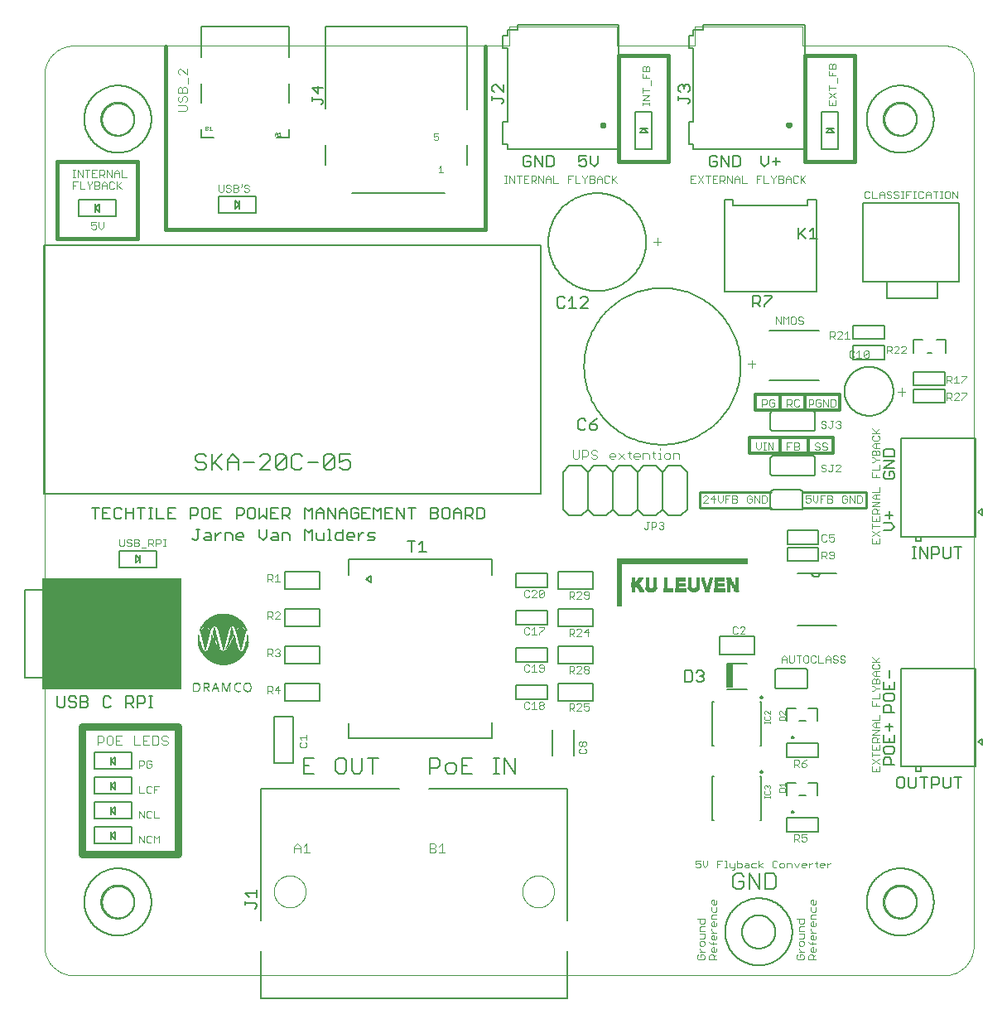
<source format=gto>
G75*
%MOIN*%
%OFA0B0*%
%FSLAX25Y25*%
%IPPOS*%
%LPD*%
%AMOC8*
5,1,8,0,0,1.08239X$1,22.5*
%
%ADD10C,0.00000*%
%ADD11C,0.00700*%
%ADD12R,0.00525X0.00025*%
%ADD13R,0.00450X0.00025*%
%ADD14R,0.00900X0.00025*%
%ADD15R,0.00750X0.00025*%
%ADD16R,0.01150X0.00025*%
%ADD17R,0.00250X0.00025*%
%ADD18R,0.00275X0.00025*%
%ADD19R,0.00300X0.00025*%
%ADD20R,0.00150X0.00025*%
%ADD21R,0.00225X0.00025*%
%ADD22R,0.00950X0.00025*%
%ADD23R,0.01325X0.00025*%
%ADD24R,0.00200X0.00025*%
%ADD25R,0.01125X0.00025*%
%ADD26R,0.01450X0.00025*%
%ADD27R,0.01500X0.00025*%
%ADD28R,0.01250X0.00025*%
%ADD29R,0.01550X0.00025*%
%ADD30R,0.01575X0.00025*%
%ADD31R,0.01400X0.00025*%
%ADD32R,0.01625X0.00025*%
%ADD33R,0.01700X0.00025*%
%ADD34R,0.01675X0.00025*%
%ADD35R,0.01775X0.00025*%
%ADD36R,0.01725X0.00025*%
%ADD37R,0.01650X0.00025*%
%ADD38R,0.01825X0.00025*%
%ADD39R,0.00725X0.00025*%
%ADD40R,0.00550X0.00025*%
%ADD41R,0.01875X0.00025*%
%ADD42R,0.00325X0.00025*%
%ADD43R,0.00625X0.00025*%
%ADD44R,0.00350X0.00025*%
%ADD45R,0.00575X0.00025*%
%ADD46R,0.00375X0.00025*%
%ADD47R,0.00100X0.00025*%
%ADD48R,0.00475X0.00025*%
%ADD49R,0.00400X0.00025*%
%ADD50R,0.00425X0.00025*%
%ADD51R,0.00500X0.00025*%
%ADD52R,0.01950X0.00025*%
%ADD53R,0.01900X0.00025*%
%ADD54R,0.01850X0.00025*%
%ADD55R,0.01800X0.00025*%
%ADD56R,0.01375X0.00025*%
%ADD57R,0.01475X0.00025*%
%ADD58R,0.01525X0.00025*%
%ADD59R,0.01600X0.00025*%
%ADD60R,0.00025X0.00025*%
%ADD61R,0.00600X0.00025*%
%ADD62R,0.00675X0.00025*%
%ADD63R,0.00800X0.00025*%
%ADD64R,0.01750X0.00025*%
%ADD65R,0.00650X0.00025*%
%ADD66R,0.00700X0.00025*%
%ADD67R,0.01350X0.00025*%
%ADD68R,0.01175X0.00025*%
%ADD69R,0.01075X0.00025*%
%ADD70R,0.01000X0.00025*%
%ADD71R,0.00175X0.00025*%
%ADD72R,0.02425X0.00025*%
%ADD73R,0.02800X0.00025*%
%ADD74R,0.03150X0.00025*%
%ADD75R,0.03450X0.00025*%
%ADD76R,0.03750X0.00025*%
%ADD77R,0.04000X0.00025*%
%ADD78R,0.04250X0.00025*%
%ADD79R,0.04475X0.00025*%
%ADD80R,0.04700X0.00025*%
%ADD81R,0.04900X0.00025*%
%ADD82R,0.05100X0.00025*%
%ADD83R,0.05275X0.00025*%
%ADD84R,0.05475X0.00025*%
%ADD85R,0.05650X0.00025*%
%ADD86R,0.05800X0.00025*%
%ADD87R,0.05975X0.00025*%
%ADD88R,0.06150X0.00025*%
%ADD89R,0.06300X0.00025*%
%ADD90R,0.06450X0.00025*%
%ADD91R,0.06600X0.00025*%
%ADD92R,0.06750X0.00025*%
%ADD93R,0.06875X0.00025*%
%ADD94R,0.07025X0.00025*%
%ADD95R,0.07150X0.00025*%
%ADD96R,0.07300X0.00025*%
%ADD97R,0.07425X0.00025*%
%ADD98R,0.07550X0.00025*%
%ADD99R,0.07675X0.00025*%
%ADD100R,0.07800X0.00025*%
%ADD101R,0.07925X0.00025*%
%ADD102R,0.08025X0.00025*%
%ADD103R,0.08150X0.00025*%
%ADD104R,0.08275X0.00025*%
%ADD105R,0.08375X0.00025*%
%ADD106R,0.08500X0.00025*%
%ADD107R,0.08600X0.00025*%
%ADD108R,0.08700X0.00025*%
%ADD109R,0.08800X0.00025*%
%ADD110R,0.08925X0.00025*%
%ADD111R,0.09025X0.00025*%
%ADD112R,0.09125X0.00025*%
%ADD113R,0.09225X0.00025*%
%ADD114R,0.09325X0.00025*%
%ADD115R,0.09400X0.00025*%
%ADD116R,0.09500X0.00025*%
%ADD117R,0.09600X0.00025*%
%ADD118R,0.09700X0.00025*%
%ADD119R,0.09800X0.00025*%
%ADD120R,0.09875X0.00025*%
%ADD121R,0.09975X0.00025*%
%ADD122R,0.10075X0.00025*%
%ADD123R,0.10150X0.00025*%
%ADD124R,0.10225X0.00025*%
%ADD125R,0.10325X0.00025*%
%ADD126R,0.10400X0.00025*%
%ADD127R,0.10500X0.00025*%
%ADD128R,0.10575X0.00025*%
%ADD129R,0.10650X0.00025*%
%ADD130R,0.10750X0.00025*%
%ADD131R,0.10825X0.00025*%
%ADD132R,0.10900X0.00025*%
%ADD133R,0.10975X0.00025*%
%ADD134R,0.11050X0.00025*%
%ADD135R,0.11125X0.00025*%
%ADD136R,0.11200X0.00025*%
%ADD137R,0.11275X0.00025*%
%ADD138R,0.11375X0.00025*%
%ADD139R,0.11425X0.00025*%
%ADD140R,0.11500X0.00025*%
%ADD141R,0.11575X0.00025*%
%ADD142R,0.11650X0.00025*%
%ADD143R,0.11725X0.00025*%
%ADD144R,0.11800X0.00025*%
%ADD145R,0.11875X0.00025*%
%ADD146R,0.11950X0.00025*%
%ADD147R,0.12000X0.00025*%
%ADD148R,0.12075X0.00025*%
%ADD149R,0.12150X0.00025*%
%ADD150R,0.12225X0.00025*%
%ADD151R,0.12275X0.00025*%
%ADD152R,0.12350X0.00025*%
%ADD153R,0.12400X0.00025*%
%ADD154R,0.12475X0.00025*%
%ADD155R,0.12550X0.00025*%
%ADD156R,0.12600X0.00025*%
%ADD157R,0.12675X0.00025*%
%ADD158R,0.12725X0.00025*%
%ADD159R,0.12800X0.00025*%
%ADD160R,0.12850X0.00025*%
%ADD161R,0.12925X0.00025*%
%ADD162R,0.12975X0.00025*%
%ADD163R,0.13050X0.00025*%
%ADD164R,0.13100X0.00025*%
%ADD165R,0.13150X0.00025*%
%ADD166R,0.13225X0.00025*%
%ADD167R,0.13275X0.00025*%
%ADD168R,0.13325X0.00025*%
%ADD169R,0.13400X0.00025*%
%ADD170R,0.13450X0.00025*%
%ADD171R,0.13500X0.00025*%
%ADD172R,0.13575X0.00025*%
%ADD173R,0.13625X0.00025*%
%ADD174R,0.13675X0.00025*%
%ADD175R,0.13725X0.00025*%
%ADD176R,0.13800X0.00025*%
%ADD177R,0.13850X0.00025*%
%ADD178R,0.13900X0.00025*%
%ADD179R,0.13950X0.00025*%
%ADD180R,0.14000X0.00025*%
%ADD181R,0.14050X0.00025*%
%ADD182R,0.14125X0.00025*%
%ADD183R,0.14175X0.00025*%
%ADD184R,0.14225X0.00025*%
%ADD185R,0.14275X0.00025*%
%ADD186R,0.14325X0.00025*%
%ADD187R,0.14375X0.00025*%
%ADD188R,0.14425X0.00025*%
%ADD189R,0.14475X0.00025*%
%ADD190R,0.14525X0.00025*%
%ADD191R,0.14575X0.00025*%
%ADD192R,0.14625X0.00025*%
%ADD193R,0.14675X0.00025*%
%ADD194R,0.14725X0.00025*%
%ADD195R,0.14775X0.00025*%
%ADD196R,0.14825X0.00025*%
%ADD197R,0.14850X0.00025*%
%ADD198R,0.14900X0.00025*%
%ADD199R,0.14950X0.00025*%
%ADD200R,0.15000X0.00025*%
%ADD201R,0.15050X0.00025*%
%ADD202R,0.15100X0.00025*%
%ADD203R,0.15125X0.00025*%
%ADD204R,0.15175X0.00025*%
%ADD205R,0.15225X0.00025*%
%ADD206R,0.15275X0.00025*%
%ADD207R,0.15325X0.00025*%
%ADD208R,0.15350X0.00025*%
%ADD209R,0.15400X0.00025*%
%ADD210R,0.15450X0.00025*%
%ADD211R,0.15500X0.00025*%
%ADD212R,0.15525X0.00025*%
%ADD213R,0.15575X0.00025*%
%ADD214R,0.15625X0.00025*%
%ADD215R,0.15675X0.00025*%
%ADD216R,0.15700X0.00025*%
%ADD217R,0.15750X0.00025*%
%ADD218R,0.15775X0.00025*%
%ADD219R,0.15825X0.00025*%
%ADD220R,0.15875X0.00025*%
%ADD221R,0.15900X0.00025*%
%ADD222R,0.15950X0.00025*%
%ADD223R,0.15975X0.00025*%
%ADD224R,0.16025X0.00025*%
%ADD225R,0.16075X0.00025*%
%ADD226R,0.16100X0.00025*%
%ADD227R,0.16150X0.00025*%
%ADD228R,0.16175X0.00025*%
%ADD229R,0.16225X0.00025*%
%ADD230R,0.16275X0.00025*%
%ADD231R,0.16300X0.00025*%
%ADD232R,0.16325X0.00025*%
%ADD233R,0.16375X0.00025*%
%ADD234R,0.16425X0.00025*%
%ADD235R,0.16450X0.00025*%
%ADD236R,0.16475X0.00025*%
%ADD237R,0.16525X0.00025*%
%ADD238R,0.16575X0.00025*%
%ADD239R,0.16600X0.00025*%
%ADD240R,0.16625X0.00025*%
%ADD241R,0.16675X0.00025*%
%ADD242R,0.16700X0.00025*%
%ADD243R,0.16750X0.00025*%
%ADD244R,0.16775X0.00025*%
%ADD245R,0.16800X0.00025*%
%ADD246R,0.16850X0.00025*%
%ADD247R,0.16875X0.00025*%
%ADD248R,0.16925X0.00025*%
%ADD249R,0.16950X0.00025*%
%ADD250R,0.16975X0.00025*%
%ADD251R,0.17025X0.00025*%
%ADD252R,0.17050X0.00025*%
%ADD253R,0.17075X0.00025*%
%ADD254R,0.17125X0.00025*%
%ADD255R,0.17150X0.00025*%
%ADD256R,0.17175X0.00025*%
%ADD257R,0.17225X0.00025*%
%ADD258R,0.17250X0.00025*%
%ADD259R,0.17275X0.00025*%
%ADD260R,0.17300X0.00025*%
%ADD261R,0.17325X0.00025*%
%ADD262R,0.17375X0.00025*%
%ADD263R,0.17400X0.00025*%
%ADD264R,0.17425X0.00025*%
%ADD265R,0.17475X0.00025*%
%ADD266R,0.17500X0.00025*%
%ADD267R,0.17525X0.00025*%
%ADD268R,0.17550X0.00025*%
%ADD269R,0.17575X0.00025*%
%ADD270R,0.17625X0.00025*%
%ADD271R,0.17650X0.00025*%
%ADD272R,0.17675X0.00025*%
%ADD273R,0.17700X0.00025*%
%ADD274R,0.17725X0.00025*%
%ADD275R,0.17750X0.00025*%
%ADD276R,0.17775X0.00025*%
%ADD277R,0.17825X0.00025*%
%ADD278R,0.17850X0.00025*%
%ADD279R,0.17875X0.00025*%
%ADD280R,0.17900X0.00025*%
%ADD281R,0.17925X0.00025*%
%ADD282R,0.17950X0.00025*%
%ADD283R,0.17975X0.00025*%
%ADD284R,0.18000X0.00025*%
%ADD285R,0.18025X0.00025*%
%ADD286R,0.18075X0.00025*%
%ADD287R,0.06850X0.00025*%
%ADD288R,0.06575X0.00025*%
%ADD289R,0.06375X0.00025*%
%ADD290R,0.06250X0.00025*%
%ADD291R,0.06125X0.00025*%
%ADD292R,0.06050X0.00025*%
%ADD293R,0.01275X0.00025*%
%ADD294R,0.05925X0.00025*%
%ADD295R,0.05900X0.00025*%
%ADD296R,0.05850X0.00025*%
%ADD297R,0.05825X0.00025*%
%ADD298R,0.01300X0.00025*%
%ADD299R,0.05775X0.00025*%
%ADD300R,0.05725X0.00025*%
%ADD301R,0.01225X0.00025*%
%ADD302R,0.05675X0.00025*%
%ADD303R,0.05625X0.00025*%
%ADD304R,0.01200X0.00025*%
%ADD305R,0.05600X0.00025*%
%ADD306R,0.05575X0.00025*%
%ADD307R,0.05525X0.00025*%
%ADD308R,0.05500X0.00025*%
%ADD309R,0.05400X0.00025*%
%ADD310R,0.05375X0.00025*%
%ADD311R,0.05350X0.00025*%
%ADD312R,0.05300X0.00025*%
%ADD313R,0.05250X0.00025*%
%ADD314R,0.05225X0.00025*%
%ADD315R,0.05200X0.00025*%
%ADD316R,0.05150X0.00025*%
%ADD317R,0.05075X0.00025*%
%ADD318R,0.05050X0.00025*%
%ADD319R,0.05025X0.00025*%
%ADD320R,0.05000X0.00025*%
%ADD321R,0.04975X0.00025*%
%ADD322R,0.04950X0.00025*%
%ADD323R,0.04925X0.00025*%
%ADD324R,0.00050X0.00025*%
%ADD325R,0.04875X0.00025*%
%ADD326R,0.00075X0.00025*%
%ADD327R,0.04850X0.00025*%
%ADD328R,0.04825X0.00025*%
%ADD329R,0.04775X0.00025*%
%ADD330R,0.04800X0.00025*%
%ADD331R,0.00125X0.00025*%
%ADD332R,0.04750X0.00025*%
%ADD333R,0.04725X0.00025*%
%ADD334R,0.04675X0.00025*%
%ADD335R,0.04650X0.00025*%
%ADD336R,0.04625X0.00025*%
%ADD337R,0.04600X0.00025*%
%ADD338R,0.04575X0.00025*%
%ADD339R,0.04550X0.00025*%
%ADD340R,0.04525X0.00025*%
%ADD341R,0.04500X0.00025*%
%ADD342R,0.04450X0.00025*%
%ADD343R,0.04425X0.00025*%
%ADD344R,0.04400X0.00025*%
%ADD345R,0.04375X0.00025*%
%ADD346R,0.04350X0.00025*%
%ADD347R,0.04325X0.00025*%
%ADD348R,0.04300X0.00025*%
%ADD349R,0.04275X0.00025*%
%ADD350R,0.04225X0.00025*%
%ADD351R,0.04200X0.00025*%
%ADD352R,0.04175X0.00025*%
%ADD353R,0.04150X0.00025*%
%ADD354R,0.04125X0.00025*%
%ADD355R,0.04100X0.00025*%
%ADD356R,0.04075X0.00025*%
%ADD357R,0.04050X0.00025*%
%ADD358R,0.04025X0.00025*%
%ADD359R,0.03975X0.00025*%
%ADD360R,0.03950X0.00025*%
%ADD361R,0.03925X0.00025*%
%ADD362R,0.03900X0.00025*%
%ADD363R,0.03875X0.00025*%
%ADD364R,0.03850X0.00025*%
%ADD365R,0.00775X0.00025*%
%ADD366R,0.03825X0.00025*%
%ADD367R,0.03800X0.00025*%
%ADD368R,0.03775X0.00025*%
%ADD369R,0.00825X0.00025*%
%ADD370R,0.03725X0.00025*%
%ADD371R,0.00850X0.00025*%
%ADD372R,0.03700X0.00025*%
%ADD373R,0.00875X0.00025*%
%ADD374R,0.03675X0.00025*%
%ADD375R,0.03650X0.00025*%
%ADD376R,0.03625X0.00025*%
%ADD377R,0.00925X0.00025*%
%ADD378R,0.03600X0.00025*%
%ADD379R,0.03575X0.00025*%
%ADD380R,0.01100X0.00025*%
%ADD381R,0.03550X0.00025*%
%ADD382R,0.00975X0.00025*%
%ADD383R,0.03525X0.00025*%
%ADD384R,0.03500X0.00025*%
%ADD385R,0.03475X0.00025*%
%ADD386R,0.01025X0.00025*%
%ADD387R,0.03425X0.00025*%
%ADD388R,0.01050X0.00025*%
%ADD389R,0.03400X0.00025*%
%ADD390R,0.03375X0.00025*%
%ADD391R,0.03350X0.00025*%
%ADD392R,0.03325X0.00025*%
%ADD393R,0.03300X0.00025*%
%ADD394R,0.03275X0.00025*%
%ADD395R,0.03250X0.00025*%
%ADD396R,0.03225X0.00025*%
%ADD397R,0.03200X0.00025*%
%ADD398R,0.03175X0.00025*%
%ADD399R,0.03125X0.00025*%
%ADD400R,0.03100X0.00025*%
%ADD401R,0.03075X0.00025*%
%ADD402R,0.03050X0.00025*%
%ADD403R,0.03025X0.00025*%
%ADD404R,0.03000X0.00025*%
%ADD405R,0.02975X0.00025*%
%ADD406R,0.02950X0.00025*%
%ADD407R,0.02925X0.00025*%
%ADD408R,0.02900X0.00025*%
%ADD409R,0.02875X0.00025*%
%ADD410R,0.01425X0.00025*%
%ADD411R,0.02850X0.00025*%
%ADD412R,0.02825X0.00025*%
%ADD413R,0.02775X0.00025*%
%ADD414R,0.02750X0.00025*%
%ADD415R,0.02725X0.00025*%
%ADD416R,0.02700X0.00025*%
%ADD417R,0.02675X0.00025*%
%ADD418R,0.02650X0.00025*%
%ADD419R,0.02625X0.00025*%
%ADD420R,0.02600X0.00025*%
%ADD421R,0.02575X0.00025*%
%ADD422R,0.02550X0.00025*%
%ADD423R,0.02525X0.00025*%
%ADD424R,0.02500X0.00025*%
%ADD425R,0.02475X0.00025*%
%ADD426R,0.02450X0.00025*%
%ADD427R,0.02400X0.00025*%
%ADD428R,0.02375X0.00025*%
%ADD429R,0.02350X0.00025*%
%ADD430R,0.02325X0.00025*%
%ADD431R,0.02300X0.00025*%
%ADD432R,0.02275X0.00025*%
%ADD433R,0.02250X0.00025*%
%ADD434R,0.02225X0.00025*%
%ADD435R,0.02200X0.00025*%
%ADD436R,0.02175X0.00025*%
%ADD437R,0.02150X0.00025*%
%ADD438R,0.02125X0.00025*%
%ADD439R,0.01925X0.00025*%
%ADD440R,0.02100X0.00025*%
%ADD441R,0.02075X0.00025*%
%ADD442R,0.02050X0.00025*%
%ADD443R,0.01975X0.00025*%
%ADD444R,0.02025X0.00025*%
%ADD445R,0.02000X0.00025*%
%ADD446R,0.05125X0.00025*%
%ADD447R,0.05175X0.00025*%
%ADD448R,0.05325X0.00025*%
%ADD449R,0.05425X0.00025*%
%ADD450R,0.05550X0.00025*%
%ADD451R,0.05875X0.00025*%
%ADD452R,0.05950X0.00025*%
%ADD453R,0.06025X0.00025*%
%ADD454R,0.06225X0.00025*%
%ADD455R,0.06350X0.00025*%
%ADD456R,0.06500X0.00025*%
%ADD457R,0.17350X0.00025*%
%ADD458R,0.16825X0.00025*%
%ADD459R,0.16725X0.00025*%
%ADD460R,0.16500X0.00025*%
%ADD461R,0.16350X0.00025*%
%ADD462R,0.16200X0.00025*%
%ADD463R,0.16125X0.00025*%
%ADD464R,0.16000X0.00025*%
%ADD465R,0.15925X0.00025*%
%ADD466R,0.15800X0.00025*%
%ADD467R,0.15725X0.00025*%
%ADD468R,0.15550X0.00025*%
%ADD469R,0.15475X0.00025*%
%ADD470R,0.15425X0.00025*%
%ADD471R,0.15375X0.00025*%
%ADD472R,0.15200X0.00025*%
%ADD473R,0.15150X0.00025*%
%ADD474R,0.15025X0.00025*%
%ADD475R,0.14975X0.00025*%
%ADD476R,0.14925X0.00025*%
%ADD477R,0.14875X0.00025*%
%ADD478R,0.14075X0.00025*%
%ADD479R,0.14025X0.00025*%
%ADD480R,0.13975X0.00025*%
%ADD481R,0.13925X0.00025*%
%ADD482R,0.13875X0.00025*%
%ADD483R,0.13750X0.00025*%
%ADD484R,0.13700X0.00025*%
%ADD485R,0.13650X0.00025*%
%ADD486R,0.13525X0.00025*%
%ADD487R,0.13475X0.00025*%
%ADD488R,0.13425X0.00025*%
%ADD489R,0.13350X0.00025*%
%ADD490R,0.13300X0.00025*%
%ADD491R,0.13250X0.00025*%
%ADD492R,0.13175X0.00025*%
%ADD493R,0.13125X0.00025*%
%ADD494R,0.13000X0.00025*%
%ADD495R,0.12950X0.00025*%
%ADD496R,0.12875X0.00025*%
%ADD497R,0.12825X0.00025*%
%ADD498R,0.12750X0.00025*%
%ADD499R,0.12700X0.00025*%
%ADD500R,0.12625X0.00025*%
%ADD501R,0.12575X0.00025*%
%ADD502R,0.12500X0.00025*%
%ADD503R,0.12425X0.00025*%
%ADD504R,0.12375X0.00025*%
%ADD505R,0.12300X0.00025*%
%ADD506R,0.12175X0.00025*%
%ADD507R,0.12100X0.00025*%
%ADD508R,0.12025X0.00025*%
%ADD509R,0.11975X0.00025*%
%ADD510R,0.11900X0.00025*%
%ADD511R,0.11825X0.00025*%
%ADD512R,0.11750X0.00025*%
%ADD513R,0.11675X0.00025*%
%ADD514R,0.11600X0.00025*%
%ADD515R,0.11550X0.00025*%
%ADD516R,0.11475X0.00025*%
%ADD517R,0.11400X0.00025*%
%ADD518R,0.11325X0.00025*%
%ADD519R,0.11250X0.00025*%
%ADD520R,0.11150X0.00025*%
%ADD521R,0.11075X0.00025*%
%ADD522R,0.11000X0.00025*%
%ADD523R,0.10925X0.00025*%
%ADD524R,0.10850X0.00025*%
%ADD525R,0.10775X0.00025*%
%ADD526R,0.10700X0.00025*%
%ADD527R,0.10600X0.00025*%
%ADD528R,0.10525X0.00025*%
%ADD529R,0.10450X0.00025*%
%ADD530R,0.10350X0.00025*%
%ADD531R,0.10275X0.00025*%
%ADD532R,0.10200X0.00025*%
%ADD533R,0.10100X0.00025*%
%ADD534R,0.10000X0.00025*%
%ADD535R,0.09925X0.00025*%
%ADD536R,0.09825X0.00025*%
%ADD537R,0.09725X0.00025*%
%ADD538R,0.09650X0.00025*%
%ADD539R,0.09550X0.00025*%
%ADD540R,0.09475X0.00025*%
%ADD541R,0.09350X0.00025*%
%ADD542R,0.09250X0.00025*%
%ADD543R,0.09150X0.00025*%
%ADD544R,0.09050X0.00025*%
%ADD545R,0.08950X0.00025*%
%ADD546R,0.08850X0.00025*%
%ADD547R,0.08750X0.00025*%
%ADD548R,0.08650X0.00025*%
%ADD549R,0.08550X0.00025*%
%ADD550R,0.08425X0.00025*%
%ADD551R,0.08325X0.00025*%
%ADD552R,0.08200X0.00025*%
%ADD553R,0.08100X0.00025*%
%ADD554R,0.07975X0.00025*%
%ADD555R,0.07850X0.00025*%
%ADD556R,0.07725X0.00025*%
%ADD557R,0.07600X0.00025*%
%ADD558R,0.07475X0.00025*%
%ADD559R,0.07350X0.00025*%
%ADD560R,0.07225X0.00025*%
%ADD561R,0.07100X0.00025*%
%ADD562R,0.06950X0.00025*%
%ADD563R,0.06825X0.00025*%
%ADD564R,0.06675X0.00025*%
%ADD565R,0.06525X0.00025*%
%ADD566R,0.06075X0.00025*%
%ADD567C,0.00300*%
%ADD568C,0.01000*%
%ADD569C,0.00400*%
%ADD570C,0.00500*%
%ADD571R,0.02000X0.00080*%
%ADD572R,0.00640X0.00080*%
%ADD573R,0.00640X0.00080*%
%ADD574R,0.01760X0.00080*%
%ADD575R,0.01600X0.00080*%
%ADD576R,0.01440X0.00080*%
%ADD577R,0.04400X0.00080*%
%ADD578R,0.02320X0.00080*%
%ADD579R,0.03920X0.00080*%
%ADD580R,0.02400X0.00080*%
%ADD581R,0.01920X0.00080*%
%ADD582R,0.01520X0.00080*%
%ADD583R,0.01840X0.00080*%
%ADD584R,0.02800X0.00080*%
%ADD585R,0.02720X0.00080*%
%ADD586R,0.01920X0.00080*%
%ADD587R,0.01680X0.00080*%
%ADD588R,0.03120X0.00080*%
%ADD589R,0.03120X0.00080*%
%ADD590R,0.01840X0.00080*%
%ADD591R,0.03280X0.00080*%
%ADD592R,0.03360X0.00080*%
%ADD593R,0.03520X0.00080*%
%ADD594R,0.03520X0.00080*%
%ADD595R,0.03760X0.00080*%
%ADD596R,0.03680X0.00080*%
%ADD597R,0.02080X0.00080*%
%ADD598R,0.03920X0.00080*%
%ADD599R,0.03840X0.00080*%
%ADD600R,0.04000X0.00080*%
%ADD601R,0.02160X0.00080*%
%ADD602R,0.04080X0.00080*%
%ADD603R,0.04160X0.00080*%
%ADD604R,0.02240X0.00080*%
%ADD605R,0.04240X0.00080*%
%ADD606R,0.04320X0.00080*%
%ADD607R,0.02320X0.00080*%
%ADD608R,0.04480X0.00080*%
%ADD609R,0.04560X0.00080*%
%ADD610R,0.02480X0.00080*%
%ADD611R,0.02240X0.00080*%
%ADD612R,0.02560X0.00080*%
%ADD613R,0.02640X0.00080*%
%ADD614R,0.01520X0.00080*%
%ADD615R,0.02880X0.00080*%
%ADD616R,0.02960X0.00080*%
%ADD617R,0.01440X0.00080*%
%ADD618R,0.03840X0.00080*%
%ADD619R,0.01360X0.00080*%
%ADD620R,0.01280X0.00080*%
%ADD621R,0.03600X0.00080*%
%ADD622R,0.03440X0.00080*%
%ADD623R,0.03200X0.00080*%
%ADD624R,0.04320X0.00080*%
%ADD625R,0.52880X0.00080*%
%ADD626C,0.01600*%
%ADD627R,0.56000X0.45000*%
%ADD628C,0.03000*%
%ADD629C,0.01200*%
%ADD630C,0.00800*%
%ADD631C,0.00787*%
%ADD632C,0.00200*%
%ADD633R,0.02657X0.09646*%
%ADD634C,0.00600*%
%ADD635C,0.01575*%
%ADD636C,0.00100*%
D10*
X0056111Y0063050D02*
X0406505Y0063050D01*
X0406790Y0063053D01*
X0407076Y0063064D01*
X0407361Y0063081D01*
X0407645Y0063105D01*
X0407929Y0063136D01*
X0408212Y0063174D01*
X0408493Y0063219D01*
X0408774Y0063270D01*
X0409054Y0063328D01*
X0409332Y0063393D01*
X0409608Y0063465D01*
X0409882Y0063543D01*
X0410155Y0063628D01*
X0410425Y0063720D01*
X0410693Y0063818D01*
X0410959Y0063922D01*
X0411222Y0064033D01*
X0411482Y0064150D01*
X0411740Y0064273D01*
X0411994Y0064403D01*
X0412245Y0064539D01*
X0412493Y0064680D01*
X0412737Y0064828D01*
X0412978Y0064981D01*
X0413214Y0065141D01*
X0413447Y0065306D01*
X0413676Y0065476D01*
X0413901Y0065652D01*
X0414121Y0065834D01*
X0414337Y0066020D01*
X0414548Y0066212D01*
X0414755Y0066409D01*
X0414957Y0066611D01*
X0415154Y0066818D01*
X0415346Y0067029D01*
X0415532Y0067245D01*
X0415714Y0067465D01*
X0415890Y0067690D01*
X0416060Y0067919D01*
X0416225Y0068152D01*
X0416385Y0068388D01*
X0416538Y0068629D01*
X0416686Y0068873D01*
X0416827Y0069121D01*
X0416963Y0069372D01*
X0417093Y0069626D01*
X0417216Y0069884D01*
X0417333Y0070144D01*
X0417444Y0070407D01*
X0417548Y0070673D01*
X0417646Y0070941D01*
X0417738Y0071211D01*
X0417823Y0071484D01*
X0417901Y0071758D01*
X0417973Y0072034D01*
X0418038Y0072312D01*
X0418096Y0072592D01*
X0418147Y0072873D01*
X0418192Y0073154D01*
X0418230Y0073437D01*
X0418261Y0073721D01*
X0418285Y0074005D01*
X0418302Y0074290D01*
X0418313Y0074576D01*
X0418316Y0074861D01*
X0418316Y0425255D01*
X0418313Y0425540D01*
X0418302Y0425826D01*
X0418285Y0426111D01*
X0418261Y0426395D01*
X0418230Y0426679D01*
X0418192Y0426962D01*
X0418147Y0427243D01*
X0418096Y0427524D01*
X0418038Y0427804D01*
X0417973Y0428082D01*
X0417901Y0428358D01*
X0417823Y0428632D01*
X0417738Y0428905D01*
X0417646Y0429175D01*
X0417548Y0429443D01*
X0417444Y0429709D01*
X0417333Y0429972D01*
X0417216Y0430232D01*
X0417093Y0430490D01*
X0416963Y0430744D01*
X0416827Y0430995D01*
X0416686Y0431243D01*
X0416538Y0431487D01*
X0416385Y0431728D01*
X0416225Y0431964D01*
X0416060Y0432197D01*
X0415890Y0432426D01*
X0415714Y0432651D01*
X0415532Y0432871D01*
X0415346Y0433087D01*
X0415154Y0433298D01*
X0414957Y0433505D01*
X0414755Y0433707D01*
X0414548Y0433904D01*
X0414337Y0434096D01*
X0414121Y0434282D01*
X0413901Y0434464D01*
X0413676Y0434640D01*
X0413447Y0434810D01*
X0413214Y0434975D01*
X0412978Y0435135D01*
X0412737Y0435288D01*
X0412493Y0435436D01*
X0412245Y0435577D01*
X0411994Y0435713D01*
X0411740Y0435843D01*
X0411482Y0435966D01*
X0411222Y0436083D01*
X0410959Y0436194D01*
X0410693Y0436298D01*
X0410425Y0436396D01*
X0410155Y0436488D01*
X0409882Y0436573D01*
X0409608Y0436651D01*
X0409332Y0436723D01*
X0409054Y0436788D01*
X0408774Y0436846D01*
X0408493Y0436897D01*
X0408212Y0436942D01*
X0407929Y0436980D01*
X0407645Y0437011D01*
X0407361Y0437035D01*
X0407076Y0437052D01*
X0406790Y0437063D01*
X0406505Y0437066D01*
X0349418Y0437066D01*
X0349418Y0444940D01*
X0306111Y0444940D01*
X0306111Y0437066D01*
X0274615Y0437066D01*
X0274615Y0444940D01*
X0231308Y0444940D01*
X0231308Y0437066D01*
X0056111Y0437066D01*
X0055826Y0437063D01*
X0055540Y0437052D01*
X0055255Y0437035D01*
X0054971Y0437011D01*
X0054687Y0436980D01*
X0054404Y0436942D01*
X0054123Y0436897D01*
X0053842Y0436846D01*
X0053562Y0436788D01*
X0053284Y0436723D01*
X0053008Y0436651D01*
X0052734Y0436573D01*
X0052461Y0436488D01*
X0052191Y0436396D01*
X0051923Y0436298D01*
X0051657Y0436194D01*
X0051394Y0436083D01*
X0051134Y0435966D01*
X0050876Y0435843D01*
X0050622Y0435713D01*
X0050371Y0435577D01*
X0050123Y0435436D01*
X0049879Y0435288D01*
X0049638Y0435135D01*
X0049402Y0434975D01*
X0049169Y0434810D01*
X0048940Y0434640D01*
X0048715Y0434464D01*
X0048495Y0434282D01*
X0048279Y0434096D01*
X0048068Y0433904D01*
X0047861Y0433707D01*
X0047659Y0433505D01*
X0047462Y0433298D01*
X0047270Y0433087D01*
X0047084Y0432871D01*
X0046902Y0432651D01*
X0046726Y0432426D01*
X0046556Y0432197D01*
X0046391Y0431964D01*
X0046231Y0431728D01*
X0046078Y0431487D01*
X0045930Y0431243D01*
X0045789Y0430995D01*
X0045653Y0430744D01*
X0045523Y0430490D01*
X0045400Y0430232D01*
X0045283Y0429972D01*
X0045172Y0429709D01*
X0045068Y0429443D01*
X0044970Y0429175D01*
X0044878Y0428905D01*
X0044793Y0428632D01*
X0044715Y0428358D01*
X0044643Y0428082D01*
X0044578Y0427804D01*
X0044520Y0427524D01*
X0044469Y0427243D01*
X0044424Y0426962D01*
X0044386Y0426679D01*
X0044355Y0426395D01*
X0044331Y0426111D01*
X0044314Y0425826D01*
X0044303Y0425540D01*
X0044300Y0425255D01*
X0044300Y0074861D01*
X0044303Y0074576D01*
X0044314Y0074290D01*
X0044331Y0074005D01*
X0044355Y0073721D01*
X0044386Y0073437D01*
X0044424Y0073154D01*
X0044469Y0072873D01*
X0044520Y0072592D01*
X0044578Y0072312D01*
X0044643Y0072034D01*
X0044715Y0071758D01*
X0044793Y0071484D01*
X0044878Y0071211D01*
X0044970Y0070941D01*
X0045068Y0070673D01*
X0045172Y0070407D01*
X0045283Y0070144D01*
X0045400Y0069884D01*
X0045523Y0069626D01*
X0045653Y0069372D01*
X0045789Y0069121D01*
X0045930Y0068873D01*
X0046078Y0068629D01*
X0046231Y0068388D01*
X0046391Y0068152D01*
X0046556Y0067919D01*
X0046726Y0067690D01*
X0046902Y0067465D01*
X0047084Y0067245D01*
X0047270Y0067029D01*
X0047462Y0066818D01*
X0047659Y0066611D01*
X0047861Y0066409D01*
X0048068Y0066212D01*
X0048279Y0066020D01*
X0048495Y0065834D01*
X0048715Y0065652D01*
X0048940Y0065476D01*
X0049169Y0065306D01*
X0049402Y0065141D01*
X0049638Y0064981D01*
X0049879Y0064828D01*
X0050123Y0064680D01*
X0050371Y0064539D01*
X0050622Y0064403D01*
X0050876Y0064273D01*
X0051134Y0064150D01*
X0051394Y0064033D01*
X0051657Y0063922D01*
X0051923Y0063818D01*
X0052191Y0063720D01*
X0052461Y0063628D01*
X0052734Y0063543D01*
X0053008Y0063465D01*
X0053284Y0063393D01*
X0053562Y0063328D01*
X0053842Y0063270D01*
X0054123Y0063219D01*
X0054404Y0063174D01*
X0054687Y0063136D01*
X0054971Y0063105D01*
X0055255Y0063081D01*
X0055540Y0063064D01*
X0055826Y0063053D01*
X0056111Y0063050D01*
X0067529Y0092578D02*
X0067531Y0092736D01*
X0067537Y0092894D01*
X0067547Y0093052D01*
X0067561Y0093210D01*
X0067579Y0093367D01*
X0067600Y0093524D01*
X0067626Y0093680D01*
X0067656Y0093836D01*
X0067689Y0093991D01*
X0067727Y0094144D01*
X0067768Y0094297D01*
X0067813Y0094449D01*
X0067862Y0094600D01*
X0067915Y0094749D01*
X0067971Y0094897D01*
X0068031Y0095043D01*
X0068095Y0095188D01*
X0068163Y0095331D01*
X0068234Y0095473D01*
X0068308Y0095613D01*
X0068386Y0095750D01*
X0068468Y0095886D01*
X0068552Y0096020D01*
X0068641Y0096151D01*
X0068732Y0096280D01*
X0068827Y0096407D01*
X0068924Y0096532D01*
X0069025Y0096654D01*
X0069129Y0096773D01*
X0069236Y0096890D01*
X0069346Y0097004D01*
X0069459Y0097115D01*
X0069574Y0097224D01*
X0069692Y0097329D01*
X0069813Y0097431D01*
X0069936Y0097531D01*
X0070062Y0097627D01*
X0070190Y0097720D01*
X0070320Y0097810D01*
X0070453Y0097896D01*
X0070588Y0097980D01*
X0070724Y0098059D01*
X0070863Y0098136D01*
X0071004Y0098208D01*
X0071146Y0098278D01*
X0071290Y0098343D01*
X0071436Y0098405D01*
X0071583Y0098463D01*
X0071732Y0098518D01*
X0071882Y0098569D01*
X0072033Y0098616D01*
X0072185Y0098659D01*
X0072338Y0098698D01*
X0072493Y0098734D01*
X0072648Y0098765D01*
X0072804Y0098793D01*
X0072960Y0098817D01*
X0073117Y0098837D01*
X0073275Y0098853D01*
X0073432Y0098865D01*
X0073591Y0098873D01*
X0073749Y0098877D01*
X0073907Y0098877D01*
X0074065Y0098873D01*
X0074224Y0098865D01*
X0074381Y0098853D01*
X0074539Y0098837D01*
X0074696Y0098817D01*
X0074852Y0098793D01*
X0075008Y0098765D01*
X0075163Y0098734D01*
X0075318Y0098698D01*
X0075471Y0098659D01*
X0075623Y0098616D01*
X0075774Y0098569D01*
X0075924Y0098518D01*
X0076073Y0098463D01*
X0076220Y0098405D01*
X0076366Y0098343D01*
X0076510Y0098278D01*
X0076652Y0098208D01*
X0076793Y0098136D01*
X0076932Y0098059D01*
X0077068Y0097980D01*
X0077203Y0097896D01*
X0077336Y0097810D01*
X0077466Y0097720D01*
X0077594Y0097627D01*
X0077720Y0097531D01*
X0077843Y0097431D01*
X0077964Y0097329D01*
X0078082Y0097224D01*
X0078197Y0097115D01*
X0078310Y0097004D01*
X0078420Y0096890D01*
X0078527Y0096773D01*
X0078631Y0096654D01*
X0078732Y0096532D01*
X0078829Y0096407D01*
X0078924Y0096280D01*
X0079015Y0096151D01*
X0079104Y0096020D01*
X0079188Y0095886D01*
X0079270Y0095750D01*
X0079348Y0095613D01*
X0079422Y0095473D01*
X0079493Y0095331D01*
X0079561Y0095188D01*
X0079625Y0095043D01*
X0079685Y0094897D01*
X0079741Y0094749D01*
X0079794Y0094600D01*
X0079843Y0094449D01*
X0079888Y0094297D01*
X0079929Y0094144D01*
X0079967Y0093991D01*
X0080000Y0093836D01*
X0080030Y0093680D01*
X0080056Y0093524D01*
X0080077Y0093367D01*
X0080095Y0093210D01*
X0080109Y0093052D01*
X0080119Y0092894D01*
X0080125Y0092736D01*
X0080127Y0092578D01*
X0080125Y0092420D01*
X0080119Y0092262D01*
X0080109Y0092104D01*
X0080095Y0091946D01*
X0080077Y0091789D01*
X0080056Y0091632D01*
X0080030Y0091476D01*
X0080000Y0091320D01*
X0079967Y0091165D01*
X0079929Y0091012D01*
X0079888Y0090859D01*
X0079843Y0090707D01*
X0079794Y0090556D01*
X0079741Y0090407D01*
X0079685Y0090259D01*
X0079625Y0090113D01*
X0079561Y0089968D01*
X0079493Y0089825D01*
X0079422Y0089683D01*
X0079348Y0089543D01*
X0079270Y0089406D01*
X0079188Y0089270D01*
X0079104Y0089136D01*
X0079015Y0089005D01*
X0078924Y0088876D01*
X0078829Y0088749D01*
X0078732Y0088624D01*
X0078631Y0088502D01*
X0078527Y0088383D01*
X0078420Y0088266D01*
X0078310Y0088152D01*
X0078197Y0088041D01*
X0078082Y0087932D01*
X0077964Y0087827D01*
X0077843Y0087725D01*
X0077720Y0087625D01*
X0077594Y0087529D01*
X0077466Y0087436D01*
X0077336Y0087346D01*
X0077203Y0087260D01*
X0077068Y0087176D01*
X0076932Y0087097D01*
X0076793Y0087020D01*
X0076652Y0086948D01*
X0076510Y0086878D01*
X0076366Y0086813D01*
X0076220Y0086751D01*
X0076073Y0086693D01*
X0075924Y0086638D01*
X0075774Y0086587D01*
X0075623Y0086540D01*
X0075471Y0086497D01*
X0075318Y0086458D01*
X0075163Y0086422D01*
X0075008Y0086391D01*
X0074852Y0086363D01*
X0074696Y0086339D01*
X0074539Y0086319D01*
X0074381Y0086303D01*
X0074224Y0086291D01*
X0074065Y0086283D01*
X0073907Y0086279D01*
X0073749Y0086279D01*
X0073591Y0086283D01*
X0073432Y0086291D01*
X0073275Y0086303D01*
X0073117Y0086319D01*
X0072960Y0086339D01*
X0072804Y0086363D01*
X0072648Y0086391D01*
X0072493Y0086422D01*
X0072338Y0086458D01*
X0072185Y0086497D01*
X0072033Y0086540D01*
X0071882Y0086587D01*
X0071732Y0086638D01*
X0071583Y0086693D01*
X0071436Y0086751D01*
X0071290Y0086813D01*
X0071146Y0086878D01*
X0071004Y0086948D01*
X0070863Y0087020D01*
X0070724Y0087097D01*
X0070588Y0087176D01*
X0070453Y0087260D01*
X0070320Y0087346D01*
X0070190Y0087436D01*
X0070062Y0087529D01*
X0069936Y0087625D01*
X0069813Y0087725D01*
X0069692Y0087827D01*
X0069574Y0087932D01*
X0069459Y0088041D01*
X0069346Y0088152D01*
X0069236Y0088266D01*
X0069129Y0088383D01*
X0069025Y0088502D01*
X0068924Y0088624D01*
X0068827Y0088749D01*
X0068732Y0088876D01*
X0068641Y0089005D01*
X0068552Y0089136D01*
X0068468Y0089270D01*
X0068386Y0089406D01*
X0068308Y0089543D01*
X0068234Y0089683D01*
X0068163Y0089825D01*
X0068095Y0089968D01*
X0068031Y0090113D01*
X0067971Y0090259D01*
X0067915Y0090407D01*
X0067862Y0090556D01*
X0067813Y0090707D01*
X0067768Y0090859D01*
X0067727Y0091012D01*
X0067689Y0091165D01*
X0067656Y0091320D01*
X0067626Y0091476D01*
X0067600Y0091632D01*
X0067579Y0091789D01*
X0067561Y0091946D01*
X0067547Y0092104D01*
X0067537Y0092262D01*
X0067531Y0092420D01*
X0067529Y0092578D01*
X0136652Y0096770D02*
X0136654Y0096930D01*
X0136660Y0097089D01*
X0136670Y0097248D01*
X0136684Y0097407D01*
X0136702Y0097566D01*
X0136723Y0097724D01*
X0136749Y0097881D01*
X0136779Y0098038D01*
X0136812Y0098194D01*
X0136850Y0098349D01*
X0136891Y0098503D01*
X0136936Y0098656D01*
X0136985Y0098808D01*
X0137038Y0098958D01*
X0137094Y0099107D01*
X0137154Y0099255D01*
X0137218Y0099401D01*
X0137286Y0099546D01*
X0137357Y0099689D01*
X0137431Y0099830D01*
X0137509Y0099969D01*
X0137591Y0100106D01*
X0137676Y0100241D01*
X0137764Y0100374D01*
X0137855Y0100505D01*
X0137950Y0100633D01*
X0138048Y0100759D01*
X0138149Y0100883D01*
X0138253Y0101003D01*
X0138360Y0101122D01*
X0138470Y0101237D01*
X0138583Y0101350D01*
X0138698Y0101460D01*
X0138817Y0101567D01*
X0138937Y0101671D01*
X0139061Y0101772D01*
X0139187Y0101870D01*
X0139315Y0101965D01*
X0139446Y0102056D01*
X0139579Y0102144D01*
X0139714Y0102229D01*
X0139851Y0102311D01*
X0139990Y0102389D01*
X0140131Y0102463D01*
X0140274Y0102534D01*
X0140419Y0102602D01*
X0140565Y0102666D01*
X0140713Y0102726D01*
X0140862Y0102782D01*
X0141012Y0102835D01*
X0141164Y0102884D01*
X0141317Y0102929D01*
X0141471Y0102970D01*
X0141626Y0103008D01*
X0141782Y0103041D01*
X0141939Y0103071D01*
X0142096Y0103097D01*
X0142254Y0103118D01*
X0142413Y0103136D01*
X0142572Y0103150D01*
X0142731Y0103160D01*
X0142890Y0103166D01*
X0143050Y0103168D01*
X0143210Y0103166D01*
X0143369Y0103160D01*
X0143528Y0103150D01*
X0143687Y0103136D01*
X0143846Y0103118D01*
X0144004Y0103097D01*
X0144161Y0103071D01*
X0144318Y0103041D01*
X0144474Y0103008D01*
X0144629Y0102970D01*
X0144783Y0102929D01*
X0144936Y0102884D01*
X0145088Y0102835D01*
X0145238Y0102782D01*
X0145387Y0102726D01*
X0145535Y0102666D01*
X0145681Y0102602D01*
X0145826Y0102534D01*
X0145969Y0102463D01*
X0146110Y0102389D01*
X0146249Y0102311D01*
X0146386Y0102229D01*
X0146521Y0102144D01*
X0146654Y0102056D01*
X0146785Y0101965D01*
X0146913Y0101870D01*
X0147039Y0101772D01*
X0147163Y0101671D01*
X0147283Y0101567D01*
X0147402Y0101460D01*
X0147517Y0101350D01*
X0147630Y0101237D01*
X0147740Y0101122D01*
X0147847Y0101003D01*
X0147951Y0100883D01*
X0148052Y0100759D01*
X0148150Y0100633D01*
X0148245Y0100505D01*
X0148336Y0100374D01*
X0148424Y0100241D01*
X0148509Y0100106D01*
X0148591Y0099969D01*
X0148669Y0099830D01*
X0148743Y0099689D01*
X0148814Y0099546D01*
X0148882Y0099401D01*
X0148946Y0099255D01*
X0149006Y0099107D01*
X0149062Y0098958D01*
X0149115Y0098808D01*
X0149164Y0098656D01*
X0149209Y0098503D01*
X0149250Y0098349D01*
X0149288Y0098194D01*
X0149321Y0098038D01*
X0149351Y0097881D01*
X0149377Y0097724D01*
X0149398Y0097566D01*
X0149416Y0097407D01*
X0149430Y0097248D01*
X0149440Y0097089D01*
X0149446Y0096930D01*
X0149448Y0096770D01*
X0149446Y0096610D01*
X0149440Y0096451D01*
X0149430Y0096292D01*
X0149416Y0096133D01*
X0149398Y0095974D01*
X0149377Y0095816D01*
X0149351Y0095659D01*
X0149321Y0095502D01*
X0149288Y0095346D01*
X0149250Y0095191D01*
X0149209Y0095037D01*
X0149164Y0094884D01*
X0149115Y0094732D01*
X0149062Y0094582D01*
X0149006Y0094433D01*
X0148946Y0094285D01*
X0148882Y0094139D01*
X0148814Y0093994D01*
X0148743Y0093851D01*
X0148669Y0093710D01*
X0148591Y0093571D01*
X0148509Y0093434D01*
X0148424Y0093299D01*
X0148336Y0093166D01*
X0148245Y0093035D01*
X0148150Y0092907D01*
X0148052Y0092781D01*
X0147951Y0092657D01*
X0147847Y0092537D01*
X0147740Y0092418D01*
X0147630Y0092303D01*
X0147517Y0092190D01*
X0147402Y0092080D01*
X0147283Y0091973D01*
X0147163Y0091869D01*
X0147039Y0091768D01*
X0146913Y0091670D01*
X0146785Y0091575D01*
X0146654Y0091484D01*
X0146521Y0091396D01*
X0146386Y0091311D01*
X0146249Y0091229D01*
X0146110Y0091151D01*
X0145969Y0091077D01*
X0145826Y0091006D01*
X0145681Y0090938D01*
X0145535Y0090874D01*
X0145387Y0090814D01*
X0145238Y0090758D01*
X0145088Y0090705D01*
X0144936Y0090656D01*
X0144783Y0090611D01*
X0144629Y0090570D01*
X0144474Y0090532D01*
X0144318Y0090499D01*
X0144161Y0090469D01*
X0144004Y0090443D01*
X0143846Y0090422D01*
X0143687Y0090404D01*
X0143528Y0090390D01*
X0143369Y0090380D01*
X0143210Y0090374D01*
X0143050Y0090372D01*
X0142890Y0090374D01*
X0142731Y0090380D01*
X0142572Y0090390D01*
X0142413Y0090404D01*
X0142254Y0090422D01*
X0142096Y0090443D01*
X0141939Y0090469D01*
X0141782Y0090499D01*
X0141626Y0090532D01*
X0141471Y0090570D01*
X0141317Y0090611D01*
X0141164Y0090656D01*
X0141012Y0090705D01*
X0140862Y0090758D01*
X0140713Y0090814D01*
X0140565Y0090874D01*
X0140419Y0090938D01*
X0140274Y0091006D01*
X0140131Y0091077D01*
X0139990Y0091151D01*
X0139851Y0091229D01*
X0139714Y0091311D01*
X0139579Y0091396D01*
X0139446Y0091484D01*
X0139315Y0091575D01*
X0139187Y0091670D01*
X0139061Y0091768D01*
X0138937Y0091869D01*
X0138817Y0091973D01*
X0138698Y0092080D01*
X0138583Y0092190D01*
X0138470Y0092303D01*
X0138360Y0092418D01*
X0138253Y0092537D01*
X0138149Y0092657D01*
X0138048Y0092781D01*
X0137950Y0092907D01*
X0137855Y0093035D01*
X0137764Y0093166D01*
X0137676Y0093299D01*
X0137591Y0093434D01*
X0137509Y0093571D01*
X0137431Y0093710D01*
X0137357Y0093851D01*
X0137286Y0093994D01*
X0137218Y0094139D01*
X0137154Y0094285D01*
X0137094Y0094433D01*
X0137038Y0094582D01*
X0136985Y0094732D01*
X0136936Y0094884D01*
X0136891Y0095037D01*
X0136850Y0095191D01*
X0136812Y0095346D01*
X0136779Y0095502D01*
X0136749Y0095659D01*
X0136723Y0095816D01*
X0136702Y0095974D01*
X0136684Y0096133D01*
X0136670Y0096292D01*
X0136660Y0096451D01*
X0136654Y0096610D01*
X0136652Y0096770D01*
X0236652Y0096770D02*
X0236654Y0096930D01*
X0236660Y0097089D01*
X0236670Y0097248D01*
X0236684Y0097407D01*
X0236702Y0097566D01*
X0236723Y0097724D01*
X0236749Y0097881D01*
X0236779Y0098038D01*
X0236812Y0098194D01*
X0236850Y0098349D01*
X0236891Y0098503D01*
X0236936Y0098656D01*
X0236985Y0098808D01*
X0237038Y0098958D01*
X0237094Y0099107D01*
X0237154Y0099255D01*
X0237218Y0099401D01*
X0237286Y0099546D01*
X0237357Y0099689D01*
X0237431Y0099830D01*
X0237509Y0099969D01*
X0237591Y0100106D01*
X0237676Y0100241D01*
X0237764Y0100374D01*
X0237855Y0100505D01*
X0237950Y0100633D01*
X0238048Y0100759D01*
X0238149Y0100883D01*
X0238253Y0101003D01*
X0238360Y0101122D01*
X0238470Y0101237D01*
X0238583Y0101350D01*
X0238698Y0101460D01*
X0238817Y0101567D01*
X0238937Y0101671D01*
X0239061Y0101772D01*
X0239187Y0101870D01*
X0239315Y0101965D01*
X0239446Y0102056D01*
X0239579Y0102144D01*
X0239714Y0102229D01*
X0239851Y0102311D01*
X0239990Y0102389D01*
X0240131Y0102463D01*
X0240274Y0102534D01*
X0240419Y0102602D01*
X0240565Y0102666D01*
X0240713Y0102726D01*
X0240862Y0102782D01*
X0241012Y0102835D01*
X0241164Y0102884D01*
X0241317Y0102929D01*
X0241471Y0102970D01*
X0241626Y0103008D01*
X0241782Y0103041D01*
X0241939Y0103071D01*
X0242096Y0103097D01*
X0242254Y0103118D01*
X0242413Y0103136D01*
X0242572Y0103150D01*
X0242731Y0103160D01*
X0242890Y0103166D01*
X0243050Y0103168D01*
X0243210Y0103166D01*
X0243369Y0103160D01*
X0243528Y0103150D01*
X0243687Y0103136D01*
X0243846Y0103118D01*
X0244004Y0103097D01*
X0244161Y0103071D01*
X0244318Y0103041D01*
X0244474Y0103008D01*
X0244629Y0102970D01*
X0244783Y0102929D01*
X0244936Y0102884D01*
X0245088Y0102835D01*
X0245238Y0102782D01*
X0245387Y0102726D01*
X0245535Y0102666D01*
X0245681Y0102602D01*
X0245826Y0102534D01*
X0245969Y0102463D01*
X0246110Y0102389D01*
X0246249Y0102311D01*
X0246386Y0102229D01*
X0246521Y0102144D01*
X0246654Y0102056D01*
X0246785Y0101965D01*
X0246913Y0101870D01*
X0247039Y0101772D01*
X0247163Y0101671D01*
X0247283Y0101567D01*
X0247402Y0101460D01*
X0247517Y0101350D01*
X0247630Y0101237D01*
X0247740Y0101122D01*
X0247847Y0101003D01*
X0247951Y0100883D01*
X0248052Y0100759D01*
X0248150Y0100633D01*
X0248245Y0100505D01*
X0248336Y0100374D01*
X0248424Y0100241D01*
X0248509Y0100106D01*
X0248591Y0099969D01*
X0248669Y0099830D01*
X0248743Y0099689D01*
X0248814Y0099546D01*
X0248882Y0099401D01*
X0248946Y0099255D01*
X0249006Y0099107D01*
X0249062Y0098958D01*
X0249115Y0098808D01*
X0249164Y0098656D01*
X0249209Y0098503D01*
X0249250Y0098349D01*
X0249288Y0098194D01*
X0249321Y0098038D01*
X0249351Y0097881D01*
X0249377Y0097724D01*
X0249398Y0097566D01*
X0249416Y0097407D01*
X0249430Y0097248D01*
X0249440Y0097089D01*
X0249446Y0096930D01*
X0249448Y0096770D01*
X0249446Y0096610D01*
X0249440Y0096451D01*
X0249430Y0096292D01*
X0249416Y0096133D01*
X0249398Y0095974D01*
X0249377Y0095816D01*
X0249351Y0095659D01*
X0249321Y0095502D01*
X0249288Y0095346D01*
X0249250Y0095191D01*
X0249209Y0095037D01*
X0249164Y0094884D01*
X0249115Y0094732D01*
X0249062Y0094582D01*
X0249006Y0094433D01*
X0248946Y0094285D01*
X0248882Y0094139D01*
X0248814Y0093994D01*
X0248743Y0093851D01*
X0248669Y0093710D01*
X0248591Y0093571D01*
X0248509Y0093434D01*
X0248424Y0093299D01*
X0248336Y0093166D01*
X0248245Y0093035D01*
X0248150Y0092907D01*
X0248052Y0092781D01*
X0247951Y0092657D01*
X0247847Y0092537D01*
X0247740Y0092418D01*
X0247630Y0092303D01*
X0247517Y0092190D01*
X0247402Y0092080D01*
X0247283Y0091973D01*
X0247163Y0091869D01*
X0247039Y0091768D01*
X0246913Y0091670D01*
X0246785Y0091575D01*
X0246654Y0091484D01*
X0246521Y0091396D01*
X0246386Y0091311D01*
X0246249Y0091229D01*
X0246110Y0091151D01*
X0245969Y0091077D01*
X0245826Y0091006D01*
X0245681Y0090938D01*
X0245535Y0090874D01*
X0245387Y0090814D01*
X0245238Y0090758D01*
X0245088Y0090705D01*
X0244936Y0090656D01*
X0244783Y0090611D01*
X0244629Y0090570D01*
X0244474Y0090532D01*
X0244318Y0090499D01*
X0244161Y0090469D01*
X0244004Y0090443D01*
X0243846Y0090422D01*
X0243687Y0090404D01*
X0243528Y0090390D01*
X0243369Y0090380D01*
X0243210Y0090374D01*
X0243050Y0090372D01*
X0242890Y0090374D01*
X0242731Y0090380D01*
X0242572Y0090390D01*
X0242413Y0090404D01*
X0242254Y0090422D01*
X0242096Y0090443D01*
X0241939Y0090469D01*
X0241782Y0090499D01*
X0241626Y0090532D01*
X0241471Y0090570D01*
X0241317Y0090611D01*
X0241164Y0090656D01*
X0241012Y0090705D01*
X0240862Y0090758D01*
X0240713Y0090814D01*
X0240565Y0090874D01*
X0240419Y0090938D01*
X0240274Y0091006D01*
X0240131Y0091077D01*
X0239990Y0091151D01*
X0239851Y0091229D01*
X0239714Y0091311D01*
X0239579Y0091396D01*
X0239446Y0091484D01*
X0239315Y0091575D01*
X0239187Y0091670D01*
X0239061Y0091768D01*
X0238937Y0091869D01*
X0238817Y0091973D01*
X0238698Y0092080D01*
X0238583Y0092190D01*
X0238470Y0092303D01*
X0238360Y0092418D01*
X0238253Y0092537D01*
X0238149Y0092657D01*
X0238048Y0092781D01*
X0237950Y0092907D01*
X0237855Y0093035D01*
X0237764Y0093166D01*
X0237676Y0093299D01*
X0237591Y0093434D01*
X0237509Y0093571D01*
X0237431Y0093710D01*
X0237357Y0093851D01*
X0237286Y0093994D01*
X0237218Y0094139D01*
X0237154Y0094285D01*
X0237094Y0094433D01*
X0237038Y0094582D01*
X0236985Y0094732D01*
X0236936Y0094884D01*
X0236891Y0095037D01*
X0236850Y0095191D01*
X0236812Y0095346D01*
X0236779Y0095502D01*
X0236749Y0095659D01*
X0236723Y0095816D01*
X0236702Y0095974D01*
X0236684Y0096133D01*
X0236670Y0096292D01*
X0236660Y0096451D01*
X0236654Y0096610D01*
X0236652Y0096770D01*
X0382489Y0092578D02*
X0382491Y0092736D01*
X0382497Y0092894D01*
X0382507Y0093052D01*
X0382521Y0093210D01*
X0382539Y0093367D01*
X0382560Y0093524D01*
X0382586Y0093680D01*
X0382616Y0093836D01*
X0382649Y0093991D01*
X0382687Y0094144D01*
X0382728Y0094297D01*
X0382773Y0094449D01*
X0382822Y0094600D01*
X0382875Y0094749D01*
X0382931Y0094897D01*
X0382991Y0095043D01*
X0383055Y0095188D01*
X0383123Y0095331D01*
X0383194Y0095473D01*
X0383268Y0095613D01*
X0383346Y0095750D01*
X0383428Y0095886D01*
X0383512Y0096020D01*
X0383601Y0096151D01*
X0383692Y0096280D01*
X0383787Y0096407D01*
X0383884Y0096532D01*
X0383985Y0096654D01*
X0384089Y0096773D01*
X0384196Y0096890D01*
X0384306Y0097004D01*
X0384419Y0097115D01*
X0384534Y0097224D01*
X0384652Y0097329D01*
X0384773Y0097431D01*
X0384896Y0097531D01*
X0385022Y0097627D01*
X0385150Y0097720D01*
X0385280Y0097810D01*
X0385413Y0097896D01*
X0385548Y0097980D01*
X0385684Y0098059D01*
X0385823Y0098136D01*
X0385964Y0098208D01*
X0386106Y0098278D01*
X0386250Y0098343D01*
X0386396Y0098405D01*
X0386543Y0098463D01*
X0386692Y0098518D01*
X0386842Y0098569D01*
X0386993Y0098616D01*
X0387145Y0098659D01*
X0387298Y0098698D01*
X0387453Y0098734D01*
X0387608Y0098765D01*
X0387764Y0098793D01*
X0387920Y0098817D01*
X0388077Y0098837D01*
X0388235Y0098853D01*
X0388392Y0098865D01*
X0388551Y0098873D01*
X0388709Y0098877D01*
X0388867Y0098877D01*
X0389025Y0098873D01*
X0389184Y0098865D01*
X0389341Y0098853D01*
X0389499Y0098837D01*
X0389656Y0098817D01*
X0389812Y0098793D01*
X0389968Y0098765D01*
X0390123Y0098734D01*
X0390278Y0098698D01*
X0390431Y0098659D01*
X0390583Y0098616D01*
X0390734Y0098569D01*
X0390884Y0098518D01*
X0391033Y0098463D01*
X0391180Y0098405D01*
X0391326Y0098343D01*
X0391470Y0098278D01*
X0391612Y0098208D01*
X0391753Y0098136D01*
X0391892Y0098059D01*
X0392028Y0097980D01*
X0392163Y0097896D01*
X0392296Y0097810D01*
X0392426Y0097720D01*
X0392554Y0097627D01*
X0392680Y0097531D01*
X0392803Y0097431D01*
X0392924Y0097329D01*
X0393042Y0097224D01*
X0393157Y0097115D01*
X0393270Y0097004D01*
X0393380Y0096890D01*
X0393487Y0096773D01*
X0393591Y0096654D01*
X0393692Y0096532D01*
X0393789Y0096407D01*
X0393884Y0096280D01*
X0393975Y0096151D01*
X0394064Y0096020D01*
X0394148Y0095886D01*
X0394230Y0095750D01*
X0394308Y0095613D01*
X0394382Y0095473D01*
X0394453Y0095331D01*
X0394521Y0095188D01*
X0394585Y0095043D01*
X0394645Y0094897D01*
X0394701Y0094749D01*
X0394754Y0094600D01*
X0394803Y0094449D01*
X0394848Y0094297D01*
X0394889Y0094144D01*
X0394927Y0093991D01*
X0394960Y0093836D01*
X0394990Y0093680D01*
X0395016Y0093524D01*
X0395037Y0093367D01*
X0395055Y0093210D01*
X0395069Y0093052D01*
X0395079Y0092894D01*
X0395085Y0092736D01*
X0395087Y0092578D01*
X0395085Y0092420D01*
X0395079Y0092262D01*
X0395069Y0092104D01*
X0395055Y0091946D01*
X0395037Y0091789D01*
X0395016Y0091632D01*
X0394990Y0091476D01*
X0394960Y0091320D01*
X0394927Y0091165D01*
X0394889Y0091012D01*
X0394848Y0090859D01*
X0394803Y0090707D01*
X0394754Y0090556D01*
X0394701Y0090407D01*
X0394645Y0090259D01*
X0394585Y0090113D01*
X0394521Y0089968D01*
X0394453Y0089825D01*
X0394382Y0089683D01*
X0394308Y0089543D01*
X0394230Y0089406D01*
X0394148Y0089270D01*
X0394064Y0089136D01*
X0393975Y0089005D01*
X0393884Y0088876D01*
X0393789Y0088749D01*
X0393692Y0088624D01*
X0393591Y0088502D01*
X0393487Y0088383D01*
X0393380Y0088266D01*
X0393270Y0088152D01*
X0393157Y0088041D01*
X0393042Y0087932D01*
X0392924Y0087827D01*
X0392803Y0087725D01*
X0392680Y0087625D01*
X0392554Y0087529D01*
X0392426Y0087436D01*
X0392296Y0087346D01*
X0392163Y0087260D01*
X0392028Y0087176D01*
X0391892Y0087097D01*
X0391753Y0087020D01*
X0391612Y0086948D01*
X0391470Y0086878D01*
X0391326Y0086813D01*
X0391180Y0086751D01*
X0391033Y0086693D01*
X0390884Y0086638D01*
X0390734Y0086587D01*
X0390583Y0086540D01*
X0390431Y0086497D01*
X0390278Y0086458D01*
X0390123Y0086422D01*
X0389968Y0086391D01*
X0389812Y0086363D01*
X0389656Y0086339D01*
X0389499Y0086319D01*
X0389341Y0086303D01*
X0389184Y0086291D01*
X0389025Y0086283D01*
X0388867Y0086279D01*
X0388709Y0086279D01*
X0388551Y0086283D01*
X0388392Y0086291D01*
X0388235Y0086303D01*
X0388077Y0086319D01*
X0387920Y0086339D01*
X0387764Y0086363D01*
X0387608Y0086391D01*
X0387453Y0086422D01*
X0387298Y0086458D01*
X0387145Y0086497D01*
X0386993Y0086540D01*
X0386842Y0086587D01*
X0386692Y0086638D01*
X0386543Y0086693D01*
X0386396Y0086751D01*
X0386250Y0086813D01*
X0386106Y0086878D01*
X0385964Y0086948D01*
X0385823Y0087020D01*
X0385684Y0087097D01*
X0385548Y0087176D01*
X0385413Y0087260D01*
X0385280Y0087346D01*
X0385150Y0087436D01*
X0385022Y0087529D01*
X0384896Y0087625D01*
X0384773Y0087725D01*
X0384652Y0087827D01*
X0384534Y0087932D01*
X0384419Y0088041D01*
X0384306Y0088152D01*
X0384196Y0088266D01*
X0384089Y0088383D01*
X0383985Y0088502D01*
X0383884Y0088624D01*
X0383787Y0088749D01*
X0383692Y0088876D01*
X0383601Y0089005D01*
X0383512Y0089136D01*
X0383428Y0089270D01*
X0383346Y0089406D01*
X0383268Y0089543D01*
X0383194Y0089683D01*
X0383123Y0089825D01*
X0383055Y0089968D01*
X0382991Y0090113D01*
X0382931Y0090259D01*
X0382875Y0090407D01*
X0382822Y0090556D01*
X0382773Y0090707D01*
X0382728Y0090859D01*
X0382687Y0091012D01*
X0382649Y0091165D01*
X0382616Y0091320D01*
X0382586Y0091476D01*
X0382560Y0091632D01*
X0382539Y0091789D01*
X0382521Y0091946D01*
X0382507Y0092104D01*
X0382497Y0092262D01*
X0382491Y0092420D01*
X0382489Y0092578D01*
X0382489Y0407538D02*
X0382491Y0407696D01*
X0382497Y0407854D01*
X0382507Y0408012D01*
X0382521Y0408170D01*
X0382539Y0408327D01*
X0382560Y0408484D01*
X0382586Y0408640D01*
X0382616Y0408796D01*
X0382649Y0408951D01*
X0382687Y0409104D01*
X0382728Y0409257D01*
X0382773Y0409409D01*
X0382822Y0409560D01*
X0382875Y0409709D01*
X0382931Y0409857D01*
X0382991Y0410003D01*
X0383055Y0410148D01*
X0383123Y0410291D01*
X0383194Y0410433D01*
X0383268Y0410573D01*
X0383346Y0410710D01*
X0383428Y0410846D01*
X0383512Y0410980D01*
X0383601Y0411111D01*
X0383692Y0411240D01*
X0383787Y0411367D01*
X0383884Y0411492D01*
X0383985Y0411614D01*
X0384089Y0411733D01*
X0384196Y0411850D01*
X0384306Y0411964D01*
X0384419Y0412075D01*
X0384534Y0412184D01*
X0384652Y0412289D01*
X0384773Y0412391D01*
X0384896Y0412491D01*
X0385022Y0412587D01*
X0385150Y0412680D01*
X0385280Y0412770D01*
X0385413Y0412856D01*
X0385548Y0412940D01*
X0385684Y0413019D01*
X0385823Y0413096D01*
X0385964Y0413168D01*
X0386106Y0413238D01*
X0386250Y0413303D01*
X0386396Y0413365D01*
X0386543Y0413423D01*
X0386692Y0413478D01*
X0386842Y0413529D01*
X0386993Y0413576D01*
X0387145Y0413619D01*
X0387298Y0413658D01*
X0387453Y0413694D01*
X0387608Y0413725D01*
X0387764Y0413753D01*
X0387920Y0413777D01*
X0388077Y0413797D01*
X0388235Y0413813D01*
X0388392Y0413825D01*
X0388551Y0413833D01*
X0388709Y0413837D01*
X0388867Y0413837D01*
X0389025Y0413833D01*
X0389184Y0413825D01*
X0389341Y0413813D01*
X0389499Y0413797D01*
X0389656Y0413777D01*
X0389812Y0413753D01*
X0389968Y0413725D01*
X0390123Y0413694D01*
X0390278Y0413658D01*
X0390431Y0413619D01*
X0390583Y0413576D01*
X0390734Y0413529D01*
X0390884Y0413478D01*
X0391033Y0413423D01*
X0391180Y0413365D01*
X0391326Y0413303D01*
X0391470Y0413238D01*
X0391612Y0413168D01*
X0391753Y0413096D01*
X0391892Y0413019D01*
X0392028Y0412940D01*
X0392163Y0412856D01*
X0392296Y0412770D01*
X0392426Y0412680D01*
X0392554Y0412587D01*
X0392680Y0412491D01*
X0392803Y0412391D01*
X0392924Y0412289D01*
X0393042Y0412184D01*
X0393157Y0412075D01*
X0393270Y0411964D01*
X0393380Y0411850D01*
X0393487Y0411733D01*
X0393591Y0411614D01*
X0393692Y0411492D01*
X0393789Y0411367D01*
X0393884Y0411240D01*
X0393975Y0411111D01*
X0394064Y0410980D01*
X0394148Y0410846D01*
X0394230Y0410710D01*
X0394308Y0410573D01*
X0394382Y0410433D01*
X0394453Y0410291D01*
X0394521Y0410148D01*
X0394585Y0410003D01*
X0394645Y0409857D01*
X0394701Y0409709D01*
X0394754Y0409560D01*
X0394803Y0409409D01*
X0394848Y0409257D01*
X0394889Y0409104D01*
X0394927Y0408951D01*
X0394960Y0408796D01*
X0394990Y0408640D01*
X0395016Y0408484D01*
X0395037Y0408327D01*
X0395055Y0408170D01*
X0395069Y0408012D01*
X0395079Y0407854D01*
X0395085Y0407696D01*
X0395087Y0407538D01*
X0395085Y0407380D01*
X0395079Y0407222D01*
X0395069Y0407064D01*
X0395055Y0406906D01*
X0395037Y0406749D01*
X0395016Y0406592D01*
X0394990Y0406436D01*
X0394960Y0406280D01*
X0394927Y0406125D01*
X0394889Y0405972D01*
X0394848Y0405819D01*
X0394803Y0405667D01*
X0394754Y0405516D01*
X0394701Y0405367D01*
X0394645Y0405219D01*
X0394585Y0405073D01*
X0394521Y0404928D01*
X0394453Y0404785D01*
X0394382Y0404643D01*
X0394308Y0404503D01*
X0394230Y0404366D01*
X0394148Y0404230D01*
X0394064Y0404096D01*
X0393975Y0403965D01*
X0393884Y0403836D01*
X0393789Y0403709D01*
X0393692Y0403584D01*
X0393591Y0403462D01*
X0393487Y0403343D01*
X0393380Y0403226D01*
X0393270Y0403112D01*
X0393157Y0403001D01*
X0393042Y0402892D01*
X0392924Y0402787D01*
X0392803Y0402685D01*
X0392680Y0402585D01*
X0392554Y0402489D01*
X0392426Y0402396D01*
X0392296Y0402306D01*
X0392163Y0402220D01*
X0392028Y0402136D01*
X0391892Y0402057D01*
X0391753Y0401980D01*
X0391612Y0401908D01*
X0391470Y0401838D01*
X0391326Y0401773D01*
X0391180Y0401711D01*
X0391033Y0401653D01*
X0390884Y0401598D01*
X0390734Y0401547D01*
X0390583Y0401500D01*
X0390431Y0401457D01*
X0390278Y0401418D01*
X0390123Y0401382D01*
X0389968Y0401351D01*
X0389812Y0401323D01*
X0389656Y0401299D01*
X0389499Y0401279D01*
X0389341Y0401263D01*
X0389184Y0401251D01*
X0389025Y0401243D01*
X0388867Y0401239D01*
X0388709Y0401239D01*
X0388551Y0401243D01*
X0388392Y0401251D01*
X0388235Y0401263D01*
X0388077Y0401279D01*
X0387920Y0401299D01*
X0387764Y0401323D01*
X0387608Y0401351D01*
X0387453Y0401382D01*
X0387298Y0401418D01*
X0387145Y0401457D01*
X0386993Y0401500D01*
X0386842Y0401547D01*
X0386692Y0401598D01*
X0386543Y0401653D01*
X0386396Y0401711D01*
X0386250Y0401773D01*
X0386106Y0401838D01*
X0385964Y0401908D01*
X0385823Y0401980D01*
X0385684Y0402057D01*
X0385548Y0402136D01*
X0385413Y0402220D01*
X0385280Y0402306D01*
X0385150Y0402396D01*
X0385022Y0402489D01*
X0384896Y0402585D01*
X0384773Y0402685D01*
X0384652Y0402787D01*
X0384534Y0402892D01*
X0384419Y0403001D01*
X0384306Y0403112D01*
X0384196Y0403226D01*
X0384089Y0403343D01*
X0383985Y0403462D01*
X0383884Y0403584D01*
X0383787Y0403709D01*
X0383692Y0403836D01*
X0383601Y0403965D01*
X0383512Y0404096D01*
X0383428Y0404230D01*
X0383346Y0404366D01*
X0383268Y0404503D01*
X0383194Y0404643D01*
X0383123Y0404785D01*
X0383055Y0404928D01*
X0382991Y0405073D01*
X0382931Y0405219D01*
X0382875Y0405367D01*
X0382822Y0405516D01*
X0382773Y0405667D01*
X0382728Y0405819D01*
X0382687Y0405972D01*
X0382649Y0406125D01*
X0382616Y0406280D01*
X0382586Y0406436D01*
X0382560Y0406592D01*
X0382539Y0406749D01*
X0382521Y0406906D01*
X0382507Y0407064D01*
X0382497Y0407222D01*
X0382491Y0407380D01*
X0382489Y0407538D01*
X0067529Y0407538D02*
X0067531Y0407696D01*
X0067537Y0407854D01*
X0067547Y0408012D01*
X0067561Y0408170D01*
X0067579Y0408327D01*
X0067600Y0408484D01*
X0067626Y0408640D01*
X0067656Y0408796D01*
X0067689Y0408951D01*
X0067727Y0409104D01*
X0067768Y0409257D01*
X0067813Y0409409D01*
X0067862Y0409560D01*
X0067915Y0409709D01*
X0067971Y0409857D01*
X0068031Y0410003D01*
X0068095Y0410148D01*
X0068163Y0410291D01*
X0068234Y0410433D01*
X0068308Y0410573D01*
X0068386Y0410710D01*
X0068468Y0410846D01*
X0068552Y0410980D01*
X0068641Y0411111D01*
X0068732Y0411240D01*
X0068827Y0411367D01*
X0068924Y0411492D01*
X0069025Y0411614D01*
X0069129Y0411733D01*
X0069236Y0411850D01*
X0069346Y0411964D01*
X0069459Y0412075D01*
X0069574Y0412184D01*
X0069692Y0412289D01*
X0069813Y0412391D01*
X0069936Y0412491D01*
X0070062Y0412587D01*
X0070190Y0412680D01*
X0070320Y0412770D01*
X0070453Y0412856D01*
X0070588Y0412940D01*
X0070724Y0413019D01*
X0070863Y0413096D01*
X0071004Y0413168D01*
X0071146Y0413238D01*
X0071290Y0413303D01*
X0071436Y0413365D01*
X0071583Y0413423D01*
X0071732Y0413478D01*
X0071882Y0413529D01*
X0072033Y0413576D01*
X0072185Y0413619D01*
X0072338Y0413658D01*
X0072493Y0413694D01*
X0072648Y0413725D01*
X0072804Y0413753D01*
X0072960Y0413777D01*
X0073117Y0413797D01*
X0073275Y0413813D01*
X0073432Y0413825D01*
X0073591Y0413833D01*
X0073749Y0413837D01*
X0073907Y0413837D01*
X0074065Y0413833D01*
X0074224Y0413825D01*
X0074381Y0413813D01*
X0074539Y0413797D01*
X0074696Y0413777D01*
X0074852Y0413753D01*
X0075008Y0413725D01*
X0075163Y0413694D01*
X0075318Y0413658D01*
X0075471Y0413619D01*
X0075623Y0413576D01*
X0075774Y0413529D01*
X0075924Y0413478D01*
X0076073Y0413423D01*
X0076220Y0413365D01*
X0076366Y0413303D01*
X0076510Y0413238D01*
X0076652Y0413168D01*
X0076793Y0413096D01*
X0076932Y0413019D01*
X0077068Y0412940D01*
X0077203Y0412856D01*
X0077336Y0412770D01*
X0077466Y0412680D01*
X0077594Y0412587D01*
X0077720Y0412491D01*
X0077843Y0412391D01*
X0077964Y0412289D01*
X0078082Y0412184D01*
X0078197Y0412075D01*
X0078310Y0411964D01*
X0078420Y0411850D01*
X0078527Y0411733D01*
X0078631Y0411614D01*
X0078732Y0411492D01*
X0078829Y0411367D01*
X0078924Y0411240D01*
X0079015Y0411111D01*
X0079104Y0410980D01*
X0079188Y0410846D01*
X0079270Y0410710D01*
X0079348Y0410573D01*
X0079422Y0410433D01*
X0079493Y0410291D01*
X0079561Y0410148D01*
X0079625Y0410003D01*
X0079685Y0409857D01*
X0079741Y0409709D01*
X0079794Y0409560D01*
X0079843Y0409409D01*
X0079888Y0409257D01*
X0079929Y0409104D01*
X0079967Y0408951D01*
X0080000Y0408796D01*
X0080030Y0408640D01*
X0080056Y0408484D01*
X0080077Y0408327D01*
X0080095Y0408170D01*
X0080109Y0408012D01*
X0080119Y0407854D01*
X0080125Y0407696D01*
X0080127Y0407538D01*
X0080125Y0407380D01*
X0080119Y0407222D01*
X0080109Y0407064D01*
X0080095Y0406906D01*
X0080077Y0406749D01*
X0080056Y0406592D01*
X0080030Y0406436D01*
X0080000Y0406280D01*
X0079967Y0406125D01*
X0079929Y0405972D01*
X0079888Y0405819D01*
X0079843Y0405667D01*
X0079794Y0405516D01*
X0079741Y0405367D01*
X0079685Y0405219D01*
X0079625Y0405073D01*
X0079561Y0404928D01*
X0079493Y0404785D01*
X0079422Y0404643D01*
X0079348Y0404503D01*
X0079270Y0404366D01*
X0079188Y0404230D01*
X0079104Y0404096D01*
X0079015Y0403965D01*
X0078924Y0403836D01*
X0078829Y0403709D01*
X0078732Y0403584D01*
X0078631Y0403462D01*
X0078527Y0403343D01*
X0078420Y0403226D01*
X0078310Y0403112D01*
X0078197Y0403001D01*
X0078082Y0402892D01*
X0077964Y0402787D01*
X0077843Y0402685D01*
X0077720Y0402585D01*
X0077594Y0402489D01*
X0077466Y0402396D01*
X0077336Y0402306D01*
X0077203Y0402220D01*
X0077068Y0402136D01*
X0076932Y0402057D01*
X0076793Y0401980D01*
X0076652Y0401908D01*
X0076510Y0401838D01*
X0076366Y0401773D01*
X0076220Y0401711D01*
X0076073Y0401653D01*
X0075924Y0401598D01*
X0075774Y0401547D01*
X0075623Y0401500D01*
X0075471Y0401457D01*
X0075318Y0401418D01*
X0075163Y0401382D01*
X0075008Y0401351D01*
X0074852Y0401323D01*
X0074696Y0401299D01*
X0074539Y0401279D01*
X0074381Y0401263D01*
X0074224Y0401251D01*
X0074065Y0401243D01*
X0073907Y0401239D01*
X0073749Y0401239D01*
X0073591Y0401243D01*
X0073432Y0401251D01*
X0073275Y0401263D01*
X0073117Y0401279D01*
X0072960Y0401299D01*
X0072804Y0401323D01*
X0072648Y0401351D01*
X0072493Y0401382D01*
X0072338Y0401418D01*
X0072185Y0401457D01*
X0072033Y0401500D01*
X0071882Y0401547D01*
X0071732Y0401598D01*
X0071583Y0401653D01*
X0071436Y0401711D01*
X0071290Y0401773D01*
X0071146Y0401838D01*
X0071004Y0401908D01*
X0070863Y0401980D01*
X0070724Y0402057D01*
X0070588Y0402136D01*
X0070453Y0402220D01*
X0070320Y0402306D01*
X0070190Y0402396D01*
X0070062Y0402489D01*
X0069936Y0402585D01*
X0069813Y0402685D01*
X0069692Y0402787D01*
X0069574Y0402892D01*
X0069459Y0403001D01*
X0069346Y0403112D01*
X0069236Y0403226D01*
X0069129Y0403343D01*
X0069025Y0403462D01*
X0068924Y0403584D01*
X0068827Y0403709D01*
X0068732Y0403836D01*
X0068641Y0403965D01*
X0068552Y0404096D01*
X0068468Y0404230D01*
X0068386Y0404366D01*
X0068308Y0404503D01*
X0068234Y0404643D01*
X0068163Y0404785D01*
X0068095Y0404928D01*
X0068031Y0405073D01*
X0067971Y0405219D01*
X0067915Y0405367D01*
X0067862Y0405516D01*
X0067813Y0405667D01*
X0067768Y0405819D01*
X0067727Y0405972D01*
X0067689Y0406125D01*
X0067656Y0406280D01*
X0067626Y0406436D01*
X0067600Y0406592D01*
X0067579Y0406749D01*
X0067561Y0406906D01*
X0067547Y0407064D01*
X0067537Y0407222D01*
X0067531Y0407380D01*
X0067529Y0407538D01*
D11*
X0106246Y0272705D02*
X0105195Y0271654D01*
X0105195Y0270604D01*
X0106246Y0269553D01*
X0108348Y0269553D01*
X0109399Y0268502D01*
X0109399Y0267451D01*
X0108348Y0266400D01*
X0106246Y0266400D01*
X0105195Y0267451D01*
X0106246Y0272705D02*
X0108348Y0272705D01*
X0109399Y0271654D01*
X0111640Y0272705D02*
X0111640Y0266400D01*
X0111640Y0268502D02*
X0115844Y0272705D01*
X0118086Y0270604D02*
X0120188Y0272705D01*
X0122290Y0270604D01*
X0122290Y0266400D01*
X0122290Y0269553D02*
X0118086Y0269553D01*
X0118086Y0270604D02*
X0118086Y0266400D01*
X0115844Y0266400D02*
X0112691Y0269553D01*
X0124531Y0269553D02*
X0128735Y0269553D01*
X0130977Y0271654D02*
X0132028Y0272705D01*
X0134130Y0272705D01*
X0135180Y0271654D01*
X0135180Y0270604D01*
X0130977Y0266400D01*
X0135180Y0266400D01*
X0137422Y0267451D02*
X0138473Y0266400D01*
X0140575Y0266400D01*
X0141626Y0267451D01*
X0141626Y0271654D01*
X0137422Y0267451D01*
X0137422Y0271654D01*
X0138473Y0272705D01*
X0140575Y0272705D01*
X0141626Y0271654D01*
X0143868Y0271654D02*
X0143868Y0267451D01*
X0144919Y0266400D01*
X0147021Y0266400D01*
X0148071Y0267451D01*
X0150313Y0269553D02*
X0154517Y0269553D01*
X0156759Y0271654D02*
X0157810Y0272705D01*
X0159912Y0272705D01*
X0160962Y0271654D01*
X0156759Y0267451D01*
X0157810Y0266400D01*
X0159912Y0266400D01*
X0160962Y0267451D01*
X0160962Y0271654D01*
X0163204Y0272705D02*
X0163204Y0269553D01*
X0165306Y0270604D01*
X0166357Y0270604D01*
X0167408Y0269553D01*
X0167408Y0267451D01*
X0166357Y0266400D01*
X0164255Y0266400D01*
X0163204Y0267451D01*
X0163204Y0272705D02*
X0167408Y0272705D01*
X0156759Y0271654D02*
X0156759Y0267451D01*
X0148071Y0271654D02*
X0147021Y0272705D01*
X0144919Y0272705D01*
X0143868Y0271654D01*
X0148672Y0150579D02*
X0148672Y0144274D01*
X0152876Y0144274D01*
X0150774Y0147427D02*
X0148672Y0147427D01*
X0148672Y0150579D02*
X0152876Y0150579D01*
X0161563Y0149529D02*
X0161563Y0145325D01*
X0162614Y0144274D01*
X0164716Y0144274D01*
X0165767Y0145325D01*
X0165767Y0149529D01*
X0164716Y0150579D01*
X0162614Y0150579D01*
X0161563Y0149529D01*
X0168009Y0150579D02*
X0168009Y0145325D01*
X0169060Y0144274D01*
X0171162Y0144274D01*
X0172213Y0145325D01*
X0172213Y0150579D01*
X0174454Y0150579D02*
X0178658Y0150579D01*
X0176556Y0150579D02*
X0176556Y0144274D01*
X0199375Y0144274D02*
X0199375Y0150579D01*
X0202528Y0150579D01*
X0203579Y0149529D01*
X0203579Y0147427D01*
X0202528Y0146376D01*
X0199375Y0146376D01*
X0205821Y0147427D02*
X0206872Y0148478D01*
X0208974Y0148478D01*
X0210025Y0147427D01*
X0210025Y0145325D01*
X0208974Y0144274D01*
X0206872Y0144274D01*
X0205821Y0145325D01*
X0205821Y0147427D01*
X0212266Y0147427D02*
X0214368Y0147427D01*
X0212266Y0150579D02*
X0212266Y0144274D01*
X0216470Y0144274D01*
X0216470Y0150579D02*
X0212266Y0150579D01*
X0225157Y0150579D02*
X0227259Y0150579D01*
X0226208Y0150579D02*
X0226208Y0144274D01*
X0225157Y0144274D02*
X0227259Y0144274D01*
X0229454Y0144274D02*
X0229454Y0150579D01*
X0233658Y0144274D01*
X0233658Y0150579D01*
X0321563Y0102904D02*
X0321563Y0098701D01*
X0322614Y0097650D01*
X0324716Y0097650D01*
X0325767Y0098701D01*
X0325767Y0100803D01*
X0323665Y0100803D01*
X0321563Y0102904D02*
X0322614Y0103955D01*
X0324716Y0103955D01*
X0325767Y0102904D01*
X0328009Y0103955D02*
X0332213Y0097650D01*
X0332213Y0103955D01*
X0334454Y0103955D02*
X0334454Y0097650D01*
X0337607Y0097650D01*
X0338658Y0098701D01*
X0338658Y0102904D01*
X0337607Y0103955D01*
X0334454Y0103955D01*
X0328009Y0103955D02*
X0328009Y0097650D01*
X0318074Y0337982D02*
X0355074Y0337982D01*
X0355074Y0374982D01*
X0351574Y0374982D01*
X0351574Y0372932D01*
X0321574Y0372932D01*
X0321574Y0374982D01*
X0318074Y0374982D01*
X0318074Y0337982D01*
D12*
X0125355Y0202299D03*
X0125355Y0202274D03*
X0125380Y0202249D03*
X0125330Y0202324D03*
X0126230Y0199049D03*
X0126230Y0199024D03*
X0126230Y0198999D03*
X0126230Y0198974D03*
X0123505Y0194499D03*
X0120755Y0199049D03*
X0120755Y0199074D03*
X0120755Y0199099D03*
X0119905Y0202074D03*
X0119905Y0202099D03*
X0118330Y0196099D03*
X0118305Y0196049D03*
X0118305Y0196024D03*
X0118280Y0195974D03*
X0116305Y0194499D03*
X0114305Y0195999D03*
X0114305Y0196024D03*
X0114280Y0196049D03*
X0114280Y0196074D03*
X0111855Y0199049D03*
X0111855Y0199074D03*
X0111155Y0202024D03*
X0112705Y0202074D03*
X0112705Y0202099D03*
X0107305Y0202349D03*
X0107280Y0202324D03*
X0106380Y0198999D03*
X0106380Y0198974D03*
X0106380Y0198949D03*
X0106380Y0198924D03*
X0109105Y0194499D03*
X0106230Y0177274D03*
X0121680Y0177224D03*
X0122455Y0176924D03*
X0125505Y0177199D03*
X0126880Y0177199D03*
X0123130Y0180274D03*
D13*
X0121642Y0180174D03*
X0119042Y0180224D03*
X0119042Y0180249D03*
X0119042Y0180274D03*
X0116242Y0180299D03*
X0116242Y0180324D03*
X0113317Y0180124D03*
X0110317Y0180174D03*
X0106417Y0180074D03*
X0106317Y0177324D03*
X0117642Y0177324D03*
X0121592Y0177274D03*
X0125417Y0177249D03*
X0126192Y0176924D03*
X0126967Y0180199D03*
X0123492Y0194399D03*
X0118217Y0195824D03*
X0118192Y0195774D03*
X0118192Y0195749D03*
X0118167Y0195699D03*
X0116292Y0194399D03*
X0114417Y0195724D03*
X0114417Y0195749D03*
X0114392Y0195774D03*
X0114392Y0195799D03*
X0111842Y0199149D03*
X0111842Y0199174D03*
X0111167Y0201949D03*
X0111167Y0201974D03*
X0112692Y0202174D03*
X0107167Y0202149D03*
X0107142Y0202124D03*
X0107142Y0202099D03*
X0106367Y0199199D03*
X0106367Y0199174D03*
X0106367Y0199149D03*
X0106367Y0199124D03*
X0109092Y0194399D03*
X0120767Y0199174D03*
X0120767Y0199199D03*
X0121442Y0201974D03*
X0119892Y0202174D03*
X0125467Y0202099D03*
X0125492Y0202074D03*
X0125492Y0202049D03*
X0125517Y0202024D03*
X0126242Y0199174D03*
D14*
X0126092Y0197674D03*
X0126092Y0197649D03*
X0126092Y0197624D03*
X0126092Y0197599D03*
X0123492Y0195049D03*
X0123492Y0195024D03*
X0120692Y0198524D03*
X0120692Y0198549D03*
X0120692Y0198574D03*
X0118892Y0197599D03*
X0118867Y0197524D03*
X0118867Y0197499D03*
X0118842Y0197474D03*
X0118842Y0197449D03*
X0116292Y0195024D03*
X0113742Y0197499D03*
X0113742Y0197524D03*
X0113717Y0197549D03*
X0113717Y0197574D03*
X0111917Y0198524D03*
X0111917Y0198549D03*
X0112692Y0201549D03*
X0111092Y0202349D03*
X0107792Y0202949D03*
X0106542Y0197524D03*
X0106542Y0197499D03*
X0106542Y0197474D03*
X0106542Y0197449D03*
X0109092Y0195024D03*
X0119892Y0201549D03*
X0121517Y0202349D03*
X0124842Y0202924D03*
X0122492Y0176949D03*
D15*
X0121967Y0180299D03*
X0122517Y0180499D03*
X0126192Y0180499D03*
X0126192Y0176949D03*
X0110067Y0180249D03*
X0105992Y0177199D03*
X0109092Y0194799D03*
X0106442Y0198174D03*
X0106442Y0198199D03*
X0106442Y0198224D03*
X0106442Y0198249D03*
X0106442Y0198274D03*
X0107592Y0202749D03*
X0107617Y0202774D03*
X0111117Y0202224D03*
X0112692Y0201774D03*
X0111892Y0198774D03*
X0111892Y0198749D03*
X0113942Y0196949D03*
X0113942Y0196924D03*
X0113967Y0196899D03*
X0113967Y0196874D03*
X0116292Y0194799D03*
X0118617Y0196849D03*
X0118642Y0196899D03*
X0118642Y0196924D03*
X0118667Y0196974D03*
X0120717Y0198749D03*
X0120717Y0198774D03*
X0119892Y0201774D03*
X0121492Y0202224D03*
X0125017Y0202749D03*
X0125042Y0202724D03*
X0126167Y0198324D03*
X0126167Y0198299D03*
X0126167Y0198274D03*
X0126167Y0198249D03*
X0126167Y0198224D03*
X0123492Y0194824D03*
X0123492Y0194799D03*
D16*
X0123492Y0195424D03*
X0123492Y0195449D03*
X0125442Y0194799D03*
X0125442Y0194774D03*
X0125417Y0194724D03*
X0125417Y0194699D03*
X0125392Y0194649D03*
X0125392Y0194624D03*
X0125367Y0194599D03*
X0125367Y0194574D03*
X0125367Y0194549D03*
X0125342Y0194524D03*
X0125342Y0194499D03*
X0125317Y0194449D03*
X0125317Y0194424D03*
X0125292Y0194399D03*
X0125292Y0194374D03*
X0125292Y0194349D03*
X0125267Y0194324D03*
X0125267Y0194299D03*
X0125242Y0194274D03*
X0125242Y0194249D03*
X0125242Y0194224D03*
X0125217Y0194199D03*
X0125217Y0194174D03*
X0125192Y0194149D03*
X0125192Y0194124D03*
X0125167Y0194074D03*
X0125142Y0194024D03*
X0125117Y0193974D03*
X0125467Y0194849D03*
X0125467Y0194874D03*
X0125492Y0194924D03*
X0125492Y0194949D03*
X0125517Y0194999D03*
X0125517Y0195024D03*
X0125542Y0195074D03*
X0125542Y0195099D03*
X0125567Y0195174D03*
X0125567Y0195199D03*
X0125592Y0195249D03*
X0125592Y0195274D03*
X0125617Y0195349D03*
X0125642Y0195449D03*
X0125667Y0195524D03*
X0125692Y0195624D03*
X0120642Y0198174D03*
X0120642Y0198199D03*
X0119242Y0198549D03*
X0119242Y0198574D03*
X0119242Y0198599D03*
X0119267Y0198649D03*
X0119217Y0198524D03*
X0119217Y0198499D03*
X0119892Y0201149D03*
X0121542Y0202524D03*
X0116292Y0195449D03*
X0116292Y0195424D03*
X0113367Y0198549D03*
X0113367Y0198574D03*
X0113342Y0198599D03*
X0113342Y0198624D03*
X0111967Y0198199D03*
X0112692Y0201149D03*
X0108017Y0203124D03*
X0109092Y0195424D03*
X0107317Y0194374D03*
X0107367Y0194249D03*
X0107417Y0194124D03*
X0107442Y0194074D03*
X0107467Y0194024D03*
X0107492Y0193974D03*
X0107492Y0193949D03*
X0107517Y0193924D03*
X0107517Y0193899D03*
X0107542Y0193874D03*
X0107542Y0193849D03*
X0107567Y0193824D03*
X0107592Y0193774D03*
X0105017Y0176974D03*
X0122492Y0176974D03*
D17*
X0120992Y0178299D03*
X0120967Y0178474D03*
X0120967Y0178499D03*
X0120967Y0178524D03*
X0120967Y0178549D03*
X0120967Y0178899D03*
X0120967Y0178924D03*
X0120967Y0178949D03*
X0120992Y0179124D03*
X0120992Y0179149D03*
X0118842Y0179999D03*
X0118842Y0180024D03*
X0118817Y0179974D03*
X0118817Y0179949D03*
X0118792Y0179899D03*
X0118792Y0179874D03*
X0118767Y0179849D03*
X0118767Y0179824D03*
X0118742Y0179774D03*
X0118742Y0179749D03*
X0118717Y0179724D03*
X0118717Y0179699D03*
X0118692Y0179649D03*
X0118667Y0179599D03*
X0118667Y0179574D03*
X0118642Y0179524D03*
X0118617Y0179474D03*
X0118617Y0179449D03*
X0118592Y0179399D03*
X0118567Y0179349D03*
X0118567Y0179324D03*
X0118542Y0179274D03*
X0118517Y0179224D03*
X0118517Y0179199D03*
X0118492Y0179149D03*
X0118467Y0179099D03*
X0118467Y0179074D03*
X0118442Y0179024D03*
X0118417Y0178974D03*
X0118417Y0178949D03*
X0118392Y0178899D03*
X0118367Y0178849D03*
X0118367Y0178824D03*
X0118342Y0178774D03*
X0118317Y0178724D03*
X0118292Y0178649D03*
X0118267Y0178599D03*
X0118242Y0178524D03*
X0118217Y0178474D03*
X0118192Y0178399D03*
X0118167Y0178349D03*
X0118142Y0178274D03*
X0118117Y0178224D03*
X0118092Y0178174D03*
X0118092Y0178149D03*
X0118067Y0178099D03*
X0118042Y0178049D03*
X0118042Y0178024D03*
X0118017Y0177974D03*
X0117992Y0177924D03*
X0117967Y0177849D03*
X0117942Y0177799D03*
X0117917Y0177724D03*
X0117892Y0177674D03*
X0117867Y0177599D03*
X0117842Y0177549D03*
X0117817Y0177474D03*
X0117792Y0177424D03*
X0117517Y0177424D03*
X0117517Y0177399D03*
X0117492Y0177449D03*
X0117492Y0177474D03*
X0117467Y0177499D03*
X0117467Y0177524D03*
X0117442Y0177574D03*
X0117442Y0177599D03*
X0117417Y0177624D03*
X0117417Y0177649D03*
X0117392Y0177699D03*
X0117392Y0177724D03*
X0117367Y0177749D03*
X0117367Y0177774D03*
X0117342Y0177799D03*
X0117342Y0177824D03*
X0117342Y0177849D03*
X0117317Y0177874D03*
X0117317Y0177899D03*
X0117292Y0177924D03*
X0117292Y0177949D03*
X0117292Y0177974D03*
X0117267Y0177999D03*
X0117267Y0178024D03*
X0117242Y0178049D03*
X0117242Y0178074D03*
X0117242Y0178099D03*
X0117217Y0178124D03*
X0117217Y0178149D03*
X0117192Y0178174D03*
X0117192Y0178199D03*
X0117192Y0178224D03*
X0117167Y0178249D03*
X0117167Y0178274D03*
X0117142Y0178299D03*
X0117142Y0178324D03*
X0117142Y0178349D03*
X0117117Y0178374D03*
X0117117Y0178399D03*
X0117092Y0178424D03*
X0117092Y0178449D03*
X0117092Y0178474D03*
X0117067Y0178499D03*
X0117067Y0178524D03*
X0117042Y0178549D03*
X0117042Y0178574D03*
X0117042Y0178599D03*
X0117017Y0178624D03*
X0117017Y0178649D03*
X0116992Y0178674D03*
X0116992Y0178699D03*
X0116992Y0178724D03*
X0116967Y0178749D03*
X0116967Y0178774D03*
X0116942Y0178799D03*
X0116942Y0178824D03*
X0116942Y0178849D03*
X0116917Y0178874D03*
X0116917Y0178899D03*
X0116892Y0178924D03*
X0116892Y0178949D03*
X0116867Y0178999D03*
X0116867Y0179024D03*
X0116842Y0179049D03*
X0116842Y0179074D03*
X0116817Y0179124D03*
X0116817Y0179149D03*
X0116792Y0179174D03*
X0116792Y0179199D03*
X0116767Y0179249D03*
X0116767Y0179274D03*
X0116742Y0179299D03*
X0116742Y0179324D03*
X0116717Y0179374D03*
X0116717Y0179399D03*
X0116692Y0179424D03*
X0116692Y0179449D03*
X0116667Y0179499D03*
X0116667Y0179524D03*
X0116642Y0179549D03*
X0116642Y0179574D03*
X0116617Y0179624D03*
X0116617Y0179649D03*
X0116592Y0179674D03*
X0116592Y0179699D03*
X0116567Y0179724D03*
X0116567Y0179749D03*
X0116567Y0179774D03*
X0116542Y0179799D03*
X0116542Y0179824D03*
X0116517Y0179849D03*
X0116517Y0179874D03*
X0116517Y0179899D03*
X0116492Y0179924D03*
X0116492Y0179949D03*
X0116467Y0179974D03*
X0116467Y0179999D03*
X0116467Y0180024D03*
X0116442Y0180049D03*
X0116442Y0180074D03*
X0116417Y0180099D03*
X0116417Y0180124D03*
X0116417Y0180149D03*
X0116392Y0180174D03*
X0116392Y0180199D03*
X0116142Y0179699D03*
X0116142Y0179674D03*
X0116142Y0179649D03*
X0116142Y0179624D03*
X0116142Y0179599D03*
X0116142Y0179574D03*
X0116142Y0179549D03*
X0116142Y0179524D03*
X0116142Y0179499D03*
X0116142Y0179474D03*
X0116142Y0179449D03*
X0116142Y0179424D03*
X0116142Y0179399D03*
X0116142Y0179374D03*
X0116142Y0179349D03*
X0116142Y0179324D03*
X0116142Y0179299D03*
X0116142Y0179274D03*
X0116142Y0179249D03*
X0116142Y0179224D03*
X0116142Y0179199D03*
X0116142Y0179174D03*
X0116142Y0179149D03*
X0116142Y0179124D03*
X0116142Y0179099D03*
X0116142Y0179074D03*
X0116142Y0179049D03*
X0116142Y0179024D03*
X0116142Y0178999D03*
X0116142Y0178974D03*
X0116142Y0178949D03*
X0116142Y0178924D03*
X0116142Y0178899D03*
X0116142Y0178874D03*
X0116142Y0178849D03*
X0116142Y0178824D03*
X0116142Y0178799D03*
X0116142Y0178774D03*
X0116142Y0178749D03*
X0116142Y0178724D03*
X0116142Y0178699D03*
X0116142Y0178674D03*
X0116142Y0178649D03*
X0116142Y0178624D03*
X0116142Y0178599D03*
X0116142Y0178574D03*
X0116142Y0178549D03*
X0116142Y0178524D03*
X0116142Y0178499D03*
X0116142Y0178474D03*
X0116142Y0178449D03*
X0116142Y0178424D03*
X0116142Y0178399D03*
X0116142Y0178374D03*
X0116142Y0178349D03*
X0116142Y0178324D03*
X0116142Y0178299D03*
X0116142Y0178274D03*
X0116142Y0178249D03*
X0116142Y0178224D03*
X0116142Y0178199D03*
X0116142Y0178174D03*
X0116142Y0178149D03*
X0116142Y0178124D03*
X0116142Y0178099D03*
X0116142Y0178074D03*
X0116142Y0178049D03*
X0116142Y0178024D03*
X0116142Y0177999D03*
X0116142Y0177974D03*
X0116142Y0177949D03*
X0116142Y0177924D03*
X0116142Y0177899D03*
X0116142Y0177874D03*
X0116142Y0177849D03*
X0116142Y0177824D03*
X0116142Y0177799D03*
X0116142Y0177774D03*
X0116142Y0177749D03*
X0116142Y0177724D03*
X0116142Y0177699D03*
X0116142Y0177674D03*
X0116142Y0177649D03*
X0116142Y0177624D03*
X0116142Y0177599D03*
X0116142Y0177574D03*
X0116142Y0177549D03*
X0116142Y0177524D03*
X0116142Y0177499D03*
X0116142Y0177474D03*
X0116142Y0177449D03*
X0116142Y0177424D03*
X0116142Y0177399D03*
X0116142Y0177374D03*
X0116142Y0177349D03*
X0116142Y0177324D03*
X0116142Y0177299D03*
X0116142Y0177274D03*
X0116142Y0177249D03*
X0116142Y0177224D03*
X0116142Y0177199D03*
X0116142Y0177174D03*
X0116142Y0177149D03*
X0116142Y0177124D03*
X0116142Y0177099D03*
X0116142Y0177074D03*
X0116142Y0177049D03*
X0116142Y0177024D03*
X0116142Y0176999D03*
X0116142Y0176974D03*
X0117642Y0177074D03*
X0118867Y0180074D03*
X0118867Y0180099D03*
X0118892Y0180124D03*
X0118892Y0180149D03*
X0123242Y0180199D03*
X0124842Y0179399D03*
X0124817Y0179299D03*
X0124792Y0179174D03*
X0124767Y0178999D03*
X0124767Y0178974D03*
X0124767Y0178949D03*
X0124767Y0178524D03*
X0124767Y0178499D03*
X0124767Y0178474D03*
X0124767Y0178449D03*
X0124792Y0178299D03*
X0124792Y0178274D03*
X0124817Y0178149D03*
X0124842Y0178049D03*
X0127517Y0177949D03*
X0127542Y0178024D03*
X0127567Y0178124D03*
X0127592Y0178224D03*
X0127592Y0178249D03*
X0127617Y0178374D03*
X0127617Y0178399D03*
X0127617Y0178424D03*
X0127617Y0178449D03*
X0127617Y0178999D03*
X0127617Y0179024D03*
X0127617Y0179049D03*
X0127617Y0179074D03*
X0127592Y0179199D03*
X0127592Y0179224D03*
X0127567Y0179324D03*
X0127542Y0179424D03*
X0114067Y0178449D03*
X0114017Y0178574D03*
X0113967Y0178699D03*
X0113942Y0178774D03*
X0113892Y0178899D03*
X0113867Y0178974D03*
X0113842Y0179024D03*
X0113817Y0179099D03*
X0113792Y0179149D03*
X0113792Y0179174D03*
X0113767Y0179224D03*
X0113742Y0179274D03*
X0113742Y0179299D03*
X0113717Y0179349D03*
X0113717Y0179374D03*
X0113692Y0179424D03*
X0113667Y0179474D03*
X0113667Y0179499D03*
X0113642Y0179549D03*
X0113642Y0179574D03*
X0113617Y0179599D03*
X0113617Y0179624D03*
X0113592Y0179674D03*
X0113592Y0179699D03*
X0113567Y0179724D03*
X0113567Y0179749D03*
X0113567Y0179774D03*
X0113542Y0179799D03*
X0113542Y0179824D03*
X0113517Y0179849D03*
X0113517Y0179874D03*
X0113517Y0179899D03*
X0113492Y0179924D03*
X0113492Y0179949D03*
X0113467Y0179999D03*
X0113467Y0180024D03*
X0113167Y0179999D03*
X0113142Y0179949D03*
X0113142Y0179924D03*
X0113117Y0179874D03*
X0113117Y0179849D03*
X0113092Y0179824D03*
X0113092Y0179799D03*
X0113092Y0179774D03*
X0113067Y0179749D03*
X0113067Y0179724D03*
X0113042Y0179699D03*
X0113042Y0179674D03*
X0113042Y0179649D03*
X0113017Y0179624D03*
X0113017Y0179599D03*
X0112992Y0179549D03*
X0112992Y0179524D03*
X0112967Y0179499D03*
X0112967Y0179474D03*
X0112942Y0179424D03*
X0112942Y0179399D03*
X0112917Y0179374D03*
X0112917Y0179349D03*
X0112892Y0179299D03*
X0112892Y0179274D03*
X0112867Y0179249D03*
X0112867Y0179224D03*
X0112842Y0179174D03*
X0112842Y0179149D03*
X0112817Y0179099D03*
X0112792Y0179049D03*
X0112792Y0179024D03*
X0112767Y0178974D03*
X0112742Y0178924D03*
X0112742Y0178899D03*
X0112717Y0178849D03*
X0112692Y0178799D03*
X0112692Y0178774D03*
X0112667Y0178724D03*
X0112642Y0178674D03*
X0112642Y0178649D03*
X0112617Y0178599D03*
X0112592Y0178524D03*
X0112567Y0178474D03*
X0112442Y0178149D03*
X0112417Y0178099D03*
X0112392Y0178024D03*
X0112367Y0177974D03*
X0112342Y0177899D03*
X0112317Y0177849D03*
X0112292Y0177774D03*
X0112267Y0177724D03*
X0112242Y0177649D03*
X0112217Y0177599D03*
X0112192Y0177524D03*
X0112142Y0177399D03*
X0112092Y0177274D03*
X0112042Y0177149D03*
X0111992Y0177024D03*
X0110567Y0179099D03*
X0110617Y0179224D03*
X0110617Y0179249D03*
X0110642Y0179349D03*
X0110642Y0179374D03*
X0110642Y0179399D03*
X0110642Y0179424D03*
X0110642Y0179449D03*
X0110642Y0179474D03*
X0110642Y0179549D03*
X0110642Y0179574D03*
X0110642Y0179599D03*
X0110642Y0179624D03*
X0108792Y0179624D03*
X0108792Y0179599D03*
X0108792Y0179574D03*
X0108792Y0179549D03*
X0108792Y0179524D03*
X0108792Y0179499D03*
X0108792Y0179474D03*
X0108792Y0179449D03*
X0108792Y0179424D03*
X0108792Y0179399D03*
X0108792Y0179374D03*
X0108792Y0179349D03*
X0108792Y0179324D03*
X0108792Y0179299D03*
X0108792Y0179274D03*
X0108792Y0179249D03*
X0108792Y0179224D03*
X0108792Y0179199D03*
X0108792Y0179174D03*
X0108792Y0179149D03*
X0108792Y0179124D03*
X0108792Y0179099D03*
X0108792Y0179074D03*
X0108792Y0179049D03*
X0108792Y0179024D03*
X0108792Y0178999D03*
X0108792Y0178974D03*
X0108792Y0178949D03*
X0108792Y0178924D03*
X0108792Y0178899D03*
X0108792Y0178874D03*
X0108792Y0178849D03*
X0108792Y0178824D03*
X0108792Y0178799D03*
X0108792Y0178774D03*
X0108792Y0178749D03*
X0108792Y0178724D03*
X0108792Y0178474D03*
X0108792Y0178449D03*
X0108792Y0178424D03*
X0108792Y0178399D03*
X0108792Y0178374D03*
X0108792Y0178349D03*
X0108792Y0178324D03*
X0108792Y0178299D03*
X0108792Y0178274D03*
X0108792Y0178249D03*
X0108792Y0178224D03*
X0108792Y0178199D03*
X0108792Y0178174D03*
X0108792Y0178149D03*
X0108792Y0178124D03*
X0108792Y0178099D03*
X0108792Y0178074D03*
X0108792Y0178049D03*
X0108792Y0178024D03*
X0108792Y0177999D03*
X0108792Y0177974D03*
X0108792Y0177949D03*
X0108792Y0177924D03*
X0108792Y0177899D03*
X0108792Y0177874D03*
X0108792Y0177849D03*
X0108792Y0177824D03*
X0108792Y0177799D03*
X0108792Y0177774D03*
X0108792Y0177749D03*
X0108792Y0177724D03*
X0108792Y0177699D03*
X0108792Y0177674D03*
X0108792Y0177649D03*
X0108792Y0177624D03*
X0108792Y0177599D03*
X0108792Y0177574D03*
X0108792Y0177549D03*
X0108792Y0177524D03*
X0108792Y0177499D03*
X0108792Y0177474D03*
X0108792Y0177449D03*
X0108792Y0177424D03*
X0108792Y0177399D03*
X0108792Y0177374D03*
X0108792Y0177349D03*
X0108792Y0177324D03*
X0108792Y0177299D03*
X0108792Y0177274D03*
X0108792Y0177249D03*
X0108792Y0177224D03*
X0108792Y0177199D03*
X0108792Y0177174D03*
X0108792Y0177149D03*
X0108792Y0177124D03*
X0108792Y0177099D03*
X0108792Y0177074D03*
X0108792Y0177049D03*
X0108792Y0177024D03*
X0108792Y0176999D03*
X0108792Y0176974D03*
X0106917Y0178174D03*
X0106942Y0178299D03*
X0106967Y0178474D03*
X0106967Y0178499D03*
X0106967Y0178524D03*
X0106967Y0178974D03*
X0106967Y0178999D03*
X0108792Y0179649D03*
X0108792Y0179674D03*
X0108792Y0179699D03*
X0108792Y0179724D03*
X0108792Y0179749D03*
X0108792Y0179774D03*
X0108792Y0179799D03*
X0108792Y0179824D03*
X0108792Y0179849D03*
X0108792Y0179874D03*
X0108792Y0179899D03*
X0108792Y0179924D03*
X0108792Y0179949D03*
X0108792Y0179974D03*
X0108792Y0179999D03*
X0108792Y0180024D03*
X0108792Y0180049D03*
X0108792Y0180074D03*
X0108792Y0180099D03*
X0108792Y0180124D03*
X0108792Y0180149D03*
X0108792Y0180174D03*
X0108792Y0180199D03*
X0108792Y0180224D03*
X0108792Y0180249D03*
X0104567Y0180249D03*
X0104567Y0180224D03*
X0104567Y0180199D03*
X0104567Y0180174D03*
X0104567Y0180149D03*
X0104567Y0180124D03*
X0104567Y0180099D03*
X0104567Y0180074D03*
X0104567Y0180049D03*
X0104567Y0180024D03*
X0104567Y0179999D03*
X0104567Y0179974D03*
X0104567Y0179949D03*
X0104567Y0179924D03*
X0104567Y0179899D03*
X0104567Y0179874D03*
X0104567Y0179849D03*
X0104567Y0179824D03*
X0104567Y0179799D03*
X0104567Y0179774D03*
X0104567Y0179749D03*
X0104567Y0179724D03*
X0104567Y0179699D03*
X0104567Y0179674D03*
X0104567Y0179649D03*
X0104567Y0179624D03*
X0104567Y0179599D03*
X0104567Y0179574D03*
X0104567Y0179549D03*
X0104567Y0179524D03*
X0104567Y0179499D03*
X0104567Y0179474D03*
X0104567Y0179449D03*
X0104567Y0179424D03*
X0104567Y0179399D03*
X0104567Y0179374D03*
X0104567Y0179349D03*
X0104567Y0179324D03*
X0104567Y0179299D03*
X0104567Y0179274D03*
X0104567Y0179249D03*
X0104567Y0179224D03*
X0104567Y0179199D03*
X0104567Y0179174D03*
X0104567Y0179149D03*
X0104567Y0179124D03*
X0104567Y0179099D03*
X0104567Y0179074D03*
X0104567Y0179049D03*
X0104567Y0179024D03*
X0104567Y0178999D03*
X0104567Y0178974D03*
X0104567Y0178949D03*
X0104567Y0178924D03*
X0104567Y0178899D03*
X0104567Y0178874D03*
X0104567Y0178849D03*
X0104567Y0178824D03*
X0104567Y0178799D03*
X0104567Y0178774D03*
X0104567Y0178749D03*
X0104567Y0178724D03*
X0104567Y0178699D03*
X0104567Y0178674D03*
X0104567Y0178649D03*
X0104567Y0178624D03*
X0104567Y0178599D03*
X0104567Y0178574D03*
X0104567Y0178549D03*
X0104567Y0178524D03*
X0104567Y0178499D03*
X0104567Y0178474D03*
X0104567Y0178449D03*
X0104567Y0178424D03*
X0104567Y0178399D03*
X0104567Y0178374D03*
X0104567Y0178349D03*
X0104567Y0178324D03*
X0104567Y0178299D03*
X0104567Y0178274D03*
X0104567Y0178249D03*
X0104567Y0178224D03*
X0104567Y0178199D03*
X0104567Y0178174D03*
X0104567Y0178149D03*
X0104567Y0178124D03*
X0104567Y0178099D03*
X0104567Y0178074D03*
X0104567Y0178049D03*
X0104567Y0178024D03*
X0104567Y0177999D03*
X0104567Y0177974D03*
X0104567Y0177949D03*
X0104567Y0177924D03*
X0104567Y0177899D03*
X0104567Y0177874D03*
X0104567Y0177849D03*
X0104567Y0177824D03*
X0104567Y0177799D03*
X0104567Y0177774D03*
X0104567Y0177749D03*
X0104567Y0177724D03*
X0104567Y0177699D03*
X0104567Y0177674D03*
X0104567Y0177649D03*
X0104567Y0177624D03*
X0104567Y0177599D03*
X0104567Y0177574D03*
X0104567Y0177549D03*
X0104567Y0177524D03*
X0104567Y0177499D03*
X0104567Y0177474D03*
X0104567Y0177449D03*
X0104567Y0177424D03*
X0104567Y0177399D03*
X0104567Y0177374D03*
X0104567Y0177349D03*
X0104567Y0177324D03*
X0104567Y0177299D03*
X0104567Y0177274D03*
X0104567Y0177249D03*
X0104567Y0177224D03*
X0104567Y0177199D03*
X0113317Y0180374D03*
X0116292Y0194174D03*
X0114717Y0195074D03*
X0114692Y0195099D03*
X0114692Y0195124D03*
X0117892Y0195099D03*
X0117892Y0195074D03*
X0117917Y0195124D03*
X0120792Y0199449D03*
X0121392Y0201774D03*
X0119892Y0202399D03*
X0123492Y0203024D03*
X0125592Y0201774D03*
X0126192Y0199449D03*
X0123492Y0194174D03*
X0111817Y0199449D03*
X0111192Y0201774D03*
X0109092Y0203024D03*
X0106992Y0201774D03*
X0106392Y0199449D03*
X0109092Y0194174D03*
D18*
X0109105Y0194199D03*
X0111805Y0199424D03*
X0111205Y0201799D03*
X0112705Y0202374D03*
X0112705Y0202399D03*
X0107005Y0201799D03*
X0106405Y0199424D03*
X0114630Y0195249D03*
X0114655Y0195199D03*
X0114655Y0195174D03*
X0114680Y0195149D03*
X0116305Y0194199D03*
X0117930Y0195149D03*
X0117930Y0195174D03*
X0117955Y0195199D03*
X0117955Y0195224D03*
X0120805Y0199424D03*
X0121405Y0201799D03*
X0119905Y0202374D03*
X0125605Y0201799D03*
X0126205Y0199424D03*
X0126205Y0199399D03*
X0123505Y0194199D03*
X0124955Y0179699D03*
X0124930Y0179649D03*
X0124930Y0179624D03*
X0124905Y0179599D03*
X0124905Y0179574D03*
X0124880Y0179524D03*
X0124880Y0179499D03*
X0124855Y0179474D03*
X0124855Y0179449D03*
X0124855Y0179424D03*
X0124830Y0179374D03*
X0124830Y0179349D03*
X0124830Y0179324D03*
X0124805Y0179274D03*
X0124805Y0179249D03*
X0124805Y0179224D03*
X0124805Y0179199D03*
X0124780Y0179149D03*
X0124780Y0179124D03*
X0124780Y0179099D03*
X0124780Y0179074D03*
X0124780Y0179049D03*
X0124780Y0179024D03*
X0124755Y0178924D03*
X0124755Y0178899D03*
X0124755Y0178874D03*
X0124755Y0178849D03*
X0124755Y0178824D03*
X0124755Y0178799D03*
X0124755Y0178774D03*
X0124755Y0178749D03*
X0124755Y0178724D03*
X0124755Y0178699D03*
X0124755Y0178674D03*
X0124755Y0178649D03*
X0124755Y0178624D03*
X0124755Y0178599D03*
X0124755Y0178574D03*
X0124755Y0178549D03*
X0124780Y0178424D03*
X0124780Y0178399D03*
X0124780Y0178374D03*
X0124780Y0178349D03*
X0124780Y0178324D03*
X0124805Y0178249D03*
X0124805Y0178224D03*
X0124805Y0178199D03*
X0124805Y0178174D03*
X0124830Y0178124D03*
X0124830Y0178099D03*
X0124830Y0178074D03*
X0124855Y0178024D03*
X0124855Y0177999D03*
X0124855Y0177974D03*
X0124880Y0177949D03*
X0124880Y0177924D03*
X0124880Y0177899D03*
X0124905Y0177874D03*
X0124905Y0177849D03*
X0124930Y0177824D03*
X0124930Y0177799D03*
X0124955Y0177774D03*
X0124955Y0177749D03*
X0124980Y0177699D03*
X0125030Y0177624D03*
X0127380Y0177649D03*
X0127405Y0177699D03*
X0127430Y0177749D03*
X0127455Y0177774D03*
X0127455Y0177799D03*
X0127480Y0177824D03*
X0127480Y0177849D03*
X0127480Y0177874D03*
X0127505Y0177899D03*
X0127505Y0177924D03*
X0127530Y0177974D03*
X0127530Y0177999D03*
X0127555Y0178049D03*
X0127555Y0178074D03*
X0127555Y0178099D03*
X0127580Y0178149D03*
X0127580Y0178174D03*
X0127580Y0178199D03*
X0127605Y0178274D03*
X0127605Y0178299D03*
X0127605Y0178324D03*
X0127605Y0178349D03*
X0127630Y0178474D03*
X0127630Y0178499D03*
X0127630Y0178524D03*
X0127630Y0178549D03*
X0127630Y0178574D03*
X0127630Y0178599D03*
X0127630Y0178624D03*
X0127630Y0178649D03*
X0127630Y0178674D03*
X0127630Y0178699D03*
X0127630Y0178724D03*
X0127630Y0178749D03*
X0127630Y0178774D03*
X0127630Y0178799D03*
X0127630Y0178824D03*
X0127630Y0178849D03*
X0127630Y0178874D03*
X0127630Y0178899D03*
X0127630Y0178924D03*
X0127630Y0178949D03*
X0127630Y0178974D03*
X0127605Y0179099D03*
X0127605Y0179124D03*
X0127605Y0179149D03*
X0127605Y0179174D03*
X0127580Y0179249D03*
X0127580Y0179274D03*
X0127580Y0179299D03*
X0127555Y0179349D03*
X0127555Y0179374D03*
X0127555Y0179399D03*
X0127530Y0179449D03*
X0127530Y0179474D03*
X0127530Y0179499D03*
X0127505Y0179524D03*
X0127505Y0179549D03*
X0127480Y0179574D03*
X0127480Y0179599D03*
X0127455Y0179649D03*
X0127455Y0179674D03*
X0127430Y0179699D03*
X0127405Y0179749D03*
X0127380Y0179799D03*
X0121155Y0179649D03*
X0121130Y0179599D03*
X0121130Y0179574D03*
X0121105Y0179549D03*
X0121105Y0179524D03*
X0121080Y0179474D03*
X0121080Y0179449D03*
X0121055Y0179424D03*
X0121055Y0179399D03*
X0121055Y0179374D03*
X0121030Y0179349D03*
X0121030Y0179324D03*
X0121030Y0179299D03*
X0121030Y0179274D03*
X0121005Y0179249D03*
X0121005Y0179224D03*
X0121005Y0179199D03*
X0121005Y0179174D03*
X0120980Y0179099D03*
X0120980Y0179074D03*
X0120980Y0179049D03*
X0120980Y0179024D03*
X0120980Y0178999D03*
X0120980Y0178974D03*
X0120955Y0178874D03*
X0120955Y0178849D03*
X0120955Y0178824D03*
X0120955Y0178799D03*
X0120955Y0178774D03*
X0120955Y0178749D03*
X0120955Y0178724D03*
X0120955Y0178699D03*
X0120955Y0178674D03*
X0120955Y0178649D03*
X0120955Y0178624D03*
X0120955Y0178599D03*
X0120955Y0178574D03*
X0120980Y0178449D03*
X0120980Y0178424D03*
X0120980Y0178399D03*
X0120980Y0178374D03*
X0120980Y0178349D03*
X0120980Y0178324D03*
X0121005Y0178274D03*
X0121005Y0178249D03*
X0121005Y0178224D03*
X0121005Y0178199D03*
X0121005Y0178174D03*
X0121030Y0178149D03*
X0121030Y0178124D03*
X0121030Y0178099D03*
X0121030Y0178074D03*
X0121055Y0178049D03*
X0121055Y0178024D03*
X0121055Y0177999D03*
X0121080Y0177949D03*
X0121080Y0177924D03*
X0121105Y0177874D03*
X0121130Y0177824D03*
X0117655Y0177099D03*
X0117455Y0177549D03*
X0117405Y0177674D03*
X0116880Y0178974D03*
X0116830Y0179099D03*
X0116780Y0179224D03*
X0116730Y0179349D03*
X0116680Y0179474D03*
X0116630Y0179599D03*
X0114055Y0178499D03*
X0114055Y0178474D03*
X0114030Y0178524D03*
X0114030Y0178549D03*
X0114005Y0178599D03*
X0114005Y0178624D03*
X0113980Y0178649D03*
X0113980Y0178674D03*
X0113955Y0178724D03*
X0113955Y0178749D03*
X0113930Y0178799D03*
X0113930Y0178824D03*
X0113905Y0178849D03*
X0113905Y0178874D03*
X0113880Y0178924D03*
X0113880Y0178949D03*
X0113855Y0178999D03*
X0113830Y0179049D03*
X0113830Y0179074D03*
X0113805Y0179124D03*
X0113780Y0179199D03*
X0113755Y0179249D03*
X0113730Y0179324D03*
X0113705Y0179399D03*
X0113680Y0179449D03*
X0113655Y0179524D03*
X0113605Y0179649D03*
X0113005Y0179574D03*
X0112955Y0179449D03*
X0112905Y0179324D03*
X0112855Y0179199D03*
X0112830Y0179124D03*
X0112805Y0179074D03*
X0112780Y0178999D03*
X0112755Y0178949D03*
X0112730Y0178874D03*
X0112705Y0178824D03*
X0112680Y0178749D03*
X0112655Y0178699D03*
X0112630Y0178624D03*
X0112605Y0178574D03*
X0112605Y0178549D03*
X0112580Y0178499D03*
X0112555Y0178449D03*
X0112555Y0178424D03*
X0112455Y0178199D03*
X0112455Y0178174D03*
X0112430Y0178124D03*
X0112405Y0178074D03*
X0112405Y0178049D03*
X0112380Y0177999D03*
X0112355Y0177949D03*
X0112355Y0177924D03*
X0112330Y0177874D03*
X0112305Y0177824D03*
X0112305Y0177799D03*
X0112280Y0177749D03*
X0112255Y0177699D03*
X0112255Y0177674D03*
X0112230Y0177624D03*
X0112205Y0177574D03*
X0112205Y0177549D03*
X0112180Y0177499D03*
X0112180Y0177474D03*
X0112155Y0177449D03*
X0112155Y0177424D03*
X0112130Y0177374D03*
X0112130Y0177349D03*
X0112105Y0177324D03*
X0112105Y0177299D03*
X0112080Y0177249D03*
X0112080Y0177224D03*
X0112055Y0177199D03*
X0112055Y0177174D03*
X0112030Y0177124D03*
X0112030Y0177099D03*
X0112005Y0177074D03*
X0112005Y0177049D03*
X0111980Y0176999D03*
X0111980Y0176974D03*
X0110830Y0176974D03*
X0110780Y0177049D03*
X0110755Y0177099D03*
X0110680Y0177224D03*
X0110605Y0177349D03*
X0110530Y0177474D03*
X0110505Y0177524D03*
X0110455Y0177599D03*
X0110430Y0177649D03*
X0110380Y0177724D03*
X0110355Y0177774D03*
X0110305Y0177849D03*
X0110280Y0177899D03*
X0110230Y0177974D03*
X0110205Y0178024D03*
X0110180Y0178074D03*
X0110155Y0178099D03*
X0110130Y0178149D03*
X0110105Y0178199D03*
X0110080Y0178224D03*
X0110055Y0178274D03*
X0110030Y0178324D03*
X0109980Y0178399D03*
X0109955Y0178449D03*
X0110505Y0178999D03*
X0110530Y0179024D03*
X0110530Y0179049D03*
X0110555Y0179074D03*
X0110580Y0179124D03*
X0110580Y0179149D03*
X0110605Y0179174D03*
X0110605Y0179199D03*
X0110630Y0179274D03*
X0110630Y0179299D03*
X0110630Y0179324D03*
X0110655Y0179499D03*
X0110655Y0179524D03*
X0110630Y0179649D03*
X0110630Y0179674D03*
X0110630Y0179699D03*
X0110630Y0179724D03*
X0110630Y0179749D03*
X0110605Y0179774D03*
X0110605Y0179799D03*
X0110605Y0179824D03*
X0110580Y0179874D03*
X0113330Y0180349D03*
X0114155Y0178199D03*
X0114180Y0178174D03*
X0114180Y0178149D03*
X0114205Y0178099D03*
X0114205Y0178074D03*
X0114230Y0178049D03*
X0114230Y0178024D03*
X0114230Y0177999D03*
X0114255Y0177974D03*
X0114255Y0177949D03*
X0114280Y0177924D03*
X0114280Y0177899D03*
X0114280Y0177874D03*
X0114305Y0177849D03*
X0114305Y0177824D03*
X0114330Y0177774D03*
X0114330Y0177749D03*
X0114355Y0177724D03*
X0114355Y0177699D03*
X0114380Y0177649D03*
X0114380Y0177624D03*
X0114405Y0177599D03*
X0114405Y0177574D03*
X0114430Y0177524D03*
X0114430Y0177499D03*
X0114455Y0177474D03*
X0114455Y0177449D03*
X0114455Y0177424D03*
X0114480Y0177399D03*
X0114480Y0177374D03*
X0114505Y0177349D03*
X0114505Y0177324D03*
X0114505Y0177299D03*
X0114530Y0177274D03*
X0114530Y0177249D03*
X0114555Y0177224D03*
X0114555Y0177199D03*
X0114555Y0177174D03*
X0114580Y0177149D03*
X0114580Y0177124D03*
X0114605Y0177099D03*
X0114605Y0177074D03*
X0114605Y0177049D03*
X0114630Y0177024D03*
X0114630Y0176999D03*
X0106955Y0178324D03*
X0106955Y0178349D03*
X0106955Y0178374D03*
X0106955Y0178399D03*
X0106955Y0178424D03*
X0106955Y0178449D03*
X0106980Y0178549D03*
X0106980Y0178574D03*
X0106980Y0178599D03*
X0106980Y0178624D03*
X0106980Y0178649D03*
X0106980Y0178674D03*
X0106980Y0178699D03*
X0106980Y0178724D03*
X0106980Y0178749D03*
X0106980Y0178774D03*
X0106980Y0178799D03*
X0106980Y0178824D03*
X0106980Y0178849D03*
X0106980Y0178874D03*
X0106980Y0178899D03*
X0106980Y0178924D03*
X0106980Y0178949D03*
X0106955Y0179024D03*
X0106955Y0179049D03*
X0106955Y0179074D03*
X0106955Y0179099D03*
X0106955Y0179124D03*
X0106955Y0179149D03*
X0106955Y0179174D03*
X0106930Y0179199D03*
X0106930Y0179224D03*
X0106930Y0179249D03*
X0106930Y0179274D03*
X0106905Y0179324D03*
X0106905Y0179349D03*
X0106905Y0179374D03*
X0106880Y0179424D03*
X0106880Y0179449D03*
X0106855Y0179499D03*
X0106930Y0178274D03*
X0106930Y0178249D03*
X0106930Y0178224D03*
X0106930Y0178199D03*
X0106905Y0178149D03*
X0106905Y0178124D03*
X0106905Y0178099D03*
X0106880Y0178074D03*
X0106880Y0178049D03*
X0106880Y0178024D03*
X0106855Y0177999D03*
X0106855Y0177974D03*
X0106830Y0177924D03*
X0106830Y0177899D03*
X0106805Y0177849D03*
D19*
X0106817Y0177874D03*
X0106792Y0177824D03*
X0106767Y0177799D03*
X0106767Y0177774D03*
X0106742Y0177749D03*
X0106742Y0177724D03*
X0106717Y0177699D03*
X0106842Y0177949D03*
X0106917Y0179299D03*
X0106892Y0179399D03*
X0106867Y0179474D03*
X0106842Y0179524D03*
X0106842Y0179549D03*
X0106817Y0179574D03*
X0106817Y0179599D03*
X0106792Y0179624D03*
X0106792Y0179649D03*
X0106767Y0179674D03*
X0106767Y0179699D03*
X0106742Y0179724D03*
X0109942Y0178474D03*
X0109967Y0178424D03*
X0109992Y0178374D03*
X0110017Y0178349D03*
X0110042Y0178299D03*
X0110067Y0178249D03*
X0110117Y0178174D03*
X0110142Y0178124D03*
X0110192Y0178049D03*
X0110217Y0177999D03*
X0110242Y0177949D03*
X0110267Y0177924D03*
X0110292Y0177874D03*
X0110317Y0177824D03*
X0110342Y0177799D03*
X0110367Y0177749D03*
X0110392Y0177699D03*
X0110417Y0177674D03*
X0110442Y0177624D03*
X0110467Y0177574D03*
X0110492Y0177549D03*
X0110517Y0177499D03*
X0110542Y0177449D03*
X0110567Y0177424D03*
X0110567Y0177399D03*
X0110592Y0177374D03*
X0110617Y0177324D03*
X0110642Y0177299D03*
X0110642Y0177274D03*
X0110667Y0177249D03*
X0110692Y0177199D03*
X0110717Y0177174D03*
X0110717Y0177149D03*
X0110742Y0177124D03*
X0110767Y0177074D03*
X0110792Y0177024D03*
X0110817Y0176999D03*
X0110442Y0178924D03*
X0110467Y0178949D03*
X0110492Y0178974D03*
X0110592Y0179849D03*
X0110567Y0179899D03*
X0110567Y0179924D03*
X0110542Y0179949D03*
X0110517Y0179999D03*
X0113317Y0180299D03*
X0113317Y0180324D03*
X0114067Y0178424D03*
X0114192Y0178124D03*
X0114317Y0177799D03*
X0114367Y0177674D03*
X0114417Y0177549D03*
X0114642Y0176974D03*
X0117642Y0177124D03*
X0117642Y0177149D03*
X0121067Y0177974D03*
X0121092Y0177899D03*
X0121117Y0177849D03*
X0121142Y0177799D03*
X0121142Y0177774D03*
X0121167Y0177749D03*
X0121167Y0177724D03*
X0121192Y0177699D03*
X0121217Y0177649D03*
X0121242Y0177624D03*
X0121092Y0179499D03*
X0121142Y0179624D03*
X0121167Y0179674D03*
X0121192Y0179699D03*
X0121192Y0179724D03*
X0121217Y0179749D03*
X0121242Y0179774D03*
X0121242Y0179799D03*
X0121267Y0179824D03*
X0124892Y0179549D03*
X0124942Y0179674D03*
X0124967Y0179724D03*
X0124992Y0179749D03*
X0124992Y0179774D03*
X0125017Y0179799D03*
X0125042Y0179824D03*
X0125042Y0179849D03*
X0125067Y0179874D03*
X0124967Y0177724D03*
X0124992Y0177674D03*
X0125017Y0177649D03*
X0125042Y0177599D03*
X0125067Y0177574D03*
X0125092Y0177524D03*
X0125117Y0177499D03*
X0125142Y0177474D03*
X0127267Y0177499D03*
X0127292Y0177524D03*
X0127317Y0177549D03*
X0127317Y0177574D03*
X0127342Y0177599D03*
X0127367Y0177624D03*
X0127392Y0177674D03*
X0127417Y0177724D03*
X0127467Y0179624D03*
X0127417Y0179724D03*
X0127392Y0179774D03*
X0127367Y0179824D03*
X0127342Y0179849D03*
X0127317Y0179874D03*
X0127292Y0179924D03*
X0127267Y0179949D03*
X0123492Y0194224D03*
X0117992Y0195299D03*
X0117967Y0195249D03*
X0116292Y0194224D03*
X0114642Y0195224D03*
X0114617Y0195274D03*
X0111817Y0199374D03*
X0111817Y0199399D03*
X0111192Y0201824D03*
X0112692Y0202349D03*
X0107017Y0201824D03*
X0106392Y0199399D03*
X0106392Y0199374D03*
X0109092Y0194224D03*
X0120792Y0199374D03*
X0120792Y0199399D03*
X0121417Y0201824D03*
X0119892Y0202349D03*
X0125592Y0201824D03*
X0126217Y0199374D03*
D20*
X0126192Y0199574D03*
X0125617Y0201674D03*
X0121392Y0201674D03*
X0119892Y0202524D03*
X0120817Y0199599D03*
X0120817Y0199574D03*
X0117767Y0194824D03*
X0117742Y0194799D03*
X0117742Y0194774D03*
X0116292Y0194074D03*
X0114867Y0194774D03*
X0114842Y0194799D03*
X0114842Y0194824D03*
X0111792Y0199574D03*
X0111792Y0199599D03*
X0111217Y0201674D03*
X0112692Y0202524D03*
X0106992Y0201674D03*
X0106417Y0199599D03*
X0106417Y0199574D03*
X0109092Y0194074D03*
X0123492Y0194074D03*
X0123267Y0180174D03*
X0117642Y0176974D03*
D21*
X0117655Y0177049D03*
X0117780Y0177399D03*
X0117805Y0177449D03*
X0117830Y0177499D03*
X0117830Y0177524D03*
X0117855Y0177574D03*
X0117880Y0177624D03*
X0117880Y0177649D03*
X0117905Y0177699D03*
X0117930Y0177749D03*
X0117930Y0177774D03*
X0117955Y0177824D03*
X0117980Y0177874D03*
X0117980Y0177899D03*
X0118005Y0177949D03*
X0118030Y0177999D03*
X0118055Y0178074D03*
X0118080Y0178124D03*
X0118105Y0178199D03*
X0118130Y0178249D03*
X0118155Y0178299D03*
X0118155Y0178324D03*
X0118180Y0178374D03*
X0118205Y0178424D03*
X0118205Y0178449D03*
X0118230Y0178499D03*
X0118255Y0178549D03*
X0118255Y0178574D03*
X0118280Y0178624D03*
X0118305Y0178674D03*
X0118305Y0178699D03*
X0118330Y0178749D03*
X0118355Y0178799D03*
X0118380Y0178874D03*
X0118405Y0178924D03*
X0118430Y0178999D03*
X0118455Y0179049D03*
X0118480Y0179124D03*
X0118505Y0179174D03*
X0118530Y0179249D03*
X0118555Y0179299D03*
X0118580Y0179374D03*
X0118605Y0179424D03*
X0118630Y0179499D03*
X0118655Y0179549D03*
X0118680Y0179624D03*
X0118705Y0179674D03*
X0118755Y0179799D03*
X0118805Y0179924D03*
X0118855Y0180049D03*
X0118905Y0180174D03*
X0119155Y0180149D03*
X0119155Y0180124D03*
X0119155Y0180099D03*
X0119155Y0180074D03*
X0119155Y0180049D03*
X0119155Y0180024D03*
X0119155Y0179999D03*
X0119155Y0179974D03*
X0119155Y0179949D03*
X0119155Y0179924D03*
X0119155Y0179899D03*
X0119155Y0179874D03*
X0119155Y0179849D03*
X0119155Y0179824D03*
X0119155Y0179799D03*
X0119155Y0179774D03*
X0119155Y0179749D03*
X0119155Y0179724D03*
X0119155Y0179699D03*
X0119155Y0179674D03*
X0119155Y0179649D03*
X0119155Y0179624D03*
X0119155Y0179599D03*
X0119155Y0179574D03*
X0119155Y0179549D03*
X0119155Y0179524D03*
X0119155Y0179499D03*
X0119155Y0179474D03*
X0119155Y0179449D03*
X0119155Y0179424D03*
X0119155Y0179399D03*
X0119155Y0179374D03*
X0119155Y0179349D03*
X0119155Y0179324D03*
X0119155Y0179299D03*
X0119155Y0179274D03*
X0119155Y0179249D03*
X0119155Y0179224D03*
X0119155Y0179199D03*
X0119155Y0179174D03*
X0119155Y0179149D03*
X0119155Y0179124D03*
X0119155Y0179099D03*
X0119155Y0179074D03*
X0119155Y0179049D03*
X0119155Y0179024D03*
X0119155Y0178999D03*
X0119155Y0178974D03*
X0119155Y0178949D03*
X0119155Y0178924D03*
X0119155Y0178899D03*
X0119155Y0178874D03*
X0119155Y0178849D03*
X0119155Y0178824D03*
X0119155Y0178799D03*
X0119155Y0178774D03*
X0119155Y0178749D03*
X0119155Y0178724D03*
X0119155Y0178699D03*
X0119155Y0178674D03*
X0119155Y0178649D03*
X0119155Y0178624D03*
X0119155Y0178599D03*
X0119155Y0178574D03*
X0119155Y0178549D03*
X0119155Y0178524D03*
X0119155Y0178499D03*
X0119155Y0178474D03*
X0119155Y0178449D03*
X0119155Y0178424D03*
X0119155Y0178399D03*
X0119155Y0178374D03*
X0119155Y0178349D03*
X0119155Y0178324D03*
X0119155Y0178299D03*
X0119155Y0178274D03*
X0119155Y0178249D03*
X0119155Y0178224D03*
X0119155Y0178199D03*
X0119155Y0178174D03*
X0119155Y0178149D03*
X0119155Y0178124D03*
X0119155Y0178099D03*
X0119155Y0178074D03*
X0119155Y0178049D03*
X0119155Y0178024D03*
X0119155Y0177999D03*
X0119155Y0177974D03*
X0119155Y0177949D03*
X0119155Y0177924D03*
X0119155Y0177899D03*
X0119155Y0177874D03*
X0119155Y0177849D03*
X0119155Y0177824D03*
X0119155Y0177799D03*
X0119155Y0177774D03*
X0119155Y0177749D03*
X0119155Y0177724D03*
X0119155Y0177699D03*
X0119155Y0177674D03*
X0119155Y0177649D03*
X0119155Y0177624D03*
X0119155Y0177599D03*
X0119155Y0177574D03*
X0119155Y0177549D03*
X0119155Y0177524D03*
X0119155Y0177499D03*
X0119155Y0177474D03*
X0119155Y0177449D03*
X0119155Y0177424D03*
X0119155Y0177399D03*
X0119155Y0177374D03*
X0119155Y0177349D03*
X0119155Y0177324D03*
X0119155Y0177299D03*
X0119155Y0177274D03*
X0119155Y0177249D03*
X0119155Y0177224D03*
X0119155Y0177199D03*
X0119155Y0177174D03*
X0119155Y0177149D03*
X0119155Y0177124D03*
X0119155Y0177099D03*
X0119155Y0177074D03*
X0119155Y0177049D03*
X0119155Y0177024D03*
X0119155Y0176999D03*
X0119155Y0176974D03*
X0116130Y0179724D03*
X0116130Y0179749D03*
X0116130Y0179774D03*
X0116130Y0179799D03*
X0116130Y0179824D03*
X0116130Y0179849D03*
X0116130Y0179874D03*
X0116130Y0179899D03*
X0116130Y0179924D03*
X0116130Y0179949D03*
X0116130Y0179974D03*
X0116130Y0179999D03*
X0116130Y0180024D03*
X0116130Y0180049D03*
X0116130Y0180074D03*
X0116130Y0180099D03*
X0116130Y0180124D03*
X0116130Y0180149D03*
X0116130Y0180174D03*
X0116130Y0180199D03*
X0113480Y0179974D03*
X0113455Y0180049D03*
X0113180Y0180049D03*
X0113180Y0180024D03*
X0113155Y0179974D03*
X0113130Y0179899D03*
X0113330Y0180399D03*
X0116305Y0194149D03*
X0114755Y0194974D03*
X0114755Y0194999D03*
X0114730Y0195024D03*
X0114730Y0195049D03*
X0117855Y0195024D03*
X0117855Y0194999D03*
X0117880Y0195049D03*
X0120805Y0199474D03*
X0120805Y0199499D03*
X0121405Y0201749D03*
X0119905Y0202424D03*
X0119905Y0202449D03*
X0125605Y0201749D03*
X0126205Y0199474D03*
X0123505Y0194149D03*
X0111805Y0199474D03*
X0111805Y0199499D03*
X0111205Y0201749D03*
X0112705Y0202424D03*
X0112705Y0202449D03*
X0107005Y0201749D03*
X0106405Y0199499D03*
X0106405Y0199474D03*
X0109105Y0194149D03*
D22*
X0109092Y0195099D03*
X0106592Y0197149D03*
X0106592Y0197174D03*
X0106592Y0197199D03*
X0106592Y0197224D03*
X0106567Y0197274D03*
X0106567Y0197299D03*
X0106567Y0197324D03*
X0111917Y0198474D03*
X0111917Y0198499D03*
X0113642Y0197774D03*
X0113642Y0197749D03*
X0113667Y0197724D03*
X0113667Y0197699D03*
X0116292Y0195099D03*
X0118917Y0197674D03*
X0118942Y0197724D03*
X0118942Y0197749D03*
X0118967Y0197799D03*
X0120692Y0198474D03*
X0119892Y0201474D03*
X0121517Y0202374D03*
X0121517Y0202399D03*
X0124792Y0202974D03*
X0126042Y0197374D03*
X0126042Y0197349D03*
X0126042Y0197324D03*
X0126042Y0197299D03*
X0123492Y0195124D03*
X0123492Y0195099D03*
X0112692Y0201474D03*
X0109092Y0202874D03*
X0107842Y0202999D03*
X0116317Y0208274D03*
X0126192Y0180474D03*
X0126192Y0176974D03*
D23*
X0122505Y0176999D03*
X0122530Y0180424D03*
X0116305Y0187824D03*
X0116305Y0195724D03*
X0116305Y0195749D03*
X0119480Y0199249D03*
X0119505Y0199299D03*
X0119505Y0199324D03*
X0119530Y0199374D03*
X0119905Y0200824D03*
X0119905Y0200849D03*
X0121580Y0202649D03*
X0123505Y0202749D03*
X0120630Y0197949D03*
X0123505Y0195749D03*
X0123505Y0195724D03*
X0124805Y0193449D03*
X0124780Y0193424D03*
X0113105Y0199274D03*
X0113105Y0199299D03*
X0113080Y0199324D03*
X0113080Y0199349D03*
X0112705Y0200824D03*
X0112705Y0200849D03*
X0111980Y0197974D03*
X0111980Y0197949D03*
X0109105Y0195749D03*
X0109105Y0195724D03*
X0107830Y0193424D03*
X0109105Y0202749D03*
X0108130Y0203174D03*
X0105105Y0176999D03*
D24*
X0113317Y0180424D03*
X0113317Y0180449D03*
X0117642Y0177024D03*
X0117642Y0176999D03*
X0119167Y0180174D03*
X0123192Y0177199D03*
X0123492Y0194124D03*
X0117842Y0194974D03*
X0117817Y0194949D03*
X0117817Y0194924D03*
X0116292Y0194124D03*
X0114792Y0194899D03*
X0114792Y0194924D03*
X0114767Y0194949D03*
X0111792Y0199524D03*
X0111217Y0201724D03*
X0106992Y0201724D03*
X0106417Y0199524D03*
X0109092Y0194124D03*
X0120817Y0199524D03*
X0121392Y0201724D03*
X0119892Y0202474D03*
X0126192Y0199524D03*
X0126192Y0199499D03*
D25*
X0125780Y0195974D03*
X0125755Y0195874D03*
X0125755Y0195849D03*
X0125730Y0195799D03*
X0125730Y0195774D03*
X0125730Y0195749D03*
X0125705Y0195699D03*
X0125705Y0195674D03*
X0125705Y0195649D03*
X0125680Y0195599D03*
X0125680Y0195574D03*
X0125680Y0195549D03*
X0125655Y0195499D03*
X0125655Y0195474D03*
X0125630Y0195424D03*
X0125630Y0195399D03*
X0125630Y0195374D03*
X0125605Y0195324D03*
X0125605Y0195299D03*
X0125580Y0195224D03*
X0125555Y0195149D03*
X0125555Y0195124D03*
X0125530Y0195049D03*
X0125505Y0194974D03*
X0125480Y0194899D03*
X0125455Y0194824D03*
X0125430Y0194749D03*
X0125405Y0194674D03*
X0125330Y0194474D03*
X0123505Y0195399D03*
X0120655Y0198224D03*
X0120655Y0198249D03*
X0119205Y0198449D03*
X0119205Y0198474D03*
X0119180Y0198399D03*
X0119905Y0201174D03*
X0119905Y0201199D03*
X0123505Y0202824D03*
X0124630Y0203099D03*
X0116305Y0195399D03*
X0116305Y0195374D03*
X0113430Y0198374D03*
X0113405Y0198424D03*
X0113405Y0198449D03*
X0113405Y0198474D03*
X0113380Y0198499D03*
X0113380Y0198524D03*
X0111955Y0198249D03*
X0111955Y0198224D03*
X0112705Y0201174D03*
X0112705Y0201199D03*
X0111055Y0202499D03*
X0111055Y0202524D03*
X0109105Y0202824D03*
X0109105Y0195399D03*
X0109105Y0195374D03*
X0107180Y0194774D03*
X0107180Y0194749D03*
X0107180Y0194724D03*
X0107205Y0194699D03*
X0107205Y0194674D03*
X0107205Y0194649D03*
X0107230Y0194624D03*
X0107230Y0194599D03*
X0107230Y0194574D03*
X0107255Y0194549D03*
X0107255Y0194524D03*
X0107280Y0194499D03*
X0107280Y0194474D03*
X0107280Y0194449D03*
X0107305Y0194424D03*
X0107305Y0194399D03*
X0107330Y0194349D03*
X0107330Y0194324D03*
X0107355Y0194299D03*
X0107355Y0194274D03*
X0107380Y0194224D03*
X0107380Y0194199D03*
X0107405Y0194174D03*
X0107405Y0194149D03*
X0107430Y0194099D03*
X0107455Y0194049D03*
X0107480Y0193999D03*
X0107155Y0194799D03*
X0107155Y0194824D03*
X0107155Y0194849D03*
X0107130Y0194874D03*
X0107130Y0194899D03*
X0107130Y0194924D03*
X0107105Y0194949D03*
X0107105Y0194974D03*
X0107105Y0194999D03*
X0107080Y0195024D03*
X0107080Y0195049D03*
X0107080Y0195074D03*
X0107055Y0195124D03*
X0107055Y0195149D03*
X0107030Y0195199D03*
X0107030Y0195224D03*
X0107030Y0195249D03*
X0107005Y0195299D03*
X0107005Y0195324D03*
X0106980Y0195374D03*
X0106980Y0195399D03*
X0106955Y0195474D03*
X0106955Y0195499D03*
X0106930Y0195574D03*
X0106905Y0195674D03*
X0126205Y0180449D03*
X0126205Y0176999D03*
D26*
X0124692Y0193349D03*
X0123492Y0195949D03*
X0123492Y0195974D03*
X0120592Y0197774D03*
X0119667Y0199749D03*
X0119692Y0199799D03*
X0119692Y0199824D03*
X0119717Y0199874D03*
X0119892Y0200599D03*
X0119892Y0200624D03*
X0121592Y0202724D03*
X0123492Y0202699D03*
X0116292Y0195974D03*
X0116292Y0195949D03*
X0112017Y0197774D03*
X0112942Y0199724D03*
X0112917Y0199774D03*
X0112917Y0199799D03*
X0112892Y0199849D03*
X0112692Y0200599D03*
X0112692Y0200624D03*
X0110992Y0202724D03*
X0109092Y0202699D03*
X0109092Y0195974D03*
X0109092Y0195949D03*
X0105167Y0177024D03*
D27*
X0105192Y0180424D03*
X0122517Y0177024D03*
X0126192Y0177074D03*
X0123492Y0196049D03*
X0123492Y0196074D03*
X0120592Y0197699D03*
X0120592Y0197724D03*
X0119742Y0199949D03*
X0119767Y0199999D03*
X0119767Y0200024D03*
X0119792Y0200074D03*
X0119892Y0200524D03*
X0121617Y0202749D03*
X0124392Y0203199D03*
X0116292Y0196074D03*
X0116292Y0196049D03*
X0112017Y0197674D03*
X0112017Y0197699D03*
X0112017Y0197724D03*
X0112867Y0199924D03*
X0112842Y0199974D03*
X0112842Y0199999D03*
X0112817Y0200049D03*
X0112692Y0200524D03*
X0110992Y0202749D03*
X0108217Y0203199D03*
X0109092Y0196049D03*
D28*
X0109092Y0195599D03*
X0107742Y0193524D03*
X0107767Y0193499D03*
X0111967Y0198049D03*
X0111967Y0198074D03*
X0113242Y0198899D03*
X0113217Y0198949D03*
X0113217Y0198974D03*
X0113217Y0198999D03*
X0113192Y0199024D03*
X0113192Y0199049D03*
X0112692Y0200974D03*
X0111042Y0202599D03*
X0116292Y0195624D03*
X0116292Y0195599D03*
X0119367Y0198924D03*
X0119367Y0198949D03*
X0119392Y0198974D03*
X0119392Y0198999D03*
X0119892Y0200974D03*
X0121567Y0202599D03*
X0124542Y0203149D03*
X0123492Y0195624D03*
X0123492Y0195599D03*
X0124917Y0193599D03*
X0124892Y0193574D03*
X0124892Y0193549D03*
X0124867Y0193524D03*
X0126192Y0180424D03*
X0126192Y0177024D03*
X0109292Y0180449D03*
D29*
X0109442Y0180374D03*
X0105217Y0177049D03*
X0108017Y0193299D03*
X0109092Y0196149D03*
X0112017Y0197624D03*
X0112017Y0197649D03*
X0112767Y0200174D03*
X0112767Y0200199D03*
X0112742Y0200224D03*
X0112742Y0200249D03*
X0112692Y0200424D03*
X0112692Y0200449D03*
X0116292Y0196149D03*
X0119817Y0200149D03*
X0119842Y0200199D03*
X0119842Y0200224D03*
X0119867Y0200274D03*
X0119892Y0200424D03*
X0119892Y0200449D03*
X0121617Y0202774D03*
X0123492Y0196174D03*
X0123492Y0196149D03*
X0123492Y0196124D03*
D30*
X0123505Y0196199D03*
X0124605Y0193299D03*
X0120580Y0197599D03*
X0120580Y0197624D03*
X0119855Y0200249D03*
X0119880Y0200299D03*
X0119880Y0200324D03*
X0119905Y0200374D03*
X0119905Y0200399D03*
X0121630Y0202799D03*
X0123505Y0202649D03*
X0116305Y0196224D03*
X0116305Y0196199D03*
X0116305Y0196174D03*
X0112030Y0197599D03*
X0112730Y0200274D03*
X0112730Y0200299D03*
X0112705Y0200324D03*
X0112705Y0200349D03*
X0112705Y0200374D03*
X0112705Y0200399D03*
X0110980Y0202799D03*
X0109105Y0202649D03*
X0109105Y0196224D03*
X0109105Y0196199D03*
X0109105Y0196174D03*
X0126205Y0180349D03*
X0126205Y0177099D03*
X0122505Y0177049D03*
D31*
X0126192Y0177049D03*
X0124717Y0193374D03*
X0123492Y0195849D03*
X0123492Y0195874D03*
X0123492Y0195899D03*
X0120617Y0197849D03*
X0119592Y0199549D03*
X0119617Y0199599D03*
X0119617Y0199624D03*
X0119642Y0199674D03*
X0119892Y0200699D03*
X0119892Y0200724D03*
X0121592Y0202699D03*
X0123492Y0202724D03*
X0116292Y0195874D03*
X0111992Y0197849D03*
X0111992Y0197874D03*
X0112992Y0199574D03*
X0112992Y0199599D03*
X0112967Y0199649D03*
X0112692Y0200699D03*
X0112692Y0200724D03*
X0109092Y0202724D03*
X0109092Y0195874D03*
X0107917Y0193349D03*
X0109367Y0178574D03*
X0109367Y0178499D03*
D32*
X0105255Y0177074D03*
X0122480Y0177074D03*
X0123505Y0196299D03*
X0123505Y0202624D03*
X0121630Y0202824D03*
X0116305Y0196299D03*
X0116305Y0196274D03*
X0112030Y0197524D03*
X0112030Y0197549D03*
X0109105Y0196324D03*
X0109105Y0196299D03*
X0109105Y0196274D03*
X0109105Y0202624D03*
D33*
X0112042Y0197449D03*
X0112042Y0197424D03*
X0109092Y0196449D03*
X0109092Y0196424D03*
X0116292Y0196424D03*
X0116292Y0196449D03*
X0120567Y0197424D03*
X0123492Y0196449D03*
X0123492Y0196424D03*
X0124517Y0193274D03*
X0121642Y0202849D03*
X0122542Y0180349D03*
X0109517Y0180299D03*
X0105292Y0177099D03*
D34*
X0105280Y0180374D03*
X0109505Y0178699D03*
X0122455Y0177099D03*
X0108080Y0193274D03*
X0109105Y0196374D03*
X0109105Y0196399D03*
X0112030Y0197474D03*
X0116305Y0196399D03*
X0116305Y0196374D03*
X0120555Y0197449D03*
X0123505Y0196399D03*
X0123505Y0196374D03*
X0123505Y0202599D03*
X0110955Y0202849D03*
X0109105Y0202599D03*
D35*
X0109105Y0196599D03*
X0109105Y0196574D03*
X0112055Y0197324D03*
X0112055Y0197349D03*
X0116305Y0196599D03*
X0116305Y0196574D03*
X0120555Y0197324D03*
X0123505Y0196599D03*
X0123505Y0196574D03*
X0121655Y0202899D03*
X0122530Y0180324D03*
X0105330Y0177124D03*
D36*
X0122430Y0177124D03*
X0123505Y0196474D03*
X0123505Y0196499D03*
X0120555Y0197374D03*
X0120555Y0197399D03*
X0116305Y0196499D03*
X0116305Y0196474D03*
X0112055Y0197374D03*
X0112055Y0197399D03*
X0109105Y0196499D03*
X0109105Y0196474D03*
X0109105Y0202574D03*
X0110955Y0202874D03*
X0116305Y0208249D03*
X0121655Y0202874D03*
D37*
X0120567Y0197524D03*
X0120567Y0197499D03*
X0120567Y0197474D03*
X0123492Y0196349D03*
X0123492Y0196324D03*
X0116292Y0196324D03*
X0116292Y0196349D03*
X0112042Y0197499D03*
X0109092Y0196349D03*
X0110967Y0202824D03*
X0109492Y0180324D03*
X0109492Y0178674D03*
X0126192Y0177124D03*
X0126192Y0180324D03*
D38*
X0123505Y0196674D03*
X0123505Y0196699D03*
X0120530Y0197249D03*
X0116305Y0196699D03*
X0116305Y0196674D03*
X0110930Y0202924D03*
X0109105Y0196699D03*
X0109105Y0196674D03*
X0105355Y0177149D03*
D39*
X0121905Y0177149D03*
X0125680Y0177149D03*
X0126705Y0177149D03*
X0123505Y0194774D03*
X0126180Y0198349D03*
X0126180Y0198374D03*
X0126180Y0198399D03*
X0126180Y0198424D03*
X0125080Y0202674D03*
X0125055Y0202699D03*
X0121480Y0202199D03*
X0119905Y0201824D03*
X0119905Y0201799D03*
X0120730Y0198799D03*
X0118630Y0196874D03*
X0118605Y0196824D03*
X0118605Y0196799D03*
X0118580Y0196749D03*
X0116305Y0194774D03*
X0116305Y0194749D03*
X0114005Y0196774D03*
X0114005Y0196799D03*
X0113980Y0196824D03*
X0113980Y0196849D03*
X0111880Y0198799D03*
X0112705Y0201799D03*
X0112705Y0201824D03*
X0107580Y0202724D03*
X0106430Y0198324D03*
X0106430Y0198299D03*
X0109105Y0194774D03*
X0109105Y0194749D03*
D40*
X0109092Y0194524D03*
X0106392Y0198824D03*
X0106392Y0198849D03*
X0106392Y0198874D03*
X0106392Y0198899D03*
X0107317Y0202374D03*
X0107342Y0202424D03*
X0111142Y0202074D03*
X0111142Y0202049D03*
X0112692Y0202049D03*
X0114242Y0196174D03*
X0114242Y0196149D03*
X0114267Y0196124D03*
X0114267Y0196099D03*
X0116292Y0194524D03*
X0118317Y0196074D03*
X0118342Y0196124D03*
X0118367Y0196174D03*
X0120742Y0199024D03*
X0121442Y0202049D03*
X0119892Y0202049D03*
X0125292Y0202374D03*
X0125317Y0202349D03*
X0126217Y0198949D03*
X0126217Y0198924D03*
X0126217Y0198899D03*
X0126217Y0198874D03*
X0123492Y0194549D03*
X0123492Y0194524D03*
X0121792Y0180249D03*
X0121742Y0177199D03*
X0123017Y0177149D03*
X0125542Y0180249D03*
X0126867Y0180249D03*
X0110117Y0178724D03*
X0106242Y0180174D03*
D41*
X0105380Y0177174D03*
X0113305Y0178324D03*
X0116305Y0196774D03*
X0116305Y0196799D03*
X0120530Y0197174D03*
X0120530Y0197199D03*
X0123505Y0196799D03*
X0123505Y0196774D03*
X0112080Y0197174D03*
X0112080Y0197199D03*
X0109105Y0196799D03*
X0109105Y0196774D03*
D42*
X0109105Y0194249D03*
X0106380Y0199324D03*
X0106380Y0199349D03*
X0107005Y0201849D03*
X0111180Y0201849D03*
X0112705Y0202324D03*
X0111830Y0199349D03*
X0114580Y0195349D03*
X0114605Y0195324D03*
X0114605Y0195299D03*
X0116305Y0194249D03*
X0117980Y0195274D03*
X0118005Y0195324D03*
X0118030Y0195374D03*
X0120780Y0199349D03*
X0121405Y0201849D03*
X0119905Y0202324D03*
X0125580Y0201849D03*
X0126205Y0199349D03*
X0123505Y0194249D03*
X0122505Y0180524D03*
X0123205Y0180224D03*
X0121355Y0179924D03*
X0121330Y0179899D03*
X0121305Y0179874D03*
X0121280Y0179849D03*
X0121205Y0177674D03*
X0121255Y0177599D03*
X0121280Y0177574D03*
X0121305Y0177524D03*
X0121330Y0177499D03*
X0121355Y0177474D03*
X0117655Y0177174D03*
X0113330Y0180274D03*
X0110530Y0179974D03*
X0110505Y0180024D03*
X0110480Y0180049D03*
X0110430Y0178899D03*
X0110405Y0178874D03*
X0106730Y0179749D03*
X0106705Y0179774D03*
X0106705Y0179799D03*
X0106680Y0179824D03*
X0106655Y0179849D03*
X0106705Y0177674D03*
X0106680Y0177649D03*
X0106655Y0177624D03*
X0106655Y0177599D03*
X0106630Y0177574D03*
X0106605Y0177549D03*
X0125080Y0177549D03*
X0125155Y0177449D03*
X0125180Y0177424D03*
X0127180Y0177399D03*
X0127205Y0177424D03*
X0127230Y0177449D03*
X0127255Y0177474D03*
X0127305Y0179899D03*
X0127255Y0179974D03*
X0127230Y0179999D03*
X0127205Y0180024D03*
X0125155Y0179974D03*
X0125130Y0179949D03*
X0125105Y0179924D03*
X0125080Y0179899D03*
D43*
X0126780Y0180274D03*
X0121805Y0177174D03*
X0106080Y0177224D03*
X0109105Y0194624D03*
X0109105Y0194649D03*
X0106405Y0198599D03*
X0106405Y0198624D03*
X0106405Y0198649D03*
X0106405Y0198674D03*
X0107430Y0202549D03*
X0107455Y0202574D03*
X0111130Y0202124D03*
X0112705Y0201949D03*
X0114130Y0196449D03*
X0114155Y0196399D03*
X0114155Y0196374D03*
X0114180Y0196324D03*
X0116305Y0194624D03*
X0118430Y0196349D03*
X0118455Y0196399D03*
X0118455Y0196424D03*
X0118480Y0196474D03*
X0120730Y0198924D03*
X0119905Y0201949D03*
X0121455Y0202124D03*
X0125205Y0202499D03*
X0125230Y0202474D03*
X0126205Y0198724D03*
X0126205Y0198699D03*
X0126205Y0198674D03*
X0126205Y0198649D03*
X0123505Y0194624D03*
D44*
X0123492Y0194299D03*
X0123492Y0194274D03*
X0118067Y0195449D03*
X0118042Y0195424D03*
X0118042Y0195399D03*
X0118017Y0195349D03*
X0116292Y0194274D03*
X0114567Y0195374D03*
X0114567Y0195399D03*
X0114542Y0195424D03*
X0114542Y0195449D03*
X0111817Y0199299D03*
X0111817Y0199324D03*
X0111192Y0201874D03*
X0112692Y0202299D03*
X0107017Y0201874D03*
X0109092Y0194274D03*
X0120792Y0199324D03*
X0121417Y0201874D03*
X0119892Y0202299D03*
X0125592Y0201874D03*
X0126217Y0199324D03*
X0126217Y0199299D03*
X0127117Y0180099D03*
X0127142Y0180074D03*
X0127167Y0180049D03*
X0125217Y0180049D03*
X0125192Y0180024D03*
X0125167Y0179999D03*
X0125217Y0177399D03*
X0125242Y0177374D03*
X0125267Y0177349D03*
X0127117Y0177349D03*
X0127142Y0177374D03*
X0123117Y0177174D03*
X0121367Y0177449D03*
X0121292Y0177549D03*
X0121367Y0179949D03*
X0121392Y0179974D03*
X0121417Y0179999D03*
X0121442Y0180024D03*
X0121467Y0180049D03*
X0119092Y0180474D03*
X0117642Y0177199D03*
X0113317Y0180249D03*
X0110442Y0180074D03*
X0110367Y0178849D03*
X0106642Y0179874D03*
X0106617Y0179899D03*
X0106592Y0179924D03*
X0106567Y0179949D03*
X0106567Y0177524D03*
X0106542Y0177499D03*
D45*
X0106155Y0177249D03*
X0109105Y0194549D03*
X0109105Y0194574D03*
X0106405Y0198774D03*
X0106405Y0198799D03*
X0107330Y0202399D03*
X0107355Y0202449D03*
X0107380Y0202474D03*
X0109105Y0202974D03*
X0112705Y0202024D03*
X0111855Y0199024D03*
X0111855Y0198999D03*
X0114205Y0196249D03*
X0114230Y0196224D03*
X0114230Y0196199D03*
X0116305Y0194574D03*
X0116305Y0194549D03*
X0118355Y0196149D03*
X0118380Y0196199D03*
X0118380Y0196224D03*
X0118405Y0196274D03*
X0120755Y0198999D03*
X0119905Y0202024D03*
X0121455Y0202074D03*
X0123505Y0202974D03*
X0125255Y0202424D03*
X0125280Y0202399D03*
X0125580Y0177174D03*
X0126805Y0177174D03*
D46*
X0127055Y0177299D03*
X0127105Y0177324D03*
X0125330Y0177299D03*
X0125305Y0177324D03*
X0125255Y0180074D03*
X0125280Y0180099D03*
X0121530Y0180099D03*
X0121505Y0180074D03*
X0119080Y0180424D03*
X0119080Y0180449D03*
X0116205Y0180474D03*
X0113330Y0180224D03*
X0110430Y0180099D03*
X0110330Y0178824D03*
X0106530Y0177474D03*
X0106505Y0177449D03*
X0117655Y0177224D03*
X0121405Y0177424D03*
X0121430Y0177399D03*
X0121455Y0177374D03*
X0116305Y0194299D03*
X0116305Y0194324D03*
X0118080Y0195474D03*
X0118080Y0195499D03*
X0118105Y0195549D03*
X0114530Y0195499D03*
X0114530Y0195474D03*
X0114505Y0195524D03*
X0111830Y0199249D03*
X0111830Y0199274D03*
X0111180Y0201899D03*
X0112705Y0202274D03*
X0107030Y0201924D03*
X0107030Y0201899D03*
X0106380Y0199299D03*
X0106380Y0199274D03*
X0109105Y0194324D03*
X0109105Y0194299D03*
X0120780Y0199274D03*
X0120780Y0199299D03*
X0121430Y0201899D03*
X0119905Y0202274D03*
X0125580Y0201899D03*
X0126230Y0199274D03*
D47*
X0126167Y0199649D03*
X0126167Y0199674D03*
X0125617Y0201624D03*
X0125617Y0201649D03*
X0121367Y0201624D03*
X0120817Y0199649D03*
X0117692Y0194674D03*
X0117667Y0194649D03*
X0116292Y0194024D03*
X0114942Y0194624D03*
X0114917Y0194649D03*
X0114917Y0194674D03*
X0123492Y0194024D03*
X0111217Y0201624D03*
X0106967Y0201624D03*
X0106417Y0199649D03*
X0109092Y0194024D03*
X0123292Y0180149D03*
X0123242Y0177224D03*
D48*
X0121630Y0177249D03*
X0121680Y0180199D03*
X0119030Y0180199D03*
X0116255Y0180224D03*
X0116255Y0180249D03*
X0116255Y0180274D03*
X0113330Y0180099D03*
X0110180Y0178749D03*
X0106380Y0180099D03*
X0106330Y0180124D03*
X0117655Y0177349D03*
X0125455Y0177224D03*
X0126930Y0177224D03*
X0125430Y0180199D03*
X0123505Y0194424D03*
X0126230Y0199124D03*
X0126230Y0199149D03*
X0125455Y0202124D03*
X0125430Y0202149D03*
X0125430Y0202174D03*
X0119905Y0202149D03*
X0120755Y0199149D03*
X0120755Y0199124D03*
X0118255Y0195899D03*
X0118230Y0195849D03*
X0118205Y0195799D03*
X0116305Y0194449D03*
X0116305Y0194424D03*
X0114380Y0195824D03*
X0114380Y0195849D03*
X0114355Y0195874D03*
X0114355Y0195899D03*
X0112705Y0202149D03*
X0111155Y0201999D03*
X0107230Y0202249D03*
X0107205Y0202199D03*
X0107180Y0202174D03*
X0106380Y0199099D03*
X0106380Y0199074D03*
X0106380Y0199049D03*
X0109105Y0194449D03*
X0109105Y0194424D03*
D49*
X0109092Y0194349D03*
X0106367Y0199224D03*
X0106367Y0199249D03*
X0107042Y0201949D03*
X0107067Y0201974D03*
X0107092Y0202024D03*
X0111167Y0201924D03*
X0112692Y0202249D03*
X0114467Y0195624D03*
X0114467Y0195599D03*
X0114492Y0195574D03*
X0114492Y0195549D03*
X0116292Y0194349D03*
X0118092Y0195524D03*
X0118117Y0195574D03*
X0118117Y0195599D03*
X0118142Y0195624D03*
X0120767Y0199224D03*
X0120767Y0199249D03*
X0121417Y0201924D03*
X0119892Y0202249D03*
X0125542Y0201974D03*
X0125567Y0201924D03*
X0126217Y0199249D03*
X0123492Y0194349D03*
X0123492Y0194324D03*
X0126192Y0180524D03*
X0125342Y0180149D03*
X0125317Y0180124D03*
X0127092Y0180124D03*
X0127017Y0177274D03*
X0125367Y0177274D03*
X0121517Y0177324D03*
X0121492Y0177349D03*
X0121567Y0180124D03*
X0119067Y0180349D03*
X0119067Y0180374D03*
X0119067Y0180399D03*
X0116217Y0180424D03*
X0116217Y0180449D03*
X0113317Y0180199D03*
X0113317Y0180174D03*
X0110392Y0180124D03*
X0110292Y0178799D03*
X0106542Y0179974D03*
X0106517Y0179999D03*
X0106492Y0180024D03*
X0106467Y0177424D03*
X0106442Y0177399D03*
X0117642Y0177274D03*
X0117642Y0177249D03*
D50*
X0117655Y0177299D03*
X0119055Y0180299D03*
X0119055Y0180324D03*
X0121605Y0180149D03*
X0123180Y0180249D03*
X0125380Y0180174D03*
X0127005Y0180174D03*
X0127055Y0180149D03*
X0126980Y0177249D03*
X0121555Y0177299D03*
X0116230Y0180349D03*
X0116230Y0180374D03*
X0116230Y0180399D03*
X0113330Y0180149D03*
X0110355Y0180149D03*
X0110255Y0178774D03*
X0106455Y0180049D03*
X0106405Y0177374D03*
X0106355Y0177349D03*
X0109105Y0194374D03*
X0111830Y0199199D03*
X0111830Y0199224D03*
X0112705Y0202199D03*
X0112705Y0202224D03*
X0109105Y0202999D03*
X0107130Y0202074D03*
X0107105Y0202049D03*
X0107080Y0201999D03*
X0114430Y0195699D03*
X0114455Y0195674D03*
X0114455Y0195649D03*
X0116305Y0194374D03*
X0118155Y0195649D03*
X0118155Y0195674D03*
X0118180Y0195724D03*
X0123505Y0194374D03*
X0126230Y0199199D03*
X0126230Y0199224D03*
X0125555Y0201949D03*
X0125530Y0201999D03*
X0123505Y0202999D03*
X0121430Y0201949D03*
X0119905Y0202199D03*
X0119905Y0202224D03*
D51*
X0119892Y0202124D03*
X0121442Y0202024D03*
X0121442Y0201999D03*
X0125392Y0202224D03*
X0125417Y0202199D03*
X0126242Y0199099D03*
X0126242Y0199074D03*
X0123492Y0194474D03*
X0123492Y0194449D03*
X0118292Y0195999D03*
X0118267Y0195949D03*
X0118267Y0195924D03*
X0118242Y0195874D03*
X0116292Y0194474D03*
X0114342Y0195924D03*
X0114317Y0195949D03*
X0114317Y0195974D03*
X0111842Y0199099D03*
X0111842Y0199124D03*
X0112692Y0202124D03*
X0107267Y0202299D03*
X0107242Y0202274D03*
X0107217Y0202224D03*
X0106367Y0199024D03*
X0109092Y0194474D03*
X0110267Y0180199D03*
X0113317Y0180074D03*
X0117642Y0177374D03*
X0121742Y0180224D03*
X0125467Y0180224D03*
X0126917Y0180224D03*
X0106292Y0180149D03*
X0106267Y0177299D03*
D52*
X0113317Y0178224D03*
X0113317Y0178249D03*
X0116317Y0187849D03*
X0116292Y0196924D03*
X0116292Y0196949D03*
X0112092Y0197074D03*
X0112092Y0197099D03*
X0109092Y0196949D03*
X0109092Y0196924D03*
X0109092Y0202474D03*
X0121692Y0202974D03*
X0123492Y0202474D03*
X0123492Y0196949D03*
X0123492Y0196924D03*
X0120517Y0197074D03*
X0120517Y0197099D03*
D53*
X0120517Y0197149D03*
X0123492Y0196849D03*
X0123492Y0196824D03*
X0123492Y0202499D03*
X0116292Y0196849D03*
X0116292Y0196824D03*
X0110917Y0202949D03*
X0109092Y0202499D03*
X0109092Y0196849D03*
X0109092Y0196824D03*
X0105392Y0180274D03*
X0113317Y0178299D03*
X0113317Y0178274D03*
D54*
X0113317Y0178349D03*
X0113317Y0178374D03*
X0105367Y0180299D03*
X0109092Y0196724D03*
X0109092Y0196749D03*
X0112067Y0197224D03*
X0112067Y0197249D03*
X0116292Y0196749D03*
X0116292Y0196724D03*
X0120542Y0197224D03*
X0123492Y0196749D03*
X0123492Y0196724D03*
X0123492Y0202524D03*
X0121667Y0202924D03*
X0109092Y0202524D03*
D55*
X0109092Y0202549D03*
X0110942Y0202899D03*
X0112067Y0197299D03*
X0112067Y0197274D03*
X0109092Y0196649D03*
X0109092Y0196624D03*
X0116292Y0196624D03*
X0116292Y0196649D03*
X0120542Y0197274D03*
X0120542Y0197299D03*
X0123492Y0196649D03*
X0123492Y0196624D03*
X0123492Y0202549D03*
X0113317Y0178399D03*
X0105342Y0180324D03*
D56*
X0109355Y0180424D03*
X0109355Y0178549D03*
X0109355Y0178524D03*
X0107880Y0193374D03*
X0109105Y0195799D03*
X0109105Y0195824D03*
X0109105Y0195849D03*
X0113030Y0199474D03*
X0113030Y0199499D03*
X0113005Y0199524D03*
X0113005Y0199549D03*
X0112705Y0200749D03*
X0112705Y0200774D03*
X0111005Y0202674D03*
X0116305Y0195849D03*
X0116305Y0195824D03*
X0120605Y0197874D03*
X0119555Y0199449D03*
X0119580Y0199499D03*
X0119580Y0199524D03*
X0119605Y0199574D03*
X0119905Y0200749D03*
X0119905Y0200774D03*
X0121580Y0202674D03*
X0123505Y0195824D03*
X0124755Y0193399D03*
X0126205Y0180399D03*
D57*
X0126205Y0180374D03*
X0122530Y0180399D03*
X0109405Y0180399D03*
X0109405Y0178599D03*
X0107955Y0193324D03*
X0109105Y0195999D03*
X0109105Y0196024D03*
X0112005Y0197749D03*
X0112905Y0199824D03*
X0112880Y0199874D03*
X0112880Y0199899D03*
X0112855Y0199949D03*
X0112705Y0200549D03*
X0112705Y0200574D03*
X0116305Y0196024D03*
X0116305Y0195999D03*
X0120605Y0197749D03*
X0119705Y0199849D03*
X0119730Y0199899D03*
X0119730Y0199924D03*
X0119755Y0199974D03*
X0119905Y0200549D03*
X0119905Y0200574D03*
X0123505Y0196024D03*
X0123505Y0195999D03*
X0124655Y0193324D03*
D58*
X0123505Y0196099D03*
X0120580Y0197649D03*
X0120580Y0197674D03*
X0119780Y0200049D03*
X0119805Y0200099D03*
X0119805Y0200124D03*
X0119830Y0200174D03*
X0119905Y0200474D03*
X0119905Y0200499D03*
X0123505Y0202674D03*
X0116305Y0196124D03*
X0116305Y0196099D03*
X0112830Y0200024D03*
X0112805Y0200074D03*
X0112805Y0200099D03*
X0112780Y0200124D03*
X0112780Y0200149D03*
X0112705Y0200474D03*
X0112705Y0200499D03*
X0110980Y0202774D03*
X0109105Y0202674D03*
X0109105Y0196124D03*
X0109105Y0196099D03*
X0109105Y0196074D03*
X0109430Y0178624D03*
D59*
X0109467Y0178649D03*
X0109467Y0180349D03*
X0105242Y0180399D03*
X0122542Y0180374D03*
X0123492Y0196224D03*
X0123492Y0196249D03*
X0123492Y0196274D03*
X0120567Y0197549D03*
X0120567Y0197574D03*
X0119892Y0200349D03*
X0116292Y0196249D03*
X0112017Y0197574D03*
X0109092Y0196249D03*
D60*
X0109105Y0193949D03*
X0106430Y0199749D03*
X0106955Y0201549D03*
X0111230Y0201549D03*
X0112705Y0202624D03*
X0119905Y0202624D03*
X0121355Y0201549D03*
X0120830Y0199749D03*
X0125630Y0201549D03*
X0126155Y0199749D03*
X0123505Y0193949D03*
X0117580Y0194474D03*
X0117555Y0194449D03*
X0116305Y0193949D03*
X0115030Y0194474D03*
X0123305Y0180124D03*
D61*
X0121867Y0180274D03*
X0110192Y0180224D03*
X0106167Y0180199D03*
X0109092Y0194599D03*
X0106392Y0198699D03*
X0106392Y0198724D03*
X0106392Y0198749D03*
X0107392Y0202499D03*
X0107417Y0202524D03*
X0111142Y0202099D03*
X0112692Y0201999D03*
X0112692Y0201974D03*
X0111867Y0198974D03*
X0111867Y0198949D03*
X0114167Y0196349D03*
X0114192Y0196299D03*
X0114192Y0196274D03*
X0116292Y0194599D03*
X0118392Y0196249D03*
X0118417Y0196299D03*
X0118417Y0196324D03*
X0118442Y0196374D03*
X0120742Y0198949D03*
X0120742Y0198974D03*
X0119892Y0201974D03*
X0119892Y0201999D03*
X0121467Y0202099D03*
X0125242Y0202449D03*
X0126217Y0198849D03*
X0126217Y0198824D03*
X0126217Y0198799D03*
X0126217Y0198774D03*
X0126217Y0198749D03*
X0123492Y0194599D03*
X0123492Y0194574D03*
D62*
X0123505Y0194699D03*
X0126180Y0198524D03*
X0125130Y0202599D03*
X0123505Y0202949D03*
X0121480Y0202174D03*
X0119905Y0201899D03*
X0119905Y0201874D03*
X0120730Y0198874D03*
X0120730Y0198849D03*
X0118555Y0196674D03*
X0118530Y0196624D03*
X0118530Y0196599D03*
X0118505Y0196549D03*
X0116305Y0194699D03*
X0114080Y0196574D03*
X0114080Y0196599D03*
X0114055Y0196624D03*
X0114055Y0196649D03*
X0111880Y0198849D03*
X0111880Y0198874D03*
X0112705Y0201874D03*
X0112705Y0201899D03*
X0111130Y0202149D03*
X0111130Y0202174D03*
X0109105Y0202949D03*
X0107530Y0202674D03*
X0107505Y0202649D03*
X0106430Y0198474D03*
X0106430Y0198449D03*
X0106430Y0198424D03*
X0106430Y0198399D03*
X0109105Y0194699D03*
X0106105Y0180224D03*
D63*
X0105992Y0180249D03*
X0109092Y0194874D03*
X0106467Y0197974D03*
X0106467Y0197999D03*
X0106467Y0198024D03*
X0106467Y0198049D03*
X0111892Y0198674D03*
X0111892Y0198699D03*
X0113867Y0197149D03*
X0113892Y0197099D03*
X0113892Y0197074D03*
X0116292Y0194874D03*
X0118692Y0197049D03*
X0118717Y0197099D03*
X0118717Y0197124D03*
X0118742Y0197174D03*
X0120717Y0198699D03*
X0119892Y0201699D03*
X0121492Y0202274D03*
X0124942Y0202824D03*
X0126142Y0198099D03*
X0126142Y0198074D03*
X0126142Y0198049D03*
X0126142Y0198024D03*
X0123492Y0194899D03*
X0123492Y0194874D03*
X0112692Y0201699D03*
D64*
X0109092Y0196549D03*
X0109092Y0196524D03*
X0116292Y0196524D03*
X0116292Y0196549D03*
X0120542Y0197349D03*
X0123492Y0196549D03*
X0123492Y0196524D03*
X0123492Y0202574D03*
X0126192Y0180299D03*
X0109542Y0180274D03*
X0105317Y0180349D03*
D65*
X0109092Y0194674D03*
X0106417Y0198499D03*
X0106417Y0198524D03*
X0106417Y0198549D03*
X0106417Y0198574D03*
X0107467Y0202599D03*
X0107492Y0202624D03*
X0112692Y0201924D03*
X0111867Y0198924D03*
X0111867Y0198899D03*
X0114092Y0196549D03*
X0114092Y0196524D03*
X0114117Y0196499D03*
X0114117Y0196474D03*
X0114142Y0196424D03*
X0116292Y0194674D03*
X0116292Y0194649D03*
X0118467Y0196449D03*
X0118492Y0196499D03*
X0118492Y0196524D03*
X0118517Y0196574D03*
X0120742Y0198899D03*
X0119892Y0201924D03*
X0121467Y0202149D03*
X0125167Y0202549D03*
X0125167Y0202574D03*
X0125192Y0202524D03*
X0126192Y0198624D03*
X0126192Y0198599D03*
X0126192Y0198574D03*
X0126192Y0198549D03*
X0123492Y0194674D03*
X0123492Y0194649D03*
X0125617Y0180274D03*
D66*
X0123042Y0180299D03*
X0123492Y0194724D03*
X0123492Y0194749D03*
X0126192Y0198449D03*
X0126192Y0198474D03*
X0126192Y0198499D03*
X0125117Y0202624D03*
X0125092Y0202649D03*
X0119892Y0201849D03*
X0120717Y0198824D03*
X0118592Y0196774D03*
X0118567Y0196724D03*
X0118567Y0196699D03*
X0118542Y0196649D03*
X0116292Y0194724D03*
X0114042Y0196674D03*
X0114042Y0196699D03*
X0114017Y0196724D03*
X0114017Y0196749D03*
X0111892Y0198824D03*
X0112692Y0201849D03*
X0111117Y0202199D03*
X0107542Y0202699D03*
X0106442Y0198374D03*
X0106442Y0198349D03*
X0109092Y0194724D03*
D67*
X0109092Y0195774D03*
X0107867Y0193399D03*
X0111992Y0197899D03*
X0111992Y0197924D03*
X0113067Y0199374D03*
X0113067Y0199399D03*
X0113042Y0199424D03*
X0113042Y0199449D03*
X0112692Y0200799D03*
X0111017Y0202649D03*
X0116292Y0195799D03*
X0116292Y0195774D03*
X0119517Y0199349D03*
X0119542Y0199399D03*
X0119542Y0199424D03*
X0119567Y0199474D03*
X0119892Y0200799D03*
X0120617Y0197924D03*
X0120617Y0197899D03*
X0123492Y0195799D03*
X0123492Y0195774D03*
X0124492Y0203174D03*
X0105117Y0180449D03*
D68*
X0107630Y0193699D03*
X0107605Y0193749D03*
X0107580Y0193799D03*
X0109105Y0195449D03*
X0109105Y0195474D03*
X0109105Y0195499D03*
X0111955Y0198149D03*
X0111955Y0198174D03*
X0113305Y0198699D03*
X0113305Y0198724D03*
X0113330Y0198674D03*
X0113330Y0198649D03*
X0112705Y0201099D03*
X0112705Y0201124D03*
X0111055Y0202549D03*
X0109105Y0202799D03*
X0116305Y0195499D03*
X0116305Y0195474D03*
X0119255Y0198624D03*
X0119280Y0198674D03*
X0119280Y0198699D03*
X0119305Y0198749D03*
X0119905Y0201099D03*
X0119905Y0201124D03*
X0121555Y0202549D03*
X0123505Y0195474D03*
X0125180Y0194099D03*
X0125155Y0194049D03*
X0125130Y0193999D03*
X0125105Y0193949D03*
X0125105Y0193924D03*
X0125080Y0193899D03*
X0125080Y0193874D03*
X0125055Y0193849D03*
X0125055Y0193824D03*
X0125030Y0193799D03*
X0125005Y0193749D03*
X0122530Y0180449D03*
D69*
X0123505Y0195299D03*
X0125830Y0196199D03*
X0125855Y0196274D03*
X0125855Y0196299D03*
X0125855Y0196324D03*
X0125855Y0196349D03*
X0125880Y0196374D03*
X0125880Y0196399D03*
X0125880Y0196424D03*
X0125880Y0196449D03*
X0125905Y0196524D03*
X0125905Y0196549D03*
X0120655Y0198299D03*
X0119155Y0198324D03*
X0119130Y0198274D03*
X0119130Y0198249D03*
X0119105Y0198199D03*
X0119905Y0201274D03*
X0121530Y0202474D03*
X0116305Y0195324D03*
X0116305Y0195299D03*
X0113480Y0198224D03*
X0113480Y0198249D03*
X0113455Y0198274D03*
X0113455Y0198299D03*
X0111955Y0198299D03*
X0112705Y0201249D03*
X0112705Y0201274D03*
X0111055Y0202474D03*
X0107930Y0203074D03*
X0106730Y0196424D03*
X0106755Y0196324D03*
X0106755Y0196299D03*
X0106755Y0196274D03*
X0106780Y0196224D03*
X0106780Y0196199D03*
X0106780Y0196174D03*
X0106780Y0196149D03*
X0106805Y0196124D03*
X0106805Y0196099D03*
X0106805Y0196074D03*
X0106805Y0196049D03*
X0106830Y0195999D03*
X0106830Y0195974D03*
X0106855Y0195874D03*
X0109105Y0195324D03*
X0109105Y0195299D03*
X0104980Y0180474D03*
D70*
X0109167Y0180474D03*
X0122517Y0180474D03*
X0123492Y0195174D03*
X0123492Y0195199D03*
X0125967Y0196874D03*
X0125992Y0196974D03*
X0125992Y0196999D03*
X0125992Y0197024D03*
X0125992Y0197049D03*
X0126017Y0197149D03*
X0120667Y0198399D03*
X0119017Y0197949D03*
X0119017Y0197924D03*
X0118992Y0197874D03*
X0119892Y0201399D03*
X0121517Y0202424D03*
X0124742Y0203024D03*
X0116292Y0195199D03*
X0116292Y0195174D03*
X0113617Y0197849D03*
X0113592Y0197899D03*
X0113592Y0197924D03*
X0113567Y0197974D03*
X0113567Y0197999D03*
X0112692Y0201399D03*
X0111067Y0202424D03*
X0107867Y0203024D03*
X0106617Y0197024D03*
X0106617Y0196999D03*
X0106642Y0196924D03*
X0106642Y0196899D03*
X0106642Y0196874D03*
X0106642Y0196849D03*
X0106667Y0196749D03*
X0109092Y0195199D03*
X0109092Y0195174D03*
D71*
X0109105Y0194099D03*
X0111805Y0199549D03*
X0111205Y0201699D03*
X0112705Y0202474D03*
X0112705Y0202499D03*
X0106980Y0201699D03*
X0106405Y0199549D03*
X0114805Y0194874D03*
X0114830Y0194849D03*
X0116305Y0194099D03*
X0117780Y0194849D03*
X0117780Y0194874D03*
X0117805Y0194899D03*
X0120805Y0199549D03*
X0121380Y0201699D03*
X0119905Y0202499D03*
X0125605Y0201724D03*
X0125605Y0201699D03*
X0126180Y0199549D03*
X0123505Y0194099D03*
X0113330Y0180474D03*
D72*
X0116305Y0187874D03*
X0120430Y0196449D03*
X0123505Y0197924D03*
X0123505Y0202199D03*
X0121780Y0203124D03*
X0116305Y0197924D03*
X0116305Y0197899D03*
X0109105Y0197899D03*
X0109105Y0197924D03*
X0109105Y0197949D03*
X0109105Y0202199D03*
D73*
X0109092Y0198699D03*
X0116292Y0198699D03*
X0116292Y0198724D03*
X0120367Y0195974D03*
X0120367Y0195949D03*
X0123492Y0198699D03*
X0123492Y0198724D03*
X0116317Y0187899D03*
D74*
X0116317Y0187924D03*
X0120317Y0195549D03*
X0120317Y0195574D03*
X0123492Y0199424D03*
X0123492Y0199449D03*
X0116292Y0199449D03*
X0116292Y0199424D03*
X0112292Y0195549D03*
X0109092Y0199424D03*
X0109092Y0199449D03*
D75*
X0109092Y0200024D03*
X0109092Y0200049D03*
X0112342Y0195224D03*
X0116292Y0200024D03*
X0116292Y0200049D03*
X0120267Y0195224D03*
X0120267Y0195199D03*
X0123492Y0200024D03*
X0123492Y0200049D03*
X0123492Y0201474D03*
X0116317Y0187949D03*
D76*
X0116317Y0187974D03*
X0120217Y0194899D03*
X0123492Y0200599D03*
X0123492Y0200624D03*
X0123492Y0201249D03*
X0116292Y0200624D03*
X0116292Y0200599D03*
X0112392Y0194899D03*
X0109092Y0200599D03*
X0109092Y0200624D03*
D77*
X0116292Y0201049D03*
X0116292Y0201074D03*
X0120167Y0194649D03*
X0116317Y0187999D03*
D78*
X0116317Y0188024D03*
X0112467Y0194449D03*
X0116292Y0201474D03*
X0116292Y0201499D03*
D79*
X0116305Y0201824D03*
X0120105Y0194249D03*
X0116305Y0188049D03*
X0112505Y0194249D03*
D80*
X0112542Y0194099D03*
X0116317Y0188074D03*
X0116292Y0202124D03*
D81*
X0116292Y0202374D03*
X0120017Y0193949D03*
X0116317Y0188099D03*
D82*
X0116317Y0188124D03*
X0119992Y0193824D03*
X0112617Y0193824D03*
D83*
X0116305Y0188149D03*
X0119955Y0193724D03*
X0116305Y0202749D03*
D84*
X0116305Y0202899D03*
X0119930Y0193649D03*
X0116305Y0188174D03*
X0112680Y0193649D03*
D85*
X0116317Y0188199D03*
D86*
X0116317Y0188224D03*
D87*
X0116305Y0188249D03*
X0119905Y0193424D03*
X0112705Y0193424D03*
D88*
X0112692Y0193374D03*
X0116317Y0188274D03*
D89*
X0116317Y0188299D03*
D90*
X0116317Y0188324D03*
D91*
X0116317Y0188349D03*
D92*
X0116317Y0188374D03*
X0116292Y0203299D03*
D93*
X0112705Y0193274D03*
X0116305Y0188399D03*
D94*
X0116305Y0188424D03*
D95*
X0116317Y0188449D03*
D96*
X0116317Y0188474D03*
D97*
X0116305Y0188499D03*
D98*
X0116317Y0188524D03*
D99*
X0116305Y0188549D03*
D100*
X0116317Y0188574D03*
D101*
X0116305Y0188599D03*
D102*
X0116305Y0188624D03*
D103*
X0116317Y0188649D03*
D104*
X0116305Y0188674D03*
D105*
X0116305Y0188699D03*
D106*
X0116317Y0188724D03*
D107*
X0116317Y0188749D03*
D108*
X0116317Y0188774D03*
D109*
X0116317Y0188799D03*
D110*
X0116305Y0188824D03*
D111*
X0116305Y0188849D03*
D112*
X0116305Y0188874D03*
D113*
X0116305Y0188899D03*
D114*
X0116305Y0188924D03*
D115*
X0116317Y0188949D03*
D116*
X0116317Y0188974D03*
D117*
X0116317Y0188999D03*
D118*
X0116317Y0189024D03*
D119*
X0116317Y0189049D03*
D120*
X0116305Y0189074D03*
D121*
X0116305Y0189099D03*
D122*
X0116305Y0189124D03*
D123*
X0116317Y0189149D03*
D124*
X0116305Y0189174D03*
D125*
X0116305Y0189199D03*
D126*
X0116317Y0189224D03*
D127*
X0116317Y0189249D03*
D128*
X0116305Y0189274D03*
D129*
X0116317Y0189299D03*
D130*
X0116317Y0189324D03*
D131*
X0116305Y0189349D03*
D132*
X0116317Y0189374D03*
D133*
X0116305Y0189399D03*
D134*
X0116317Y0189424D03*
D135*
X0116305Y0189449D03*
D136*
X0116317Y0189474D03*
D137*
X0116305Y0189499D03*
D138*
X0116305Y0189524D03*
D139*
X0116305Y0189549D03*
D140*
X0116317Y0189574D03*
D141*
X0116305Y0189599D03*
D142*
X0116317Y0189624D03*
D143*
X0116305Y0189649D03*
D144*
X0116317Y0189674D03*
D145*
X0116305Y0189699D03*
D146*
X0116317Y0189724D03*
D147*
X0116317Y0189749D03*
D148*
X0116305Y0189774D03*
D149*
X0116317Y0189799D03*
D150*
X0116305Y0189824D03*
X0116305Y0206249D03*
D151*
X0116305Y0189849D03*
D152*
X0116317Y0189874D03*
D153*
X0116317Y0189899D03*
D154*
X0116305Y0189924D03*
D155*
X0116317Y0189949D03*
D156*
X0116317Y0189974D03*
D157*
X0116305Y0189999D03*
D158*
X0116305Y0190024D03*
D159*
X0116317Y0190049D03*
D160*
X0116317Y0190074D03*
D161*
X0116305Y0190099D03*
D162*
X0116305Y0190124D03*
D163*
X0116317Y0190149D03*
X0116317Y0205924D03*
D164*
X0116317Y0190174D03*
D165*
X0116317Y0190199D03*
D166*
X0116305Y0190224D03*
D167*
X0116305Y0190249D03*
D168*
X0116305Y0190274D03*
D169*
X0116317Y0190299D03*
D170*
X0116317Y0190324D03*
D171*
X0116317Y0190349D03*
D172*
X0116305Y0190374D03*
X0116305Y0205699D03*
D173*
X0116305Y0190399D03*
D174*
X0116305Y0190424D03*
D175*
X0116305Y0190449D03*
D176*
X0116317Y0190474D03*
X0116317Y0205599D03*
D177*
X0116317Y0190499D03*
D178*
X0116317Y0190524D03*
D179*
X0116317Y0190549D03*
D180*
X0116317Y0190574D03*
D181*
X0116317Y0190599D03*
D182*
X0116305Y0190624D03*
X0116305Y0205449D03*
D183*
X0116305Y0205424D03*
X0116305Y0190649D03*
D184*
X0116305Y0190674D03*
X0116305Y0205399D03*
D185*
X0116305Y0205374D03*
X0116305Y0190699D03*
D186*
X0116305Y0190724D03*
X0116305Y0205349D03*
D187*
X0116305Y0205324D03*
X0116305Y0190749D03*
D188*
X0116305Y0190774D03*
X0116305Y0205299D03*
D189*
X0116305Y0205274D03*
X0116305Y0190799D03*
D190*
X0116305Y0190824D03*
X0116305Y0205249D03*
D191*
X0116305Y0205224D03*
X0116305Y0190849D03*
D192*
X0116305Y0190874D03*
X0116305Y0205199D03*
D193*
X0116305Y0205174D03*
X0116305Y0190899D03*
D194*
X0116305Y0190924D03*
X0116305Y0205149D03*
D195*
X0116305Y0205124D03*
X0116305Y0190949D03*
D196*
X0116305Y0190974D03*
X0116305Y0205099D03*
D197*
X0116317Y0190999D03*
D198*
X0116317Y0191024D03*
D199*
X0116317Y0191049D03*
D200*
X0116317Y0191074D03*
D201*
X0116317Y0191099D03*
X0116317Y0204974D03*
D202*
X0116317Y0204949D03*
X0116317Y0191124D03*
D203*
X0116305Y0191149D03*
D204*
X0116305Y0191174D03*
D205*
X0116305Y0191199D03*
X0116305Y0204874D03*
D206*
X0116305Y0204849D03*
X0116305Y0191224D03*
D207*
X0116305Y0191249D03*
X0116305Y0204824D03*
D208*
X0116317Y0191274D03*
D209*
X0116317Y0191299D03*
D210*
X0116317Y0191324D03*
D211*
X0116317Y0191349D03*
X0116317Y0204724D03*
D212*
X0116305Y0191374D03*
D213*
X0116305Y0191399D03*
X0116305Y0204674D03*
D214*
X0116305Y0204649D03*
X0116305Y0191424D03*
D215*
X0116305Y0191449D03*
X0116305Y0204624D03*
D216*
X0116317Y0191474D03*
D217*
X0116317Y0191499D03*
X0116317Y0204574D03*
D218*
X0116305Y0191524D03*
D219*
X0116305Y0191549D03*
X0116305Y0204524D03*
D220*
X0116305Y0204499D03*
X0116305Y0191574D03*
D221*
X0116317Y0191599D03*
D222*
X0116317Y0191624D03*
X0116317Y0204449D03*
D223*
X0116305Y0191649D03*
D224*
X0116305Y0191674D03*
X0116305Y0204399D03*
D225*
X0116305Y0204374D03*
X0116305Y0191699D03*
D226*
X0116317Y0191724D03*
D227*
X0116317Y0191749D03*
X0116317Y0204324D03*
D228*
X0116305Y0191774D03*
D229*
X0116305Y0191799D03*
X0116305Y0204274D03*
D230*
X0116305Y0204249D03*
X0116305Y0191824D03*
D231*
X0116317Y0191849D03*
D232*
X0116305Y0191874D03*
X0116305Y0204224D03*
D233*
X0116305Y0204174D03*
X0116305Y0191899D03*
D234*
X0116305Y0191924D03*
X0116305Y0204149D03*
D235*
X0116317Y0204124D03*
X0116317Y0191949D03*
D236*
X0116305Y0191974D03*
D237*
X0116305Y0191999D03*
X0116305Y0204074D03*
D238*
X0116305Y0204049D03*
X0116305Y0192024D03*
D239*
X0116317Y0192049D03*
X0116317Y0204024D03*
D240*
X0116305Y0203999D03*
X0116305Y0192074D03*
D241*
X0116305Y0192099D03*
X0116305Y0203974D03*
D242*
X0116317Y0192124D03*
D243*
X0116317Y0192149D03*
X0116317Y0203924D03*
D244*
X0116305Y0203899D03*
X0116305Y0192174D03*
D245*
X0116317Y0192199D03*
D246*
X0116317Y0192224D03*
X0116317Y0203849D03*
D247*
X0116305Y0203824D03*
X0116305Y0192249D03*
D248*
X0116305Y0192274D03*
X0116305Y0203799D03*
D249*
X0116317Y0203774D03*
X0116317Y0192299D03*
D250*
X0116305Y0192324D03*
X0116305Y0203749D03*
D251*
X0116305Y0203724D03*
X0116305Y0192349D03*
D252*
X0116317Y0192374D03*
X0116317Y0203699D03*
D253*
X0116305Y0203674D03*
X0116305Y0192399D03*
D254*
X0116305Y0192424D03*
X0116305Y0203649D03*
D255*
X0116317Y0203624D03*
X0116317Y0192449D03*
D256*
X0116305Y0192474D03*
X0116305Y0203599D03*
D257*
X0116305Y0203574D03*
X0116305Y0192499D03*
D258*
X0116317Y0192524D03*
X0116317Y0203549D03*
D259*
X0116305Y0203524D03*
X0116305Y0192549D03*
D260*
X0116317Y0192574D03*
D261*
X0116305Y0192599D03*
X0116305Y0203499D03*
D262*
X0116305Y0203449D03*
X0116305Y0192624D03*
D263*
X0116317Y0192649D03*
X0116317Y0203424D03*
D264*
X0116305Y0203399D03*
X0116305Y0192674D03*
D265*
X0116305Y0192699D03*
X0116305Y0203374D03*
D266*
X0116317Y0203349D03*
X0116317Y0192724D03*
D267*
X0116305Y0192749D03*
X0116305Y0203324D03*
D268*
X0116317Y0192774D03*
D269*
X0116305Y0192799D03*
D270*
X0116305Y0192824D03*
D271*
X0116317Y0192849D03*
D272*
X0116305Y0192874D03*
D273*
X0116317Y0192899D03*
D274*
X0116305Y0192924D03*
D275*
X0116317Y0192949D03*
D276*
X0116305Y0192974D03*
D277*
X0116305Y0192999D03*
D278*
X0116317Y0193024D03*
D279*
X0116305Y0193049D03*
D280*
X0116317Y0193074D03*
D281*
X0116305Y0193099D03*
D282*
X0116317Y0193124D03*
D283*
X0116305Y0193149D03*
D284*
X0116317Y0193174D03*
D285*
X0116305Y0193199D03*
D286*
X0116305Y0193224D03*
X0116305Y0193249D03*
D287*
X0119892Y0193274D03*
D288*
X0119905Y0193299D03*
X0112705Y0193299D03*
D289*
X0112705Y0193324D03*
X0119905Y0193324D03*
X0116305Y0207774D03*
D290*
X0119892Y0193349D03*
X0112692Y0193349D03*
D291*
X0119905Y0193374D03*
X0116305Y0203199D03*
D292*
X0119892Y0193399D03*
X0112692Y0193399D03*
D293*
X0109105Y0195624D03*
X0109105Y0195649D03*
X0109105Y0195674D03*
X0107780Y0193474D03*
X0107805Y0193449D03*
X0111980Y0197999D03*
X0111980Y0198024D03*
X0113180Y0199074D03*
X0113180Y0199099D03*
X0113155Y0199124D03*
X0113155Y0199149D03*
X0112705Y0200924D03*
X0112705Y0200949D03*
X0111030Y0202624D03*
X0109105Y0202774D03*
X0116305Y0195649D03*
X0119405Y0199024D03*
X0119405Y0199049D03*
X0119430Y0199074D03*
X0119430Y0199099D03*
X0119455Y0199174D03*
X0120630Y0198049D03*
X0120630Y0198024D03*
X0120630Y0197999D03*
X0119905Y0200924D03*
X0119905Y0200949D03*
X0123505Y0202774D03*
X0123505Y0195649D03*
X0124855Y0193499D03*
D294*
X0112705Y0193449D03*
D295*
X0119892Y0193449D03*
X0116317Y0207849D03*
D296*
X0112692Y0193474D03*
D297*
X0119905Y0193474D03*
X0116305Y0203099D03*
D298*
X0119892Y0200899D03*
X0119892Y0200874D03*
X0119492Y0199274D03*
X0119467Y0199224D03*
X0119467Y0199199D03*
X0119442Y0199149D03*
X0119442Y0199124D03*
X0120617Y0197974D03*
X0123492Y0195699D03*
X0123492Y0195674D03*
X0124817Y0193474D03*
X0116292Y0195674D03*
X0116292Y0195699D03*
X0113142Y0199174D03*
X0113142Y0199199D03*
X0113117Y0199224D03*
X0113117Y0199249D03*
X0112692Y0200874D03*
X0112692Y0200899D03*
X0109092Y0195699D03*
X0121567Y0202624D03*
D299*
X0116305Y0203074D03*
X0119905Y0193499D03*
X0112705Y0193499D03*
D300*
X0112705Y0193524D03*
X0119905Y0193524D03*
X0116305Y0203049D03*
X0116305Y0207874D03*
D301*
X0119905Y0201024D03*
X0119905Y0200999D03*
X0119355Y0198899D03*
X0119355Y0198874D03*
X0119330Y0198824D03*
X0120630Y0198099D03*
X0120630Y0198074D03*
X0123505Y0195574D03*
X0123505Y0195549D03*
X0124955Y0193649D03*
X0124930Y0193624D03*
X0116305Y0195549D03*
X0116305Y0195574D03*
X0113280Y0198799D03*
X0113255Y0198849D03*
X0113255Y0198874D03*
X0113230Y0198924D03*
X0112705Y0200999D03*
X0112705Y0201024D03*
X0108055Y0203149D03*
X0109105Y0195574D03*
X0109105Y0195549D03*
X0107705Y0193574D03*
X0107730Y0193549D03*
D302*
X0112705Y0193549D03*
X0119905Y0193549D03*
X0116305Y0203024D03*
D303*
X0116305Y0202999D03*
X0119905Y0193574D03*
X0112705Y0193574D03*
D304*
X0116292Y0195524D03*
X0119292Y0198724D03*
X0119317Y0198774D03*
X0119317Y0198799D03*
X0119342Y0198849D03*
X0120642Y0198149D03*
X0120642Y0198124D03*
X0119892Y0201049D03*
X0119892Y0201074D03*
X0121567Y0202574D03*
X0123492Y0202799D03*
X0124592Y0203124D03*
X0123492Y0195524D03*
X0123492Y0195499D03*
X0125017Y0193774D03*
X0124992Y0193724D03*
X0124967Y0193699D03*
X0124967Y0193674D03*
X0113292Y0198749D03*
X0113292Y0198774D03*
X0113267Y0198824D03*
X0111967Y0198124D03*
X0111967Y0198099D03*
X0112692Y0201049D03*
X0112692Y0201074D03*
X0111042Y0202574D03*
X0109092Y0195524D03*
X0107617Y0193724D03*
X0107642Y0193674D03*
X0107667Y0193649D03*
X0107667Y0193624D03*
X0107692Y0193599D03*
D305*
X0112692Y0193599D03*
D306*
X0119905Y0193599D03*
X0116305Y0202974D03*
D307*
X0112680Y0193624D03*
D308*
X0119917Y0193624D03*
X0116292Y0202924D03*
D309*
X0116292Y0202849D03*
X0112667Y0193674D03*
X0119942Y0193674D03*
D310*
X0112655Y0193699D03*
X0116305Y0202824D03*
X0116305Y0207924D03*
D311*
X0119942Y0193699D03*
D312*
X0112642Y0193724D03*
X0116292Y0202774D03*
D313*
X0116292Y0202724D03*
X0112642Y0193749D03*
X0119967Y0193749D03*
D314*
X0112630Y0193774D03*
X0116305Y0202699D03*
D315*
X0116292Y0202674D03*
X0116317Y0207949D03*
X0119967Y0193774D03*
D316*
X0119992Y0193799D03*
X0112617Y0193799D03*
D317*
X0112605Y0193849D03*
X0116305Y0202549D03*
X0116305Y0202574D03*
D318*
X0119992Y0193849D03*
D319*
X0120005Y0193874D03*
X0112605Y0193874D03*
X0116305Y0202499D03*
X0116305Y0202524D03*
D320*
X0116292Y0202474D03*
X0116317Y0207974D03*
X0112592Y0193899D03*
D321*
X0120005Y0193899D03*
X0116305Y0202449D03*
X0122605Y0203299D03*
D322*
X0116292Y0202424D03*
X0112592Y0193924D03*
X0120017Y0193924D03*
D323*
X0112580Y0193949D03*
X0116305Y0202399D03*
X0110005Y0203299D03*
D324*
X0111242Y0201574D03*
X0111767Y0199749D03*
X0111767Y0199724D03*
X0106967Y0201574D03*
X0106442Y0199724D03*
X0109092Y0193974D03*
X0114967Y0194574D03*
X0114992Y0194524D03*
X0115017Y0194499D03*
X0116292Y0193974D03*
X0117592Y0194499D03*
X0117592Y0194524D03*
X0117617Y0194549D03*
X0123492Y0193974D03*
X0126167Y0199699D03*
X0126167Y0199724D03*
X0125642Y0201574D03*
X0121367Y0201574D03*
X0119892Y0202599D03*
X0120842Y0199724D03*
D325*
X0116305Y0202349D03*
X0120030Y0193974D03*
X0112580Y0193974D03*
D326*
X0114955Y0194599D03*
X0114980Y0194549D03*
X0116305Y0193999D03*
X0117630Y0194574D03*
X0117655Y0194599D03*
X0117655Y0194624D03*
X0123505Y0193999D03*
X0120830Y0199674D03*
X0120830Y0199699D03*
X0121380Y0201599D03*
X0119905Y0202574D03*
X0125630Y0201599D03*
X0112705Y0202574D03*
X0112705Y0202599D03*
X0111230Y0201599D03*
X0111780Y0199699D03*
X0111780Y0199674D03*
X0106980Y0201599D03*
X0106430Y0199699D03*
X0106430Y0199674D03*
X0109105Y0193999D03*
D327*
X0112567Y0193999D03*
X0116292Y0202324D03*
X0122667Y0203274D03*
D328*
X0116305Y0202299D03*
X0116305Y0202274D03*
X0109930Y0203274D03*
X0120030Y0193999D03*
D329*
X0112555Y0194024D03*
X0112555Y0194049D03*
X0116305Y0202224D03*
X0109880Y0203249D03*
D330*
X0116292Y0202249D03*
X0116317Y0207999D03*
X0122717Y0203249D03*
X0120042Y0194024D03*
D331*
X0117730Y0194749D03*
X0117705Y0194724D03*
X0117705Y0194699D03*
X0116305Y0194049D03*
X0114905Y0194699D03*
X0114880Y0194724D03*
X0114880Y0194749D03*
X0111780Y0199624D03*
X0111780Y0199649D03*
X0111230Y0201649D03*
X0112705Y0202549D03*
X0106980Y0201649D03*
X0106430Y0199624D03*
X0109105Y0194049D03*
X0120830Y0199624D03*
X0121380Y0201649D03*
X0119905Y0202549D03*
X0126180Y0199624D03*
X0126180Y0199599D03*
X0123505Y0194049D03*
D332*
X0120042Y0194049D03*
X0116292Y0202199D03*
X0122767Y0203224D03*
D333*
X0116305Y0202174D03*
X0116305Y0202149D03*
X0109855Y0203224D03*
X0112555Y0194074D03*
X0120055Y0194074D03*
D334*
X0120055Y0194099D03*
X0116305Y0202099D03*
D335*
X0116292Y0202074D03*
X0116292Y0202049D03*
X0112542Y0194124D03*
X0120067Y0194124D03*
D336*
X0112530Y0194149D03*
X0116305Y0202024D03*
D337*
X0116292Y0201999D03*
X0120067Y0194149D03*
D338*
X0120080Y0194174D03*
X0112530Y0194174D03*
X0116305Y0201949D03*
X0116305Y0201974D03*
X0116305Y0208024D03*
D339*
X0116292Y0201924D03*
X0112517Y0194199D03*
D340*
X0120080Y0194199D03*
X0116305Y0201874D03*
X0116305Y0201899D03*
D341*
X0116292Y0201849D03*
X0112517Y0194224D03*
X0120092Y0194224D03*
D342*
X0120092Y0194274D03*
X0112492Y0194274D03*
X0116292Y0201774D03*
X0116292Y0201799D03*
D343*
X0116305Y0201749D03*
X0120105Y0194299D03*
X0112505Y0194299D03*
D344*
X0112492Y0194324D03*
X0116292Y0201699D03*
X0116292Y0201724D03*
D345*
X0116305Y0201674D03*
X0120105Y0194324D03*
D346*
X0120117Y0194349D03*
X0112492Y0194349D03*
X0116292Y0201624D03*
X0116292Y0201649D03*
X0116317Y0208049D03*
D347*
X0116305Y0201599D03*
X0120130Y0194374D03*
X0112480Y0194374D03*
D348*
X0112467Y0194399D03*
X0116292Y0201549D03*
X0116292Y0201574D03*
D349*
X0116305Y0201524D03*
X0120130Y0194424D03*
X0120130Y0194399D03*
X0112480Y0194424D03*
D350*
X0120130Y0194449D03*
X0116305Y0201424D03*
X0116305Y0201449D03*
D351*
X0116292Y0201399D03*
X0112467Y0194474D03*
X0120142Y0194474D03*
D352*
X0120155Y0194499D03*
X0112455Y0194499D03*
X0112455Y0194524D03*
X0116305Y0201349D03*
X0116305Y0201374D03*
D353*
X0116292Y0201324D03*
X0116292Y0201299D03*
X0120142Y0194524D03*
D354*
X0120155Y0194549D03*
X0112455Y0194549D03*
X0116305Y0201274D03*
X0116305Y0208074D03*
D355*
X0116292Y0201249D03*
X0116292Y0201224D03*
X0112442Y0194574D03*
D356*
X0112430Y0194599D03*
X0116305Y0201174D03*
X0116305Y0201199D03*
X0120155Y0194574D03*
D357*
X0120167Y0194599D03*
X0120167Y0194624D03*
X0116292Y0201149D03*
X0112442Y0194624D03*
D358*
X0112430Y0194649D03*
X0116305Y0201099D03*
X0116305Y0201124D03*
D359*
X0116305Y0201024D03*
X0123505Y0201024D03*
X0123505Y0201049D03*
X0120180Y0194699D03*
X0120180Y0194674D03*
X0112430Y0194674D03*
X0109105Y0200999D03*
X0109105Y0201024D03*
X0109105Y0201049D03*
D360*
X0109092Y0201074D03*
X0109092Y0200974D03*
X0112417Y0194724D03*
X0112417Y0194699D03*
X0116292Y0200974D03*
X0116292Y0200999D03*
X0123492Y0200999D03*
X0123492Y0200974D03*
X0123492Y0201074D03*
D361*
X0123505Y0201099D03*
X0123505Y0200949D03*
X0123505Y0200924D03*
X0116305Y0200924D03*
X0116305Y0200949D03*
X0109105Y0200949D03*
X0109105Y0200924D03*
X0109105Y0201099D03*
X0120180Y0194724D03*
D362*
X0120192Y0194749D03*
X0123492Y0200874D03*
X0123492Y0200899D03*
X0123492Y0201124D03*
X0116292Y0200899D03*
X0116292Y0200874D03*
X0109092Y0200874D03*
X0109092Y0200899D03*
X0112417Y0194749D03*
D363*
X0112405Y0194774D03*
X0112405Y0194799D03*
X0109105Y0200824D03*
X0109105Y0200849D03*
X0109105Y0201124D03*
X0116305Y0200849D03*
X0116305Y0200824D03*
X0123505Y0200849D03*
X0116305Y0208099D03*
X0120205Y0194774D03*
D364*
X0120192Y0194799D03*
X0123492Y0200774D03*
X0123492Y0200799D03*
X0123492Y0200824D03*
X0123492Y0201149D03*
X0116292Y0200799D03*
X0109092Y0200799D03*
X0109092Y0201149D03*
D365*
X0109105Y0202924D03*
X0107655Y0202824D03*
X0107630Y0202799D03*
X0111105Y0202249D03*
X0112705Y0201749D03*
X0112705Y0201724D03*
X0111905Y0198724D03*
X0113905Y0197049D03*
X0113905Y0197024D03*
X0113930Y0196999D03*
X0113930Y0196974D03*
X0116305Y0194849D03*
X0116305Y0194824D03*
X0118655Y0196949D03*
X0118680Y0196999D03*
X0118680Y0197024D03*
X0118705Y0197074D03*
X0120705Y0198724D03*
X0119905Y0201724D03*
X0119905Y0201749D03*
X0121480Y0202249D03*
X0123505Y0202924D03*
X0124980Y0202799D03*
X0125005Y0202774D03*
X0126155Y0198199D03*
X0126155Y0198174D03*
X0126155Y0198149D03*
X0126155Y0198124D03*
X0123505Y0194849D03*
X0109105Y0194849D03*
X0109105Y0194824D03*
X0106455Y0198074D03*
X0106455Y0198099D03*
X0106455Y0198124D03*
X0106455Y0198149D03*
D366*
X0109105Y0200724D03*
X0109105Y0200749D03*
X0109105Y0200774D03*
X0109105Y0201174D03*
X0112405Y0194824D03*
X0116305Y0200749D03*
X0116305Y0200774D03*
X0123505Y0200749D03*
X0123505Y0201174D03*
X0120205Y0194824D03*
D367*
X0120217Y0194849D03*
X0123492Y0200699D03*
X0123492Y0200724D03*
X0123492Y0201199D03*
X0116292Y0200724D03*
X0116292Y0200699D03*
X0112392Y0194874D03*
X0112392Y0194849D03*
X0109092Y0200699D03*
X0109092Y0201199D03*
D368*
X0109105Y0201224D03*
X0109105Y0200674D03*
X0109105Y0200649D03*
X0116305Y0200649D03*
X0116305Y0200674D03*
X0123505Y0200674D03*
X0123505Y0200649D03*
X0123505Y0201224D03*
X0120205Y0194874D03*
D369*
X0118730Y0197149D03*
X0118755Y0197199D03*
X0118755Y0197224D03*
X0118780Y0197274D03*
X0120705Y0198649D03*
X0120705Y0198674D03*
X0119905Y0201649D03*
X0119905Y0201674D03*
X0121505Y0202299D03*
X0124905Y0202874D03*
X0124930Y0202849D03*
X0126130Y0197999D03*
X0126130Y0197974D03*
X0126130Y0197949D03*
X0126130Y0197924D03*
X0123505Y0194924D03*
X0116305Y0194924D03*
X0116305Y0194899D03*
X0113880Y0197124D03*
X0113855Y0197174D03*
X0113855Y0197199D03*
X0113830Y0197249D03*
X0111905Y0198624D03*
X0111905Y0198649D03*
X0112705Y0201649D03*
X0112705Y0201674D03*
X0111105Y0202274D03*
X0111105Y0202299D03*
X0107705Y0202874D03*
X0107680Y0202849D03*
X0106480Y0197949D03*
X0106480Y0197924D03*
X0106480Y0197899D03*
X0106480Y0197874D03*
X0109105Y0194924D03*
X0109105Y0194899D03*
D370*
X0112380Y0194924D03*
X0112380Y0194949D03*
X0109105Y0200549D03*
X0109105Y0200574D03*
X0109105Y0201249D03*
X0116305Y0200574D03*
X0116305Y0200549D03*
X0123505Y0200574D03*
X0120230Y0194924D03*
D371*
X0118767Y0197249D03*
X0118792Y0197299D03*
X0118792Y0197324D03*
X0118817Y0197374D03*
X0120692Y0198599D03*
X0120692Y0198624D03*
X0119892Y0201624D03*
X0126117Y0197899D03*
X0126117Y0197874D03*
X0126117Y0197849D03*
X0126117Y0197824D03*
X0126117Y0197799D03*
X0123492Y0194974D03*
X0123492Y0194949D03*
X0116292Y0194949D03*
X0113842Y0197224D03*
X0113817Y0197274D03*
X0113817Y0197299D03*
X0113792Y0197349D03*
X0112692Y0201624D03*
X0111092Y0202324D03*
X0106492Y0197849D03*
X0106492Y0197824D03*
X0106492Y0197799D03*
X0106492Y0197774D03*
X0106517Y0197699D03*
X0106517Y0197674D03*
X0106517Y0197649D03*
X0109092Y0194949D03*
D372*
X0109092Y0200524D03*
X0109092Y0201274D03*
X0116292Y0200524D03*
X0116292Y0200499D03*
X0123492Y0200499D03*
X0123492Y0200524D03*
X0123492Y0200549D03*
X0123492Y0201274D03*
X0120217Y0194949D03*
D373*
X0118805Y0197349D03*
X0118830Y0197399D03*
X0118830Y0197424D03*
X0116305Y0194999D03*
X0116305Y0194974D03*
X0113805Y0197324D03*
X0113780Y0197374D03*
X0113780Y0197399D03*
X0113780Y0197424D03*
X0113755Y0197449D03*
X0113755Y0197474D03*
X0111905Y0198574D03*
X0111905Y0198599D03*
X0112705Y0201574D03*
X0112705Y0201599D03*
X0109105Y0202899D03*
X0107755Y0202924D03*
X0107730Y0202899D03*
X0106505Y0197749D03*
X0106505Y0197724D03*
X0106530Y0197624D03*
X0106530Y0197599D03*
X0106530Y0197574D03*
X0106530Y0197549D03*
X0109105Y0194999D03*
X0109105Y0194974D03*
X0119905Y0201574D03*
X0119905Y0201599D03*
X0121505Y0202324D03*
X0123505Y0202899D03*
X0124880Y0202899D03*
X0126105Y0197774D03*
X0126105Y0197749D03*
X0126105Y0197724D03*
X0126105Y0197699D03*
X0123505Y0194999D03*
D374*
X0120230Y0194974D03*
X0123505Y0200474D03*
X0123505Y0201299D03*
X0116305Y0200474D03*
X0112380Y0194974D03*
X0109105Y0200449D03*
X0109105Y0200474D03*
X0109105Y0200499D03*
X0109105Y0201299D03*
D375*
X0109092Y0201324D03*
X0109092Y0200424D03*
X0112367Y0195024D03*
X0112367Y0194999D03*
X0116292Y0200424D03*
X0116292Y0200449D03*
X0120242Y0194999D03*
X0123492Y0200424D03*
X0123492Y0200449D03*
X0123492Y0201324D03*
D376*
X0123505Y0201349D03*
X0123505Y0200399D03*
X0123505Y0200374D03*
X0120230Y0195024D03*
X0116305Y0200374D03*
X0116305Y0200399D03*
X0109105Y0200399D03*
X0109105Y0200374D03*
X0109105Y0200349D03*
X0109105Y0201349D03*
D377*
X0107805Y0202974D03*
X0111080Y0202374D03*
X0112705Y0201524D03*
X0112705Y0201499D03*
X0113680Y0197674D03*
X0113680Y0197649D03*
X0113705Y0197624D03*
X0113705Y0197599D03*
X0116305Y0195074D03*
X0116305Y0195049D03*
X0118880Y0197549D03*
X0118880Y0197574D03*
X0118905Y0197624D03*
X0118905Y0197649D03*
X0118930Y0197699D03*
X0120680Y0198499D03*
X0119905Y0201499D03*
X0119905Y0201524D03*
X0124830Y0202949D03*
X0126080Y0197574D03*
X0126080Y0197549D03*
X0126080Y0197524D03*
X0126080Y0197499D03*
X0126055Y0197474D03*
X0126055Y0197449D03*
X0126055Y0197424D03*
X0126055Y0197399D03*
X0123505Y0195074D03*
X0109105Y0195074D03*
X0109105Y0195049D03*
X0106580Y0197249D03*
X0106555Y0197349D03*
X0106555Y0197374D03*
X0106555Y0197399D03*
X0106555Y0197424D03*
D378*
X0109092Y0200324D03*
X0112367Y0195049D03*
X0116292Y0200324D03*
X0116292Y0200349D03*
X0120242Y0195074D03*
X0120242Y0195049D03*
X0123492Y0200324D03*
X0123492Y0200349D03*
X0116317Y0208124D03*
D379*
X0123505Y0201374D03*
X0123505Y0200299D03*
X0123505Y0200274D03*
X0116305Y0200274D03*
X0116305Y0200299D03*
X0112355Y0195099D03*
X0112355Y0195074D03*
X0109105Y0200274D03*
X0109105Y0200299D03*
X0109105Y0201374D03*
D380*
X0107967Y0203099D03*
X0112692Y0201224D03*
X0113417Y0198399D03*
X0113442Y0198349D03*
X0113442Y0198324D03*
X0111942Y0198274D03*
X0109092Y0195349D03*
X0107067Y0195099D03*
X0107042Y0195174D03*
X0107017Y0195274D03*
X0106992Y0195349D03*
X0106967Y0195424D03*
X0106967Y0195449D03*
X0106942Y0195524D03*
X0106942Y0195549D03*
X0106917Y0195599D03*
X0106917Y0195624D03*
X0106917Y0195649D03*
X0106892Y0195699D03*
X0106892Y0195724D03*
X0106892Y0195749D03*
X0106867Y0195774D03*
X0106867Y0195799D03*
X0106867Y0195824D03*
X0106867Y0195849D03*
X0106842Y0195899D03*
X0106842Y0195924D03*
X0106842Y0195949D03*
X0106817Y0196024D03*
X0116292Y0195349D03*
X0119142Y0198299D03*
X0119167Y0198349D03*
X0119167Y0198374D03*
X0119192Y0198424D03*
X0120667Y0198274D03*
X0119892Y0201224D03*
X0119892Y0201249D03*
X0121542Y0202499D03*
X0124667Y0203074D03*
X0125842Y0196249D03*
X0125842Y0196224D03*
X0125817Y0196174D03*
X0125817Y0196149D03*
X0125817Y0196124D03*
X0125817Y0196099D03*
X0125792Y0196074D03*
X0125792Y0196049D03*
X0125792Y0196024D03*
X0125792Y0195999D03*
X0125767Y0195949D03*
X0125767Y0195924D03*
X0125767Y0195899D03*
X0125742Y0195824D03*
X0125717Y0195724D03*
X0123492Y0195374D03*
X0123492Y0195349D03*
X0123492Y0195324D03*
D381*
X0120242Y0195099D03*
X0123492Y0200224D03*
X0123492Y0200249D03*
X0123492Y0201399D03*
X0116292Y0200249D03*
X0116292Y0200224D03*
X0109092Y0200224D03*
X0109092Y0200249D03*
X0109092Y0201399D03*
D382*
X0111080Y0202399D03*
X0112705Y0201449D03*
X0112705Y0201424D03*
X0111930Y0198449D03*
X0111930Y0198424D03*
X0113605Y0197874D03*
X0113630Y0197824D03*
X0113630Y0197799D03*
X0116305Y0195149D03*
X0116305Y0195124D03*
X0118955Y0197774D03*
X0118980Y0197824D03*
X0118980Y0197849D03*
X0119005Y0197899D03*
X0120680Y0198424D03*
X0120680Y0198449D03*
X0119905Y0201424D03*
X0119905Y0201449D03*
X0123505Y0202874D03*
X0124780Y0202999D03*
X0126030Y0197274D03*
X0126030Y0197249D03*
X0126030Y0197224D03*
X0126030Y0197199D03*
X0126030Y0197174D03*
X0126005Y0197124D03*
X0126005Y0197099D03*
X0126005Y0197074D03*
X0123505Y0195149D03*
X0109105Y0195149D03*
X0109105Y0195124D03*
X0106630Y0196949D03*
X0106630Y0196974D03*
X0106605Y0197049D03*
X0106605Y0197074D03*
X0106605Y0197099D03*
X0106605Y0197124D03*
D383*
X0109105Y0200174D03*
X0109105Y0200199D03*
X0109105Y0201424D03*
X0112355Y0195149D03*
X0112355Y0195124D03*
X0116305Y0200174D03*
X0116305Y0200199D03*
X0120255Y0195149D03*
X0120255Y0195124D03*
X0123505Y0200174D03*
X0123505Y0200199D03*
X0123505Y0201424D03*
D384*
X0123492Y0201449D03*
X0123492Y0200149D03*
X0123492Y0200124D03*
X0116292Y0200124D03*
X0116292Y0200149D03*
X0112342Y0195174D03*
X0109092Y0200124D03*
X0109092Y0200149D03*
X0109092Y0201449D03*
D385*
X0109105Y0201474D03*
X0109105Y0200099D03*
X0109105Y0200074D03*
X0112330Y0195199D03*
X0116305Y0200074D03*
X0116305Y0200099D03*
X0120255Y0195174D03*
X0123505Y0200074D03*
X0123505Y0200099D03*
D386*
X0121530Y0202449D03*
X0119905Y0201374D03*
X0119905Y0201349D03*
X0120680Y0198374D03*
X0119080Y0198124D03*
X0119055Y0198049D03*
X0119055Y0198024D03*
X0119030Y0197999D03*
X0119030Y0197974D03*
X0116305Y0195224D03*
X0113580Y0197949D03*
X0113555Y0198024D03*
X0113555Y0198049D03*
X0113530Y0198074D03*
X0113530Y0198099D03*
X0111930Y0198374D03*
X0111930Y0198399D03*
X0112705Y0201349D03*
X0112705Y0201374D03*
X0109105Y0202849D03*
X0107905Y0203049D03*
X0106655Y0196824D03*
X0106655Y0196799D03*
X0106655Y0196774D03*
X0106680Y0196724D03*
X0106680Y0196699D03*
X0106680Y0196674D03*
X0106680Y0196649D03*
X0106705Y0196574D03*
X0106705Y0196549D03*
X0109105Y0195249D03*
X0109105Y0195224D03*
X0123505Y0195224D03*
X0125930Y0196674D03*
X0125955Y0196774D03*
X0125955Y0196799D03*
X0125955Y0196824D03*
X0125955Y0196849D03*
X0125980Y0196899D03*
X0125980Y0196924D03*
X0125980Y0196949D03*
D387*
X0123505Y0199999D03*
X0123505Y0201499D03*
X0116305Y0199999D03*
X0116305Y0199974D03*
X0112330Y0195249D03*
X0109105Y0199974D03*
X0109105Y0199999D03*
X0109105Y0201499D03*
D388*
X0111067Y0202449D03*
X0112692Y0201324D03*
X0112692Y0201299D03*
X0111942Y0198349D03*
X0111942Y0198324D03*
X0113492Y0198199D03*
X0113492Y0198174D03*
X0113517Y0198149D03*
X0113517Y0198124D03*
X0116292Y0195274D03*
X0116292Y0195249D03*
X0119067Y0198074D03*
X0119067Y0198099D03*
X0119092Y0198149D03*
X0119092Y0198174D03*
X0119117Y0198224D03*
X0120667Y0198324D03*
X0120667Y0198349D03*
X0119892Y0201299D03*
X0119892Y0201324D03*
X0123492Y0202849D03*
X0124717Y0203049D03*
X0125942Y0196749D03*
X0125942Y0196724D03*
X0125942Y0196699D03*
X0125917Y0196649D03*
X0125917Y0196624D03*
X0125917Y0196599D03*
X0125917Y0196574D03*
X0125892Y0196499D03*
X0125892Y0196474D03*
X0123492Y0195274D03*
X0123492Y0195249D03*
X0109092Y0195274D03*
X0106767Y0196249D03*
X0106742Y0196349D03*
X0106742Y0196374D03*
X0106742Y0196399D03*
X0106717Y0196449D03*
X0106717Y0196474D03*
X0106717Y0196499D03*
X0106717Y0196524D03*
X0106692Y0196599D03*
X0106692Y0196624D03*
D389*
X0109092Y0199924D03*
X0109092Y0199949D03*
X0109092Y0201524D03*
X0112317Y0195274D03*
X0116292Y0199924D03*
X0116292Y0199949D03*
X0120267Y0195274D03*
X0120267Y0195249D03*
X0123492Y0199924D03*
X0123492Y0199949D03*
X0123492Y0199974D03*
X0123492Y0201524D03*
D390*
X0123505Y0201549D03*
X0123505Y0199899D03*
X0120280Y0195299D03*
X0116305Y0199874D03*
X0116305Y0199899D03*
X0112330Y0195299D03*
X0109105Y0199874D03*
X0109105Y0199899D03*
X0109105Y0201549D03*
D391*
X0109092Y0199849D03*
X0109092Y0199824D03*
X0112317Y0195349D03*
X0112317Y0195324D03*
X0116292Y0199824D03*
X0116292Y0199849D03*
X0120292Y0195324D03*
X0123492Y0199824D03*
X0123492Y0199849D03*
X0123492Y0199874D03*
D392*
X0123505Y0199799D03*
X0123505Y0201574D03*
X0116305Y0199799D03*
X0116305Y0199774D03*
X0120280Y0195349D03*
X0109105Y0199774D03*
X0109105Y0199799D03*
X0109105Y0201574D03*
D393*
X0109092Y0201599D03*
X0109092Y0199749D03*
X0109092Y0199724D03*
X0112317Y0195374D03*
X0116292Y0199724D03*
X0116292Y0199749D03*
X0120292Y0195399D03*
X0120292Y0195374D03*
X0123492Y0199724D03*
X0123492Y0199749D03*
X0123492Y0199774D03*
X0123492Y0201599D03*
X0116317Y0208149D03*
D394*
X0123505Y0201624D03*
X0123505Y0199699D03*
X0116305Y0199699D03*
X0116305Y0199674D03*
X0112305Y0195424D03*
X0112305Y0195399D03*
X0109105Y0199674D03*
X0109105Y0199699D03*
X0109105Y0201624D03*
D395*
X0109092Y0199649D03*
X0109092Y0199624D03*
X0112292Y0195449D03*
X0116292Y0199624D03*
X0116292Y0199649D03*
X0120292Y0195424D03*
X0123492Y0199624D03*
X0123492Y0199649D03*
X0123492Y0199674D03*
D396*
X0123505Y0199599D03*
X0123505Y0199574D03*
X0123505Y0201649D03*
X0116305Y0199599D03*
X0116305Y0199574D03*
X0120305Y0195474D03*
X0120305Y0195449D03*
X0112305Y0195474D03*
X0109105Y0199574D03*
X0109105Y0199599D03*
X0109105Y0201649D03*
D397*
X0109092Y0201674D03*
X0109092Y0199549D03*
X0109092Y0199524D03*
X0112292Y0195524D03*
X0112292Y0195499D03*
X0116292Y0199524D03*
X0116292Y0199549D03*
X0120317Y0195499D03*
X0123492Y0199524D03*
X0123492Y0199549D03*
X0123492Y0201674D03*
D398*
X0123505Y0201699D03*
X0123505Y0199499D03*
X0123505Y0199474D03*
X0120305Y0195524D03*
X0116305Y0199474D03*
X0116305Y0199499D03*
X0109105Y0199499D03*
X0109105Y0199474D03*
X0109105Y0201699D03*
D399*
X0109105Y0201724D03*
X0109105Y0199399D03*
X0109105Y0199374D03*
X0109105Y0199349D03*
X0112280Y0195599D03*
X0112280Y0195574D03*
X0116305Y0199374D03*
X0116305Y0199399D03*
X0123505Y0199399D03*
X0123505Y0199374D03*
X0123505Y0201724D03*
D400*
X0123492Y0201749D03*
X0123492Y0199349D03*
X0123492Y0199324D03*
X0120317Y0195599D03*
X0116292Y0199324D03*
X0116292Y0199349D03*
X0112267Y0195624D03*
X0109092Y0199324D03*
X0109092Y0201749D03*
D401*
X0109105Y0201774D03*
X0109105Y0199299D03*
X0109105Y0199274D03*
X0109105Y0199249D03*
X0112280Y0195649D03*
X0116305Y0199274D03*
X0116305Y0199299D03*
X0120330Y0195649D03*
X0120330Y0195624D03*
X0123505Y0199274D03*
X0123505Y0199299D03*
X0123505Y0201774D03*
D402*
X0123492Y0199249D03*
X0123492Y0199224D03*
X0123492Y0199199D03*
X0120342Y0195674D03*
X0116292Y0199224D03*
X0116292Y0199249D03*
X0112267Y0195699D03*
X0112267Y0195674D03*
X0109092Y0199224D03*
D403*
X0109105Y0199199D03*
X0109105Y0199174D03*
X0109105Y0199149D03*
X0109105Y0201799D03*
X0116305Y0199199D03*
X0116305Y0199174D03*
X0120330Y0195699D03*
X0123505Y0199174D03*
X0123505Y0201799D03*
X0116305Y0208174D03*
D404*
X0123492Y0201824D03*
X0123492Y0199149D03*
X0123492Y0199124D03*
X0123492Y0199099D03*
X0120342Y0195749D03*
X0120342Y0195724D03*
X0116292Y0199124D03*
X0116292Y0199149D03*
X0112267Y0195724D03*
X0109092Y0199124D03*
X0109092Y0201824D03*
D405*
X0109105Y0201849D03*
X0109105Y0199099D03*
X0109105Y0199074D03*
X0109105Y0199049D03*
X0112255Y0195774D03*
X0112255Y0195749D03*
X0116305Y0199049D03*
X0116305Y0199074D03*
X0116305Y0199099D03*
X0123505Y0199074D03*
D406*
X0123492Y0199049D03*
X0123492Y0199024D03*
X0123492Y0198999D03*
X0123492Y0201849D03*
X0120342Y0195774D03*
X0116292Y0198999D03*
X0116292Y0199024D03*
X0112242Y0195799D03*
X0109092Y0199024D03*
D407*
X0109105Y0198999D03*
X0109105Y0198974D03*
X0109105Y0198949D03*
X0109105Y0201874D03*
X0110705Y0203199D03*
X0116305Y0198974D03*
X0116305Y0198949D03*
X0120355Y0195824D03*
X0120355Y0195799D03*
X0123505Y0198974D03*
X0123505Y0201874D03*
X0121905Y0203199D03*
X0112255Y0195824D03*
D408*
X0112242Y0195849D03*
X0112242Y0195874D03*
X0109092Y0198899D03*
X0109092Y0198924D03*
X0116292Y0198924D03*
X0116292Y0198899D03*
X0120367Y0195849D03*
X0123492Y0198899D03*
X0123492Y0198924D03*
X0123492Y0198949D03*
X0123492Y0201899D03*
D409*
X0123505Y0198874D03*
X0123505Y0198849D03*
X0120355Y0195874D03*
X0116305Y0198849D03*
X0116305Y0198874D03*
X0109105Y0198874D03*
X0109105Y0198849D03*
X0109105Y0201899D03*
D410*
X0111005Y0202699D03*
X0112705Y0200674D03*
X0112705Y0200649D03*
X0112930Y0199749D03*
X0112955Y0199699D03*
X0112955Y0199674D03*
X0112980Y0199624D03*
X0112005Y0197824D03*
X0112005Y0197799D03*
X0109105Y0195924D03*
X0109105Y0195899D03*
X0116305Y0195899D03*
X0116305Y0195924D03*
X0120605Y0197799D03*
X0120605Y0197824D03*
X0119630Y0199649D03*
X0119655Y0199699D03*
X0119655Y0199724D03*
X0119680Y0199774D03*
X0119905Y0200649D03*
X0119905Y0200674D03*
X0123505Y0195924D03*
D411*
X0123492Y0198799D03*
X0123492Y0198824D03*
X0123492Y0201924D03*
X0120367Y0195924D03*
X0120367Y0195899D03*
X0116292Y0198799D03*
X0116292Y0198824D03*
X0112242Y0195924D03*
X0112242Y0195899D03*
X0109092Y0198799D03*
X0109092Y0198824D03*
X0109092Y0201924D03*
D412*
X0109105Y0201949D03*
X0109105Y0198774D03*
X0109105Y0198749D03*
X0109105Y0198724D03*
X0112230Y0195974D03*
X0112230Y0195949D03*
X0116305Y0198749D03*
X0116305Y0198774D03*
X0123505Y0198774D03*
X0123505Y0198749D03*
X0123505Y0201949D03*
D413*
X0123505Y0201974D03*
X0123505Y0198674D03*
X0123505Y0198649D03*
X0120380Y0196024D03*
X0120380Y0195999D03*
X0116305Y0198649D03*
X0116305Y0198674D03*
X0112230Y0195999D03*
X0109105Y0198624D03*
X0109105Y0198649D03*
X0109105Y0198674D03*
X0109105Y0201974D03*
D414*
X0109092Y0201999D03*
X0109092Y0198599D03*
X0112217Y0196049D03*
X0112217Y0196024D03*
X0116292Y0198599D03*
X0116292Y0198624D03*
X0123492Y0198624D03*
X0123492Y0198599D03*
X0123492Y0198574D03*
X0123492Y0201999D03*
D415*
X0123505Y0198549D03*
X0120380Y0196074D03*
X0120380Y0196049D03*
X0116305Y0198524D03*
X0116305Y0198549D03*
X0116305Y0198574D03*
X0112205Y0196074D03*
X0109105Y0198524D03*
X0109105Y0198549D03*
X0109105Y0198574D03*
D416*
X0109092Y0198499D03*
X0109092Y0202024D03*
X0110767Y0203174D03*
X0112217Y0196099D03*
X0116292Y0198474D03*
X0116292Y0198499D03*
X0120392Y0196099D03*
X0123492Y0198474D03*
X0123492Y0198499D03*
X0123492Y0198524D03*
X0123492Y0202024D03*
X0121842Y0203174D03*
D417*
X0123505Y0202049D03*
X0123505Y0198449D03*
X0120405Y0196124D03*
X0116305Y0198424D03*
X0116305Y0198449D03*
X0112205Y0196149D03*
X0112205Y0196124D03*
X0109105Y0198424D03*
X0109105Y0198449D03*
X0109105Y0198474D03*
X0109105Y0202049D03*
D418*
X0109092Y0198399D03*
X0109092Y0198374D03*
X0112192Y0196174D03*
X0116292Y0198374D03*
X0116292Y0198399D03*
X0120392Y0196149D03*
X0123492Y0198374D03*
X0123492Y0198399D03*
X0123492Y0198424D03*
X0116317Y0208199D03*
D419*
X0123505Y0202074D03*
X0123505Y0198349D03*
X0123505Y0198324D03*
X0120405Y0196199D03*
X0120405Y0196174D03*
X0116305Y0198324D03*
X0116305Y0198349D03*
X0112205Y0196199D03*
X0109105Y0198324D03*
X0109105Y0198349D03*
X0109105Y0202074D03*
D420*
X0109092Y0198299D03*
X0109092Y0198274D03*
X0112192Y0196249D03*
X0112192Y0196224D03*
X0116292Y0198274D03*
X0116292Y0198299D03*
X0120417Y0196224D03*
X0123492Y0198274D03*
X0123492Y0198299D03*
X0123492Y0202099D03*
D421*
X0121805Y0203149D03*
X0123505Y0198249D03*
X0123505Y0198224D03*
X0120405Y0196249D03*
X0116305Y0198224D03*
X0116305Y0198249D03*
X0109105Y0198249D03*
X0109105Y0198224D03*
X0109105Y0198199D03*
X0109105Y0202099D03*
D422*
X0109092Y0202124D03*
X0110792Y0203149D03*
X0109092Y0198174D03*
X0112192Y0196299D03*
X0112192Y0196274D03*
X0116292Y0198174D03*
X0116292Y0198199D03*
X0120417Y0196299D03*
X0120417Y0196274D03*
X0123492Y0198149D03*
X0123492Y0198174D03*
X0123492Y0198199D03*
X0123492Y0202124D03*
D423*
X0123505Y0198124D03*
X0120430Y0196324D03*
X0116305Y0198124D03*
X0116305Y0198149D03*
X0112180Y0196349D03*
X0112180Y0196324D03*
X0109105Y0198099D03*
X0109105Y0198124D03*
X0109105Y0198149D03*
X0109105Y0202149D03*
D424*
X0109092Y0198074D03*
X0116292Y0198074D03*
X0116292Y0198099D03*
X0120417Y0196349D03*
X0123492Y0198049D03*
X0123492Y0198074D03*
X0123492Y0198099D03*
X0123492Y0202149D03*
D425*
X0123505Y0202174D03*
X0123505Y0198024D03*
X0120430Y0196399D03*
X0120430Y0196374D03*
X0116305Y0197999D03*
X0116305Y0198024D03*
X0116305Y0198049D03*
X0112180Y0196399D03*
X0112180Y0196374D03*
X0109105Y0197999D03*
X0109105Y0198024D03*
X0109105Y0198049D03*
X0109105Y0202174D03*
D426*
X0110817Y0203124D03*
X0109092Y0197974D03*
X0112167Y0196449D03*
X0112167Y0196424D03*
X0116292Y0197949D03*
X0116292Y0197974D03*
X0120442Y0196424D03*
X0123492Y0197949D03*
X0123492Y0197974D03*
X0123492Y0197999D03*
D427*
X0123492Y0197899D03*
X0123492Y0197874D03*
X0123492Y0197849D03*
X0120442Y0196499D03*
X0120442Y0196474D03*
X0116292Y0197849D03*
X0116292Y0197874D03*
X0112167Y0196499D03*
X0112167Y0196474D03*
X0109092Y0197849D03*
X0109092Y0197874D03*
X0123492Y0202224D03*
D428*
X0123505Y0197824D03*
X0123505Y0197799D03*
X0116305Y0197799D03*
X0116305Y0197824D03*
X0112155Y0196549D03*
X0112155Y0196524D03*
X0109105Y0197799D03*
X0109105Y0197824D03*
X0109105Y0202224D03*
D429*
X0109092Y0202249D03*
X0110842Y0203099D03*
X0109092Y0197774D03*
X0109092Y0197749D03*
X0116292Y0197749D03*
X0116292Y0197774D03*
X0120442Y0196549D03*
X0120442Y0196524D03*
X0123492Y0197749D03*
X0123492Y0197774D03*
X0123492Y0202249D03*
D430*
X0121755Y0203099D03*
X0123505Y0197724D03*
X0123505Y0197699D03*
X0120455Y0196599D03*
X0120455Y0196574D03*
X0116305Y0197699D03*
X0116305Y0197724D03*
X0112155Y0196599D03*
X0112155Y0196574D03*
X0109105Y0197674D03*
X0109105Y0197699D03*
X0109105Y0197724D03*
D431*
X0109092Y0197649D03*
X0112142Y0196649D03*
X0112142Y0196624D03*
X0116292Y0197649D03*
X0116292Y0197674D03*
X0123492Y0197674D03*
X0123492Y0197649D03*
X0123492Y0197624D03*
X0123492Y0202274D03*
X0109092Y0202274D03*
D432*
X0109105Y0202299D03*
X0110855Y0203074D03*
X0109105Y0197624D03*
X0109105Y0197599D03*
X0109105Y0197574D03*
X0116305Y0197599D03*
X0116305Y0197624D03*
X0120455Y0196649D03*
X0120455Y0196624D03*
X0123505Y0197599D03*
D433*
X0123492Y0197574D03*
X0123492Y0197549D03*
X0123492Y0197524D03*
X0120467Y0196699D03*
X0120467Y0196674D03*
X0116292Y0197549D03*
X0116292Y0197574D03*
X0112142Y0196699D03*
X0112142Y0196674D03*
X0109092Y0197549D03*
X0116317Y0208224D03*
X0121742Y0203074D03*
X0123492Y0202299D03*
D434*
X0123505Y0202324D03*
X0123505Y0197499D03*
X0116305Y0197499D03*
X0116305Y0197474D03*
X0116305Y0197524D03*
X0112130Y0196749D03*
X0112130Y0196724D03*
X0109105Y0197474D03*
X0109105Y0197499D03*
X0109105Y0197524D03*
X0109105Y0202324D03*
D435*
X0109092Y0197449D03*
X0116292Y0197449D03*
X0116292Y0197424D03*
X0120467Y0196749D03*
X0120467Y0196724D03*
X0123492Y0197424D03*
X0123492Y0197449D03*
X0123492Y0197474D03*
D436*
X0123505Y0197399D03*
X0120480Y0196799D03*
X0120480Y0196774D03*
X0116305Y0197374D03*
X0116305Y0197399D03*
X0112130Y0196799D03*
X0112130Y0196774D03*
X0109105Y0197374D03*
X0109105Y0197399D03*
X0109105Y0197424D03*
X0109105Y0202349D03*
X0110880Y0203049D03*
X0121730Y0203049D03*
X0123505Y0202349D03*
D437*
X0123492Y0197374D03*
X0123492Y0197349D03*
X0123492Y0197324D03*
X0116292Y0197324D03*
X0116292Y0197349D03*
X0112117Y0196849D03*
X0112117Y0196824D03*
X0109092Y0197349D03*
D438*
X0109105Y0197324D03*
X0109105Y0197299D03*
X0109105Y0197274D03*
X0109105Y0202374D03*
X0116305Y0197299D03*
X0116305Y0197274D03*
X0120480Y0196849D03*
X0120480Y0196824D03*
X0123505Y0197299D03*
X0123505Y0202374D03*
D439*
X0121680Y0202949D03*
X0120530Y0197124D03*
X0123505Y0196899D03*
X0123505Y0196874D03*
X0116305Y0196874D03*
X0116305Y0196899D03*
X0112080Y0197124D03*
X0112080Y0197149D03*
X0109105Y0196899D03*
X0109105Y0196874D03*
D440*
X0109092Y0197224D03*
X0109092Y0197249D03*
X0112117Y0196899D03*
X0112117Y0196874D03*
X0116292Y0197224D03*
X0116292Y0197249D03*
X0120492Y0196899D03*
X0120492Y0196874D03*
X0123492Y0197224D03*
X0123492Y0197249D03*
X0123492Y0197274D03*
X0121717Y0203024D03*
X0110892Y0203024D03*
D441*
X0109105Y0202399D03*
X0109105Y0197199D03*
X0109105Y0197174D03*
X0112105Y0196949D03*
X0112105Y0196924D03*
X0116305Y0197174D03*
X0116305Y0197199D03*
X0123505Y0197199D03*
X0123505Y0197174D03*
X0123505Y0202399D03*
D442*
X0123492Y0202424D03*
X0123492Y0197149D03*
X0123492Y0197124D03*
X0120492Y0196949D03*
X0120492Y0196924D03*
X0116292Y0197124D03*
X0116292Y0197149D03*
X0109092Y0197149D03*
X0109092Y0197124D03*
D443*
X0109105Y0196999D03*
X0109105Y0196974D03*
X0109105Y0202449D03*
X0110905Y0202974D03*
X0116305Y0196999D03*
X0116305Y0196974D03*
X0120505Y0197049D03*
X0123505Y0196999D03*
X0123505Y0196974D03*
D444*
X0123505Y0197074D03*
X0123505Y0197099D03*
X0120505Y0196999D03*
X0120505Y0196974D03*
X0116305Y0197074D03*
X0116305Y0197099D03*
X0112105Y0196999D03*
X0112105Y0196974D03*
X0109105Y0197074D03*
X0109105Y0197099D03*
X0109105Y0202424D03*
X0110905Y0202999D03*
X0121705Y0202999D03*
D445*
X0123492Y0202449D03*
X0123492Y0197049D03*
X0123492Y0197024D03*
X0120517Y0197024D03*
X0116292Y0197024D03*
X0116292Y0197049D03*
X0112092Y0197049D03*
X0112092Y0197024D03*
X0109092Y0197024D03*
X0109092Y0197049D03*
D446*
X0116305Y0202599D03*
X0116305Y0202624D03*
D447*
X0116305Y0202649D03*
D448*
X0116305Y0202799D03*
D449*
X0116305Y0202874D03*
D450*
X0116292Y0202949D03*
X0116317Y0207899D03*
D451*
X0116305Y0203124D03*
D452*
X0116292Y0203149D03*
D453*
X0116305Y0203174D03*
D454*
X0116305Y0203224D03*
X0116305Y0207799D03*
D455*
X0116292Y0203249D03*
D456*
X0116292Y0203274D03*
D457*
X0116317Y0203474D03*
D458*
X0116305Y0203874D03*
D459*
X0116305Y0203949D03*
D460*
X0116317Y0204099D03*
D461*
X0116317Y0204199D03*
D462*
X0116317Y0204299D03*
D463*
X0116305Y0204349D03*
D464*
X0116317Y0204424D03*
D465*
X0116305Y0204474D03*
D466*
X0116317Y0204549D03*
D467*
X0116305Y0204599D03*
D468*
X0116317Y0204699D03*
D469*
X0116305Y0204749D03*
D470*
X0116305Y0204774D03*
D471*
X0116305Y0204799D03*
D472*
X0116317Y0204899D03*
D473*
X0116317Y0204924D03*
D474*
X0116305Y0204999D03*
D475*
X0116305Y0205024D03*
D476*
X0116305Y0205049D03*
D477*
X0116305Y0205074D03*
D478*
X0116305Y0205474D03*
D479*
X0116305Y0205499D03*
D480*
X0116305Y0205524D03*
D481*
X0116305Y0205549D03*
D482*
X0116305Y0205574D03*
D483*
X0116317Y0205624D03*
D484*
X0116317Y0205649D03*
D485*
X0116317Y0205674D03*
D486*
X0116305Y0205724D03*
D487*
X0116305Y0205749D03*
D488*
X0116305Y0205774D03*
D489*
X0116317Y0205799D03*
D490*
X0116317Y0205824D03*
D491*
X0116317Y0205849D03*
D492*
X0116305Y0205874D03*
D493*
X0116305Y0205899D03*
D494*
X0116317Y0205949D03*
D495*
X0116317Y0205974D03*
D496*
X0116305Y0205999D03*
D497*
X0116305Y0206024D03*
D498*
X0116317Y0206049D03*
D499*
X0116317Y0206074D03*
D500*
X0116305Y0206099D03*
D501*
X0116305Y0206124D03*
D502*
X0116317Y0206149D03*
D503*
X0116305Y0206174D03*
D504*
X0116305Y0206199D03*
D505*
X0116317Y0206224D03*
D506*
X0116305Y0206274D03*
D507*
X0116317Y0206299D03*
D508*
X0116305Y0206324D03*
D509*
X0116305Y0206349D03*
D510*
X0116317Y0206374D03*
D511*
X0116305Y0206399D03*
D512*
X0116317Y0206424D03*
D513*
X0116305Y0206449D03*
D514*
X0116317Y0206474D03*
D515*
X0116317Y0206499D03*
D516*
X0116305Y0206524D03*
D517*
X0116317Y0206549D03*
D518*
X0116305Y0206574D03*
D519*
X0116317Y0206599D03*
D520*
X0116317Y0206624D03*
D521*
X0116305Y0206649D03*
D522*
X0116317Y0206674D03*
D523*
X0116305Y0206699D03*
D524*
X0116317Y0206724D03*
D525*
X0116305Y0206749D03*
D526*
X0116317Y0206774D03*
D527*
X0116317Y0206799D03*
D528*
X0116305Y0206824D03*
D529*
X0116317Y0206849D03*
D530*
X0116317Y0206874D03*
D531*
X0116305Y0206899D03*
D532*
X0116317Y0206924D03*
D533*
X0116317Y0206949D03*
D534*
X0116317Y0206974D03*
D535*
X0116305Y0206999D03*
D536*
X0116305Y0207024D03*
D537*
X0116305Y0207049D03*
D538*
X0116317Y0207074D03*
D539*
X0116317Y0207099D03*
D540*
X0116305Y0207124D03*
D541*
X0116317Y0207149D03*
D542*
X0116317Y0207174D03*
D543*
X0116317Y0207199D03*
D544*
X0116317Y0207224D03*
D545*
X0116317Y0207249D03*
D546*
X0116317Y0207274D03*
D547*
X0116317Y0207299D03*
D548*
X0116317Y0207324D03*
D549*
X0116317Y0207349D03*
D550*
X0116305Y0207374D03*
D551*
X0116305Y0207399D03*
D552*
X0116317Y0207424D03*
D553*
X0116317Y0207449D03*
D554*
X0116305Y0207474D03*
D555*
X0116317Y0207499D03*
D556*
X0116305Y0207524D03*
D557*
X0116317Y0207549D03*
D558*
X0116305Y0207574D03*
D559*
X0116317Y0207599D03*
D560*
X0116305Y0207624D03*
D561*
X0116317Y0207649D03*
D562*
X0116317Y0207674D03*
D563*
X0116305Y0207699D03*
D564*
X0116305Y0207724D03*
D565*
X0116305Y0207749D03*
D566*
X0116305Y0207824D03*
D567*
X0134182Y0207404D02*
X0135633Y0207404D01*
X0136117Y0207888D01*
X0136117Y0208856D01*
X0135633Y0209339D01*
X0134182Y0209339D01*
X0134182Y0206437D01*
X0135149Y0207404D02*
X0136117Y0206437D01*
X0137128Y0206437D02*
X0139063Y0208372D01*
X0139063Y0208856D01*
X0138580Y0209339D01*
X0137612Y0209339D01*
X0137128Y0208856D01*
X0137128Y0206437D02*
X0139063Y0206437D01*
X0138580Y0194339D02*
X0139063Y0193856D01*
X0139063Y0193372D01*
X0138580Y0192888D01*
X0139063Y0192404D01*
X0139063Y0191921D01*
X0138580Y0191437D01*
X0137612Y0191437D01*
X0137128Y0191921D01*
X0136117Y0191437D02*
X0135149Y0192404D01*
X0135633Y0192404D02*
X0134182Y0192404D01*
X0134182Y0191437D02*
X0134182Y0194339D01*
X0135633Y0194339D01*
X0136117Y0193856D01*
X0136117Y0192888D01*
X0135633Y0192404D01*
X0137128Y0193856D02*
X0137612Y0194339D01*
X0138580Y0194339D01*
X0138580Y0192888D02*
X0138096Y0192888D01*
X0138580Y0179339D02*
X0137128Y0177888D01*
X0139063Y0177888D01*
X0138580Y0176437D02*
X0138580Y0179339D01*
X0136117Y0178856D02*
X0136117Y0177888D01*
X0135633Y0177404D01*
X0134182Y0177404D01*
X0134182Y0176437D02*
X0134182Y0179339D01*
X0135633Y0179339D01*
X0136117Y0178856D01*
X0135149Y0177404D02*
X0136117Y0176437D01*
X0146948Y0158721D02*
X0149850Y0158721D01*
X0149850Y0159688D02*
X0149850Y0157753D01*
X0149366Y0156742D02*
X0149850Y0156258D01*
X0149850Y0155291D01*
X0149366Y0154807D01*
X0147431Y0154807D01*
X0146948Y0155291D01*
X0146948Y0156258D01*
X0147431Y0156742D01*
X0147915Y0157753D02*
X0146948Y0158721D01*
X0146147Y0116037D02*
X0147381Y0114803D01*
X0147381Y0112334D01*
X0148596Y0112334D02*
X0151065Y0112334D01*
X0149830Y0112334D02*
X0149830Y0116037D01*
X0148596Y0114803D01*
X0147381Y0114185D02*
X0144913Y0114185D01*
X0144913Y0114803D02*
X0144913Y0112334D01*
X0144913Y0114803D02*
X0146147Y0116037D01*
X0199381Y0116037D02*
X0199381Y0112334D01*
X0201233Y0112334D01*
X0201850Y0112951D01*
X0201850Y0113568D01*
X0201233Y0114185D01*
X0199381Y0114185D01*
X0201233Y0114185D02*
X0201850Y0114803D01*
X0201850Y0115420D01*
X0201233Y0116037D01*
X0199381Y0116037D01*
X0203064Y0114803D02*
X0204299Y0116037D01*
X0204299Y0112334D01*
X0205533Y0112334D02*
X0203064Y0112334D01*
X0237969Y0170187D02*
X0238937Y0170187D01*
X0239420Y0170671D01*
X0240432Y0170187D02*
X0242367Y0170187D01*
X0241399Y0170187D02*
X0241399Y0173089D01*
X0240432Y0172122D01*
X0239420Y0172606D02*
X0238937Y0173089D01*
X0237969Y0173089D01*
X0237485Y0172606D01*
X0237485Y0170671D01*
X0237969Y0170187D01*
X0243378Y0170671D02*
X0243378Y0171154D01*
X0243862Y0171638D01*
X0244830Y0171638D01*
X0245313Y0171154D01*
X0245313Y0170671D01*
X0244830Y0170187D01*
X0243862Y0170187D01*
X0243378Y0170671D01*
X0243862Y0171638D02*
X0243378Y0172122D01*
X0243378Y0172606D01*
X0243862Y0173089D01*
X0244830Y0173089D01*
X0245313Y0172606D01*
X0245313Y0172122D01*
X0244830Y0171638D01*
X0255610Y0172464D02*
X0255610Y0169562D01*
X0255610Y0170529D02*
X0257062Y0170529D01*
X0257545Y0171013D01*
X0257545Y0171981D01*
X0257062Y0172464D01*
X0255610Y0172464D01*
X0256578Y0170529D02*
X0257545Y0169562D01*
X0258557Y0169562D02*
X0260492Y0171497D01*
X0260492Y0171981D01*
X0260008Y0172464D01*
X0259041Y0172464D01*
X0258557Y0171981D01*
X0258557Y0169562D02*
X0260492Y0169562D01*
X0261503Y0170046D02*
X0261987Y0169562D01*
X0262955Y0169562D01*
X0263438Y0170046D01*
X0263438Y0171013D01*
X0262955Y0171497D01*
X0262471Y0171497D01*
X0261503Y0171013D01*
X0261503Y0172464D01*
X0263438Y0172464D01*
X0262955Y0184562D02*
X0261987Y0184562D01*
X0261503Y0185046D01*
X0261503Y0185529D01*
X0261987Y0186013D01*
X0262955Y0186013D01*
X0263438Y0185529D01*
X0263438Y0185046D01*
X0262955Y0184562D01*
X0262955Y0186013D02*
X0263438Y0186497D01*
X0263438Y0186981D01*
X0262955Y0187464D01*
X0261987Y0187464D01*
X0261503Y0186981D01*
X0261503Y0186497D01*
X0261987Y0186013D01*
X0260492Y0186497D02*
X0258557Y0184562D01*
X0260492Y0184562D01*
X0260492Y0186497D02*
X0260492Y0186981D01*
X0260008Y0187464D01*
X0259041Y0187464D01*
X0258557Y0186981D01*
X0257545Y0186981D02*
X0257545Y0186013D01*
X0257062Y0185529D01*
X0255610Y0185529D01*
X0255610Y0184562D02*
X0255610Y0187464D01*
X0257062Y0187464D01*
X0257545Y0186981D01*
X0256578Y0185529D02*
X0257545Y0184562D01*
X0245313Y0185671D02*
X0245313Y0187606D01*
X0244830Y0188089D01*
X0243862Y0188089D01*
X0243378Y0187606D01*
X0243378Y0187122D01*
X0243862Y0186638D01*
X0245313Y0186638D01*
X0245313Y0185671D02*
X0244830Y0185187D01*
X0243862Y0185187D01*
X0243378Y0185671D01*
X0242367Y0185187D02*
X0240432Y0185187D01*
X0241399Y0185187D02*
X0241399Y0188089D01*
X0240432Y0187122D01*
X0239420Y0187606D02*
X0238937Y0188089D01*
X0237969Y0188089D01*
X0237485Y0187606D01*
X0237485Y0185671D01*
X0237969Y0185187D01*
X0238937Y0185187D01*
X0239420Y0185671D01*
X0238937Y0200187D02*
X0237969Y0200187D01*
X0237485Y0200671D01*
X0237485Y0202606D01*
X0237969Y0203089D01*
X0238937Y0203089D01*
X0239420Y0202606D01*
X0240432Y0202122D02*
X0241399Y0203089D01*
X0241399Y0200187D01*
X0240432Y0200187D02*
X0242367Y0200187D01*
X0243378Y0200187D02*
X0243378Y0200671D01*
X0245313Y0202606D01*
X0245313Y0203089D01*
X0243378Y0203089D01*
X0239420Y0200671D02*
X0238937Y0200187D01*
X0255610Y0200529D02*
X0257062Y0200529D01*
X0257545Y0201013D01*
X0257545Y0201981D01*
X0257062Y0202464D01*
X0255610Y0202464D01*
X0255610Y0199562D01*
X0256578Y0200529D02*
X0257545Y0199562D01*
X0258557Y0199562D02*
X0260492Y0201497D01*
X0260492Y0201981D01*
X0260008Y0202464D01*
X0259041Y0202464D01*
X0258557Y0201981D01*
X0258557Y0199562D02*
X0260492Y0199562D01*
X0261503Y0201013D02*
X0263438Y0201013D01*
X0262955Y0199562D02*
X0262955Y0202464D01*
X0261503Y0201013D01*
X0261987Y0214562D02*
X0262955Y0214562D01*
X0263438Y0215046D01*
X0263438Y0216981D01*
X0262955Y0217464D01*
X0261987Y0217464D01*
X0261503Y0216981D01*
X0261503Y0216497D01*
X0261987Y0216013D01*
X0263438Y0216013D01*
X0261987Y0214562D02*
X0261503Y0215046D01*
X0260492Y0214562D02*
X0258557Y0214562D01*
X0260492Y0216497D01*
X0260492Y0216981D01*
X0260008Y0217464D01*
X0259041Y0217464D01*
X0258557Y0216981D01*
X0257545Y0216981D02*
X0257545Y0216013D01*
X0257062Y0215529D01*
X0255610Y0215529D01*
X0255610Y0214562D02*
X0255610Y0217464D01*
X0257062Y0217464D01*
X0257545Y0216981D01*
X0256578Y0215529D02*
X0257545Y0214562D01*
X0245313Y0215671D02*
X0244830Y0215187D01*
X0243862Y0215187D01*
X0243378Y0215671D01*
X0245313Y0217606D01*
X0245313Y0215671D01*
X0243378Y0215671D02*
X0243378Y0217606D01*
X0243862Y0218089D01*
X0244830Y0218089D01*
X0245313Y0217606D01*
X0242367Y0217606D02*
X0241883Y0218089D01*
X0240916Y0218089D01*
X0240432Y0217606D01*
X0239420Y0217606D02*
X0238937Y0218089D01*
X0237969Y0218089D01*
X0237485Y0217606D01*
X0237485Y0215671D01*
X0237969Y0215187D01*
X0238937Y0215187D01*
X0239420Y0215671D01*
X0240432Y0215187D02*
X0242367Y0217122D01*
X0242367Y0217606D01*
X0242367Y0215187D02*
X0240432Y0215187D01*
X0285700Y0243059D02*
X0286184Y0242575D01*
X0286667Y0242575D01*
X0287151Y0243059D01*
X0287151Y0245477D01*
X0286667Y0245477D02*
X0287635Y0245477D01*
X0288647Y0245477D02*
X0288647Y0242575D01*
X0288647Y0243542D02*
X0290098Y0243542D01*
X0290581Y0244026D01*
X0290581Y0244994D01*
X0290098Y0245477D01*
X0288647Y0245477D01*
X0291593Y0244994D02*
X0292077Y0245477D01*
X0293044Y0245477D01*
X0293528Y0244994D01*
X0293528Y0244510D01*
X0293044Y0244026D01*
X0293528Y0243542D01*
X0293528Y0243059D01*
X0293044Y0242575D01*
X0292077Y0242575D01*
X0291593Y0243059D01*
X0292561Y0244026D02*
X0293044Y0244026D01*
X0309450Y0253200D02*
X0311385Y0255135D01*
X0311385Y0255619D01*
X0310901Y0256102D01*
X0309934Y0256102D01*
X0309450Y0255619D01*
X0309450Y0253200D02*
X0311385Y0253200D01*
X0312397Y0254651D02*
X0314331Y0254651D01*
X0315343Y0254167D02*
X0316311Y0253200D01*
X0317278Y0254167D01*
X0317278Y0256102D01*
X0318290Y0256102D02*
X0320225Y0256102D01*
X0321236Y0256102D02*
X0322687Y0256102D01*
X0323171Y0255619D01*
X0323171Y0255135D01*
X0322687Y0254651D01*
X0321236Y0254651D01*
X0321236Y0253200D02*
X0322687Y0253200D01*
X0323171Y0253684D01*
X0323171Y0254167D01*
X0322687Y0254651D01*
X0321236Y0253200D02*
X0321236Y0256102D01*
X0319257Y0254651D02*
X0318290Y0254651D01*
X0318290Y0253200D02*
X0318290Y0256102D01*
X0315343Y0256102D02*
X0315343Y0254167D01*
X0313848Y0253200D02*
X0313848Y0256102D01*
X0312397Y0254651D01*
X0327129Y0253684D02*
X0327613Y0253200D01*
X0328580Y0253200D01*
X0329064Y0253684D01*
X0329064Y0254651D01*
X0328097Y0254651D01*
X0329064Y0255619D02*
X0328580Y0256102D01*
X0327613Y0256102D01*
X0327129Y0255619D01*
X0327129Y0253684D01*
X0330076Y0253200D02*
X0330076Y0256102D01*
X0332011Y0253200D01*
X0332011Y0256102D01*
X0333022Y0256102D02*
X0334473Y0256102D01*
X0334957Y0255619D01*
X0334957Y0253684D01*
X0334473Y0253200D01*
X0333022Y0253200D01*
X0333022Y0256102D01*
X0350700Y0256102D02*
X0350700Y0254651D01*
X0351667Y0255135D01*
X0352151Y0255135D01*
X0352635Y0254651D01*
X0352635Y0253684D01*
X0352151Y0253200D01*
X0351184Y0253200D01*
X0350700Y0253684D01*
X0350700Y0256102D02*
X0352635Y0256102D01*
X0353647Y0256102D02*
X0353647Y0254167D01*
X0354614Y0253200D01*
X0355581Y0254167D01*
X0355581Y0256102D01*
X0356593Y0256102D02*
X0358528Y0256102D01*
X0359540Y0256102D02*
X0360991Y0256102D01*
X0361475Y0255619D01*
X0361475Y0255135D01*
X0360991Y0254651D01*
X0359540Y0254651D01*
X0360991Y0254651D02*
X0361475Y0254167D01*
X0361475Y0253684D01*
X0360991Y0253200D01*
X0359540Y0253200D01*
X0359540Y0256102D01*
X0357561Y0254651D02*
X0356593Y0254651D01*
X0356593Y0253200D02*
X0356593Y0256102D01*
X0365433Y0255619D02*
X0365433Y0253684D01*
X0365916Y0253200D01*
X0366884Y0253200D01*
X0367368Y0253684D01*
X0367368Y0254651D01*
X0366400Y0254651D01*
X0365433Y0255619D02*
X0365916Y0256102D01*
X0366884Y0256102D01*
X0367368Y0255619D01*
X0368379Y0256102D02*
X0370314Y0253200D01*
X0370314Y0256102D01*
X0371326Y0256102D02*
X0372777Y0256102D01*
X0373261Y0255619D01*
X0373261Y0253684D01*
X0372777Y0253200D01*
X0371326Y0253200D01*
X0371326Y0256102D01*
X0368379Y0256102D02*
X0368379Y0253200D01*
X0377498Y0253618D02*
X0380400Y0253618D01*
X0377498Y0251683D01*
X0380400Y0251683D01*
X0380400Y0250671D02*
X0379433Y0249704D01*
X0379433Y0250187D02*
X0379433Y0248736D01*
X0380400Y0248736D02*
X0377498Y0248736D01*
X0377498Y0250187D01*
X0377981Y0250671D01*
X0378949Y0250671D01*
X0379433Y0250187D01*
X0380400Y0247725D02*
X0380400Y0245790D01*
X0377498Y0245790D01*
X0377498Y0247725D01*
X0378949Y0246757D02*
X0378949Y0245790D01*
X0377498Y0244778D02*
X0377498Y0242843D01*
X0377498Y0243811D02*
X0380400Y0243811D01*
X0380400Y0241831D02*
X0377498Y0239897D01*
X0377498Y0238885D02*
X0377498Y0236950D01*
X0380400Y0236950D01*
X0380400Y0238885D01*
X0380400Y0239897D02*
X0377498Y0241831D01*
X0378949Y0237917D02*
X0378949Y0236950D01*
X0362082Y0238059D02*
X0361599Y0237575D01*
X0360631Y0237575D01*
X0360148Y0238059D01*
X0360148Y0239026D02*
X0361115Y0239510D01*
X0361599Y0239510D01*
X0362082Y0239026D01*
X0362082Y0238059D01*
X0360148Y0239026D02*
X0360148Y0240477D01*
X0362082Y0240477D01*
X0359136Y0239994D02*
X0358652Y0240477D01*
X0357685Y0240477D01*
X0357201Y0239994D01*
X0357201Y0238059D01*
X0357685Y0237575D01*
X0358652Y0237575D01*
X0359136Y0238059D01*
X0358652Y0233602D02*
X0359136Y0233119D01*
X0359136Y0232151D01*
X0358652Y0231667D01*
X0357201Y0231667D01*
X0357201Y0230700D02*
X0357201Y0233602D01*
X0358652Y0233602D01*
X0360148Y0233119D02*
X0360148Y0232635D01*
X0360631Y0232151D01*
X0362082Y0232151D01*
X0362082Y0231184D02*
X0362082Y0233119D01*
X0361599Y0233602D01*
X0360631Y0233602D01*
X0360148Y0233119D01*
X0360148Y0231184D02*
X0360631Y0230700D01*
X0361599Y0230700D01*
X0362082Y0231184D01*
X0359136Y0230700D02*
X0358168Y0231667D01*
X0378465Y0254629D02*
X0377498Y0255597D01*
X0378465Y0256564D01*
X0380400Y0256564D01*
X0380400Y0257576D02*
X0380400Y0259511D01*
X0380400Y0257576D02*
X0377498Y0257576D01*
X0378949Y0256564D02*
X0378949Y0254629D01*
X0378465Y0254629D02*
X0380400Y0254629D01*
X0380400Y0263469D02*
X0377498Y0263469D01*
X0377498Y0265404D01*
X0377498Y0266415D02*
X0380400Y0266415D01*
X0380400Y0268350D01*
X0380400Y0270329D02*
X0378949Y0270329D01*
X0377981Y0271297D01*
X0377498Y0271297D01*
X0377498Y0272308D02*
X0377498Y0273759D01*
X0377981Y0274243D01*
X0378465Y0274243D01*
X0378949Y0273759D01*
X0378949Y0272308D01*
X0380400Y0272308D02*
X0380400Y0273759D01*
X0379916Y0274243D01*
X0379433Y0274243D01*
X0378949Y0273759D01*
X0378949Y0275255D02*
X0378949Y0277190D01*
X0378465Y0277190D02*
X0380400Y0277190D01*
X0379916Y0278201D02*
X0380400Y0278685D01*
X0380400Y0279652D01*
X0379916Y0280136D01*
X0379433Y0281148D02*
X0377498Y0283083D01*
X0377498Y0281148D02*
X0380400Y0281148D01*
X0378949Y0281632D02*
X0380400Y0283083D01*
X0377981Y0280136D02*
X0377498Y0279652D01*
X0377498Y0278685D01*
X0377981Y0278201D01*
X0379916Y0278201D01*
X0378465Y0277190D02*
X0377498Y0276222D01*
X0378465Y0275255D01*
X0380400Y0275255D01*
X0380400Y0272308D02*
X0377498Y0272308D01*
X0378949Y0270329D02*
X0377981Y0269362D01*
X0377498Y0269362D01*
X0378949Y0264436D02*
X0378949Y0263469D01*
X0364778Y0265700D02*
X0362843Y0265700D01*
X0364778Y0267635D01*
X0364778Y0268119D01*
X0364294Y0268602D01*
X0363327Y0268602D01*
X0362843Y0268119D01*
X0361831Y0268602D02*
X0360864Y0268602D01*
X0361348Y0268602D02*
X0361348Y0266184D01*
X0360864Y0265700D01*
X0360380Y0265700D01*
X0359897Y0266184D01*
X0358885Y0266184D02*
X0358401Y0265700D01*
X0357434Y0265700D01*
X0356950Y0266184D01*
X0357434Y0267151D02*
X0356950Y0267635D01*
X0356950Y0268119D01*
X0357434Y0268602D01*
X0358401Y0268602D01*
X0358885Y0268119D01*
X0358401Y0267151D02*
X0358885Y0266667D01*
X0358885Y0266184D01*
X0358401Y0267151D02*
X0357434Y0267151D01*
X0357880Y0274450D02*
X0357397Y0274934D01*
X0357880Y0274450D02*
X0358848Y0274450D01*
X0359331Y0274934D01*
X0359331Y0275417D01*
X0358848Y0275901D01*
X0357880Y0275901D01*
X0357397Y0276385D01*
X0357397Y0276869D01*
X0357880Y0277352D01*
X0358848Y0277352D01*
X0359331Y0276869D01*
X0356385Y0276869D02*
X0355901Y0277352D01*
X0354934Y0277352D01*
X0354450Y0276869D01*
X0354450Y0276385D01*
X0354934Y0275901D01*
X0355901Y0275901D01*
X0356385Y0275417D01*
X0356385Y0274934D01*
X0355901Y0274450D01*
X0354934Y0274450D01*
X0354450Y0274934D01*
X0348081Y0274934D02*
X0347598Y0274450D01*
X0346147Y0274450D01*
X0346147Y0277352D01*
X0347598Y0277352D01*
X0348081Y0276869D01*
X0348081Y0276385D01*
X0347598Y0275901D01*
X0346147Y0275901D01*
X0347598Y0275901D02*
X0348081Y0275417D01*
X0348081Y0274934D01*
X0345135Y0277352D02*
X0343200Y0277352D01*
X0343200Y0274450D01*
X0343200Y0275901D02*
X0344167Y0275901D01*
X0337546Y0274450D02*
X0337546Y0277352D01*
X0335611Y0277352D02*
X0335611Y0274450D01*
X0334614Y0274450D02*
X0333647Y0274450D01*
X0334130Y0274450D02*
X0334130Y0277352D01*
X0333647Y0277352D02*
X0334614Y0277352D01*
X0335611Y0277352D02*
X0337546Y0274450D01*
X0332635Y0275417D02*
X0332635Y0277352D01*
X0332635Y0275417D02*
X0331667Y0274450D01*
X0330700Y0275417D01*
X0330700Y0277352D01*
X0333200Y0291950D02*
X0333200Y0294852D01*
X0334651Y0294852D01*
X0335135Y0294369D01*
X0335135Y0293401D01*
X0334651Y0292917D01*
X0333200Y0292917D01*
X0336147Y0292434D02*
X0336630Y0291950D01*
X0337598Y0291950D01*
X0338081Y0292434D01*
X0338081Y0293401D01*
X0337114Y0293401D01*
X0336147Y0292434D02*
X0336147Y0294369D01*
X0336630Y0294852D01*
X0337598Y0294852D01*
X0338081Y0294369D01*
X0343200Y0294852D02*
X0344651Y0294852D01*
X0345135Y0294369D01*
X0345135Y0293401D01*
X0344651Y0292917D01*
X0343200Y0292917D01*
X0343200Y0291950D02*
X0343200Y0294852D01*
X0344167Y0292917D02*
X0345135Y0291950D01*
X0346147Y0292434D02*
X0346630Y0291950D01*
X0347598Y0291950D01*
X0348081Y0292434D01*
X0346147Y0292434D02*
X0346147Y0294369D01*
X0346630Y0294852D01*
X0347598Y0294852D01*
X0348081Y0294369D01*
X0351950Y0294852D02*
X0353401Y0294852D01*
X0353885Y0294369D01*
X0353885Y0293401D01*
X0353401Y0292917D01*
X0351950Y0292917D01*
X0351950Y0291950D02*
X0351950Y0294852D01*
X0354897Y0294369D02*
X0354897Y0292434D01*
X0355380Y0291950D01*
X0356348Y0291950D01*
X0356831Y0292434D01*
X0356831Y0293401D01*
X0355864Y0293401D01*
X0354897Y0294369D02*
X0355380Y0294852D01*
X0356348Y0294852D01*
X0356831Y0294369D01*
X0357843Y0294852D02*
X0359778Y0291950D01*
X0359778Y0294852D01*
X0360790Y0294852D02*
X0362241Y0294852D01*
X0362725Y0294369D01*
X0362725Y0292434D01*
X0362241Y0291950D01*
X0360790Y0291950D01*
X0360790Y0294852D01*
X0357843Y0294852D02*
X0357843Y0291950D01*
X0357434Y0286102D02*
X0356950Y0285619D01*
X0356950Y0285135D01*
X0357434Y0284651D01*
X0358401Y0284651D01*
X0358885Y0284167D01*
X0358885Y0283684D01*
X0358401Y0283200D01*
X0357434Y0283200D01*
X0356950Y0283684D01*
X0357434Y0286102D02*
X0358401Y0286102D01*
X0358885Y0285619D01*
X0360864Y0286102D02*
X0361831Y0286102D01*
X0361348Y0286102D02*
X0361348Y0283684D01*
X0360864Y0283200D01*
X0360380Y0283200D01*
X0359897Y0283684D01*
X0362843Y0283684D02*
X0363327Y0283200D01*
X0364294Y0283200D01*
X0364778Y0283684D01*
X0364778Y0284167D01*
X0364294Y0284651D01*
X0363811Y0284651D01*
X0364294Y0284651D02*
X0364778Y0285135D01*
X0364778Y0285619D01*
X0364294Y0286102D01*
X0363327Y0286102D01*
X0362843Y0285619D01*
X0368777Y0311507D02*
X0369745Y0311507D01*
X0370228Y0311991D01*
X0371240Y0311507D02*
X0373175Y0311507D01*
X0372208Y0311507D02*
X0372208Y0314410D01*
X0371240Y0313442D01*
X0370228Y0313926D02*
X0369745Y0314410D01*
X0368777Y0314410D01*
X0368294Y0313926D01*
X0368294Y0311991D01*
X0368777Y0311507D01*
X0374187Y0311991D02*
X0376122Y0313926D01*
X0376122Y0311991D01*
X0375638Y0311507D01*
X0374670Y0311507D01*
X0374187Y0311991D01*
X0374187Y0313926D01*
X0374670Y0314410D01*
X0375638Y0314410D01*
X0376122Y0313926D01*
X0368313Y0319250D02*
X0366378Y0319250D01*
X0367346Y0319250D02*
X0367346Y0322152D01*
X0366378Y0321185D01*
X0365367Y0321185D02*
X0365367Y0321669D01*
X0364883Y0322152D01*
X0363916Y0322152D01*
X0363432Y0321669D01*
X0362420Y0321669D02*
X0362420Y0320701D01*
X0361937Y0320217D01*
X0360485Y0320217D01*
X0360485Y0319250D02*
X0360485Y0322152D01*
X0361937Y0322152D01*
X0362420Y0321669D01*
X0361453Y0320217D02*
X0362420Y0319250D01*
X0363432Y0319250D02*
X0365367Y0321185D01*
X0365367Y0319250D02*
X0363432Y0319250D01*
X0349600Y0325559D02*
X0349116Y0325075D01*
X0348148Y0325075D01*
X0347665Y0325559D01*
X0346653Y0325559D02*
X0346653Y0327494D01*
X0346169Y0327977D01*
X0345202Y0327977D01*
X0344718Y0327494D01*
X0344718Y0325559D01*
X0345202Y0325075D01*
X0346169Y0325075D01*
X0346653Y0325559D01*
X0347665Y0327010D02*
X0348148Y0326526D01*
X0349116Y0326526D01*
X0349600Y0326042D01*
X0349600Y0325559D01*
X0349600Y0327494D02*
X0349116Y0327977D01*
X0348148Y0327977D01*
X0347665Y0327494D01*
X0347665Y0327010D01*
X0343706Y0327977D02*
X0343706Y0325075D01*
X0341772Y0325075D02*
X0341772Y0327977D01*
X0342739Y0327010D01*
X0343706Y0327977D01*
X0340760Y0327977D02*
X0340760Y0325075D01*
X0338825Y0327977D01*
X0338825Y0325075D01*
X0383325Y0316227D02*
X0383325Y0313325D01*
X0383325Y0314292D02*
X0384776Y0314292D01*
X0385260Y0314776D01*
X0385260Y0315744D01*
X0384776Y0316227D01*
X0383325Y0316227D01*
X0384292Y0314292D02*
X0385260Y0313325D01*
X0386272Y0313325D02*
X0388206Y0315260D01*
X0388206Y0315744D01*
X0387723Y0316227D01*
X0386755Y0316227D01*
X0386272Y0315744D01*
X0386272Y0313325D02*
X0388206Y0313325D01*
X0389218Y0313325D02*
X0391153Y0315260D01*
X0391153Y0315744D01*
X0390669Y0316227D01*
X0389702Y0316227D01*
X0389218Y0315744D01*
X0389218Y0313325D02*
X0391153Y0313325D01*
X0407575Y0304227D02*
X0409026Y0304227D01*
X0409510Y0303744D01*
X0409510Y0302776D01*
X0409026Y0302292D01*
X0407575Y0302292D01*
X0407575Y0301325D02*
X0407575Y0304227D01*
X0408542Y0302292D02*
X0409510Y0301325D01*
X0410522Y0301325D02*
X0412456Y0301325D01*
X0411489Y0301325D02*
X0411489Y0304227D01*
X0410522Y0303260D01*
X0413468Y0304227D02*
X0415403Y0304227D01*
X0415403Y0303744D01*
X0413468Y0301809D01*
X0413468Y0301325D01*
X0413468Y0297352D02*
X0415403Y0297352D01*
X0415403Y0296869D01*
X0413468Y0294934D01*
X0413468Y0294450D01*
X0412456Y0294450D02*
X0410522Y0294450D01*
X0412456Y0296385D01*
X0412456Y0296869D01*
X0411973Y0297352D01*
X0411005Y0297352D01*
X0410522Y0296869D01*
X0409510Y0296869D02*
X0409510Y0295901D01*
X0409026Y0295417D01*
X0407575Y0295417D01*
X0407575Y0294450D02*
X0407575Y0297352D01*
X0409026Y0297352D01*
X0409510Y0296869D01*
X0408542Y0295417D02*
X0409510Y0294450D01*
X0409808Y0375700D02*
X0409808Y0378602D01*
X0411743Y0375700D01*
X0411743Y0378602D01*
X0408797Y0378119D02*
X0408313Y0378602D01*
X0407345Y0378602D01*
X0406862Y0378119D01*
X0406862Y0376184D01*
X0407345Y0375700D01*
X0408313Y0375700D01*
X0408797Y0376184D01*
X0408797Y0378119D01*
X0405865Y0378602D02*
X0404897Y0378602D01*
X0405381Y0378602D02*
X0405381Y0375700D01*
X0404897Y0375700D02*
X0405865Y0375700D01*
X0402918Y0375700D02*
X0402918Y0378602D01*
X0401951Y0378602D02*
X0403886Y0378602D01*
X0400939Y0377635D02*
X0400939Y0375700D01*
X0400939Y0377151D02*
X0399004Y0377151D01*
X0399004Y0377635D02*
X0399972Y0378602D01*
X0400939Y0377635D01*
X0399004Y0377635D02*
X0399004Y0375700D01*
X0397993Y0376184D02*
X0397509Y0375700D01*
X0396542Y0375700D01*
X0396058Y0376184D01*
X0396058Y0378119D01*
X0396542Y0378602D01*
X0397509Y0378602D01*
X0397993Y0378119D01*
X0395061Y0378602D02*
X0394093Y0378602D01*
X0394577Y0378602D02*
X0394577Y0375700D01*
X0394093Y0375700D02*
X0395061Y0375700D01*
X0392114Y0377151D02*
X0391147Y0377151D01*
X0391147Y0375700D02*
X0391147Y0378602D01*
X0393082Y0378602D01*
X0390150Y0378602D02*
X0389183Y0378602D01*
X0389666Y0378602D02*
X0389666Y0375700D01*
X0389183Y0375700D02*
X0390150Y0375700D01*
X0388171Y0376184D02*
X0387687Y0375700D01*
X0386720Y0375700D01*
X0386236Y0376184D01*
X0385225Y0376184D02*
X0384741Y0375700D01*
X0383773Y0375700D01*
X0383290Y0376184D01*
X0383773Y0377151D02*
X0384741Y0377151D01*
X0385225Y0376667D01*
X0385225Y0376184D01*
X0383773Y0377151D02*
X0383290Y0377635D01*
X0383290Y0378119D01*
X0383773Y0378602D01*
X0384741Y0378602D01*
X0385225Y0378119D01*
X0386236Y0378119D02*
X0386236Y0377635D01*
X0386720Y0377151D01*
X0387687Y0377151D01*
X0388171Y0376667D01*
X0388171Y0376184D01*
X0388171Y0378119D02*
X0387687Y0378602D01*
X0386720Y0378602D01*
X0386236Y0378119D01*
X0382278Y0377635D02*
X0382278Y0375700D01*
X0382278Y0377151D02*
X0380343Y0377151D01*
X0380343Y0377635D02*
X0381311Y0378602D01*
X0382278Y0377635D01*
X0380343Y0377635D02*
X0380343Y0375700D01*
X0379331Y0375700D02*
X0377397Y0375700D01*
X0377397Y0378602D01*
X0376385Y0378119D02*
X0375901Y0378602D01*
X0374934Y0378602D01*
X0374450Y0378119D01*
X0374450Y0376184D01*
X0374934Y0375700D01*
X0375901Y0375700D01*
X0376385Y0376184D01*
X0350583Y0381950D02*
X0349132Y0383401D01*
X0348648Y0382917D02*
X0350583Y0384852D01*
X0348648Y0384852D02*
X0348648Y0381950D01*
X0347636Y0382434D02*
X0347152Y0381950D01*
X0346185Y0381950D01*
X0345701Y0382434D01*
X0345701Y0384369D01*
X0346185Y0384852D01*
X0347152Y0384852D01*
X0347636Y0384369D01*
X0344690Y0383885D02*
X0344690Y0381950D01*
X0344690Y0383401D02*
X0342755Y0383401D01*
X0342755Y0383885D02*
X0343722Y0384852D01*
X0344690Y0383885D01*
X0342755Y0383885D02*
X0342755Y0381950D01*
X0341743Y0382434D02*
X0341259Y0381950D01*
X0339808Y0381950D01*
X0339808Y0384852D01*
X0341259Y0384852D01*
X0341743Y0384369D01*
X0341743Y0383885D01*
X0341259Y0383401D01*
X0339808Y0383401D01*
X0338797Y0384369D02*
X0338797Y0384852D01*
X0338797Y0384369D02*
X0337829Y0383401D01*
X0337829Y0381950D01*
X0337829Y0383401D02*
X0336862Y0384369D01*
X0336862Y0384852D01*
X0333915Y0384852D02*
X0333915Y0381950D01*
X0335850Y0381950D01*
X0332904Y0384852D02*
X0330969Y0384852D01*
X0330969Y0381950D01*
X0330969Y0383401D02*
X0331936Y0383401D01*
X0327011Y0381950D02*
X0325076Y0381950D01*
X0325076Y0384852D01*
X0324064Y0383885D02*
X0324064Y0381950D01*
X0324064Y0383401D02*
X0322129Y0383401D01*
X0322129Y0383885D02*
X0323097Y0384852D01*
X0324064Y0383885D01*
X0322129Y0383885D02*
X0322129Y0381950D01*
X0321118Y0381950D02*
X0321118Y0384852D01*
X0319183Y0384852D02*
X0321118Y0381950D01*
X0319183Y0381950D02*
X0319183Y0384852D01*
X0318171Y0384369D02*
X0318171Y0383401D01*
X0317687Y0382917D01*
X0316236Y0382917D01*
X0316236Y0381950D02*
X0316236Y0384852D01*
X0317687Y0384852D01*
X0318171Y0384369D01*
X0317204Y0382917D02*
X0318171Y0381950D01*
X0315225Y0381950D02*
X0313290Y0381950D01*
X0313290Y0384852D01*
X0315225Y0384852D01*
X0314257Y0383401D02*
X0313290Y0383401D01*
X0312278Y0384852D02*
X0310343Y0384852D01*
X0311311Y0384852D02*
X0311311Y0381950D01*
X0309331Y0381950D02*
X0307397Y0384852D01*
X0306385Y0384852D02*
X0304450Y0384852D01*
X0304450Y0381950D01*
X0306385Y0381950D01*
X0307397Y0381950D02*
X0309331Y0384852D01*
X0305417Y0383401D02*
X0304450Y0383401D01*
X0274601Y0381950D02*
X0273149Y0383401D01*
X0272666Y0382917D02*
X0274601Y0384852D01*
X0272666Y0384852D02*
X0272666Y0381950D01*
X0271654Y0382434D02*
X0271170Y0381950D01*
X0270203Y0381950D01*
X0269719Y0382434D01*
X0269719Y0384369D01*
X0270203Y0384852D01*
X0271170Y0384852D01*
X0271654Y0384369D01*
X0268708Y0383885D02*
X0268708Y0381950D01*
X0268708Y0383401D02*
X0266773Y0383401D01*
X0266773Y0383885D02*
X0267740Y0384852D01*
X0268708Y0383885D01*
X0266773Y0383885D02*
X0266773Y0381950D01*
X0265761Y0382434D02*
X0265277Y0381950D01*
X0263826Y0381950D01*
X0263826Y0384852D01*
X0265277Y0384852D01*
X0265761Y0384369D01*
X0265761Y0383885D01*
X0265277Y0383401D01*
X0263826Y0383401D01*
X0262815Y0384369D02*
X0262815Y0384852D01*
X0262815Y0384369D02*
X0261847Y0383401D01*
X0261847Y0381950D01*
X0261847Y0383401D02*
X0260880Y0384369D01*
X0260880Y0384852D01*
X0257933Y0384852D02*
X0257933Y0381950D01*
X0259868Y0381950D01*
X0256921Y0384852D02*
X0254986Y0384852D01*
X0254986Y0381950D01*
X0254986Y0383401D02*
X0255954Y0383401D01*
X0251028Y0381950D02*
X0249093Y0381950D01*
X0249093Y0384852D01*
X0248082Y0383885D02*
X0248082Y0381950D01*
X0248082Y0383401D02*
X0246147Y0383401D01*
X0246147Y0383885D02*
X0247114Y0384852D01*
X0248082Y0383885D01*
X0246147Y0383885D02*
X0246147Y0381950D01*
X0245135Y0381950D02*
X0245135Y0384852D01*
X0243200Y0384852D02*
X0245135Y0381950D01*
X0243200Y0381950D02*
X0243200Y0384852D01*
X0242189Y0384369D02*
X0242189Y0383401D01*
X0241705Y0382917D01*
X0240254Y0382917D01*
X0240254Y0381950D02*
X0240254Y0384852D01*
X0241705Y0384852D01*
X0242189Y0384369D01*
X0241221Y0382917D02*
X0242189Y0381950D01*
X0239242Y0381950D02*
X0237307Y0381950D01*
X0237307Y0384852D01*
X0239242Y0384852D01*
X0238275Y0383401D02*
X0237307Y0383401D01*
X0236296Y0384852D02*
X0234361Y0384852D01*
X0235328Y0384852D02*
X0235328Y0381950D01*
X0233349Y0381950D02*
X0233349Y0384852D01*
X0231414Y0384852D02*
X0233349Y0381950D01*
X0231414Y0381950D02*
X0231414Y0384852D01*
X0230417Y0384852D02*
X0229450Y0384852D01*
X0229934Y0384852D02*
X0229934Y0381950D01*
X0230417Y0381950D02*
X0229450Y0381950D01*
X0204856Y0385984D02*
X0202921Y0385984D01*
X0203888Y0385984D02*
X0203888Y0388887D01*
X0202921Y0387919D01*
X0202404Y0398976D02*
X0201436Y0398976D01*
X0200952Y0399460D01*
X0200952Y0400428D02*
X0201920Y0400911D01*
X0202404Y0400911D01*
X0202887Y0400428D01*
X0202887Y0399460D01*
X0202404Y0398976D01*
X0200952Y0400428D02*
X0200952Y0401879D01*
X0202887Y0401879D01*
X0265277Y0383401D02*
X0265761Y0382917D01*
X0265761Y0382434D01*
X0284998Y0413200D02*
X0284998Y0414167D01*
X0284998Y0413684D02*
X0287900Y0413684D01*
X0287900Y0414167D02*
X0287900Y0413200D01*
X0287900Y0415164D02*
X0284998Y0415164D01*
X0287900Y0417099D01*
X0284998Y0417099D01*
X0284998Y0418111D02*
X0284998Y0420046D01*
X0284998Y0419078D02*
X0287900Y0419078D01*
X0288384Y0421057D02*
X0288384Y0422992D01*
X0287900Y0424004D02*
X0284998Y0424004D01*
X0284998Y0425939D01*
X0284998Y0426950D02*
X0284998Y0428402D01*
X0285481Y0428885D01*
X0285965Y0428885D01*
X0286449Y0428402D01*
X0286449Y0426950D01*
X0287900Y0426950D02*
X0284998Y0426950D01*
X0286449Y0428402D02*
X0286933Y0428885D01*
X0287416Y0428885D01*
X0287900Y0428402D01*
X0287900Y0426950D01*
X0286449Y0424971D02*
X0286449Y0424004D01*
X0341259Y0383401D02*
X0341743Y0382917D01*
X0341743Y0382434D01*
X0359998Y0413200D02*
X0362900Y0413200D01*
X0362900Y0415135D01*
X0362900Y0416147D02*
X0359998Y0418081D01*
X0359998Y0419093D02*
X0359998Y0421028D01*
X0359998Y0420061D02*
X0362900Y0420061D01*
X0362900Y0418081D02*
X0359998Y0416147D01*
X0359998Y0415135D02*
X0359998Y0413200D01*
X0361449Y0413200D02*
X0361449Y0414167D01*
X0363384Y0422040D02*
X0363384Y0423975D01*
X0362900Y0424986D02*
X0359998Y0424986D01*
X0359998Y0426921D01*
X0359998Y0427933D02*
X0359998Y0429384D01*
X0360481Y0429868D01*
X0360965Y0429868D01*
X0361449Y0429384D01*
X0361449Y0427933D01*
X0361449Y0429384D02*
X0361933Y0429868D01*
X0362416Y0429868D01*
X0362900Y0429384D01*
X0362900Y0427933D01*
X0359998Y0427933D01*
X0361449Y0425954D02*
X0361449Y0424986D01*
X0139063Y0221437D02*
X0137128Y0221437D01*
X0138096Y0221437D02*
X0138096Y0224339D01*
X0137128Y0223372D01*
X0136117Y0223856D02*
X0136117Y0222888D01*
X0135633Y0222404D01*
X0134182Y0222404D01*
X0134182Y0221437D02*
X0134182Y0224339D01*
X0135633Y0224339D01*
X0136117Y0223856D01*
X0135149Y0222404D02*
X0136117Y0221437D01*
X0093097Y0235700D02*
X0092129Y0235700D01*
X0092613Y0235700D02*
X0092613Y0238602D01*
X0092129Y0238602D02*
X0093097Y0238602D01*
X0091118Y0238119D02*
X0091118Y0237151D01*
X0090634Y0236667D01*
X0089183Y0236667D01*
X0089183Y0235700D02*
X0089183Y0238602D01*
X0090634Y0238602D01*
X0091118Y0238119D01*
X0088171Y0238119D02*
X0088171Y0237151D01*
X0087687Y0236667D01*
X0086236Y0236667D01*
X0086236Y0235700D02*
X0086236Y0238602D01*
X0087687Y0238602D01*
X0088171Y0238119D01*
X0087204Y0236667D02*
X0088171Y0235700D01*
X0085225Y0235216D02*
X0083290Y0235216D01*
X0082278Y0236184D02*
X0081794Y0235700D01*
X0080343Y0235700D01*
X0080343Y0238602D01*
X0081794Y0238602D01*
X0082278Y0238119D01*
X0082278Y0237635D01*
X0081794Y0237151D01*
X0080343Y0237151D01*
X0079331Y0236667D02*
X0079331Y0236184D01*
X0078848Y0235700D01*
X0077880Y0235700D01*
X0077397Y0236184D01*
X0076
... [164088 chars truncated]
</source>
